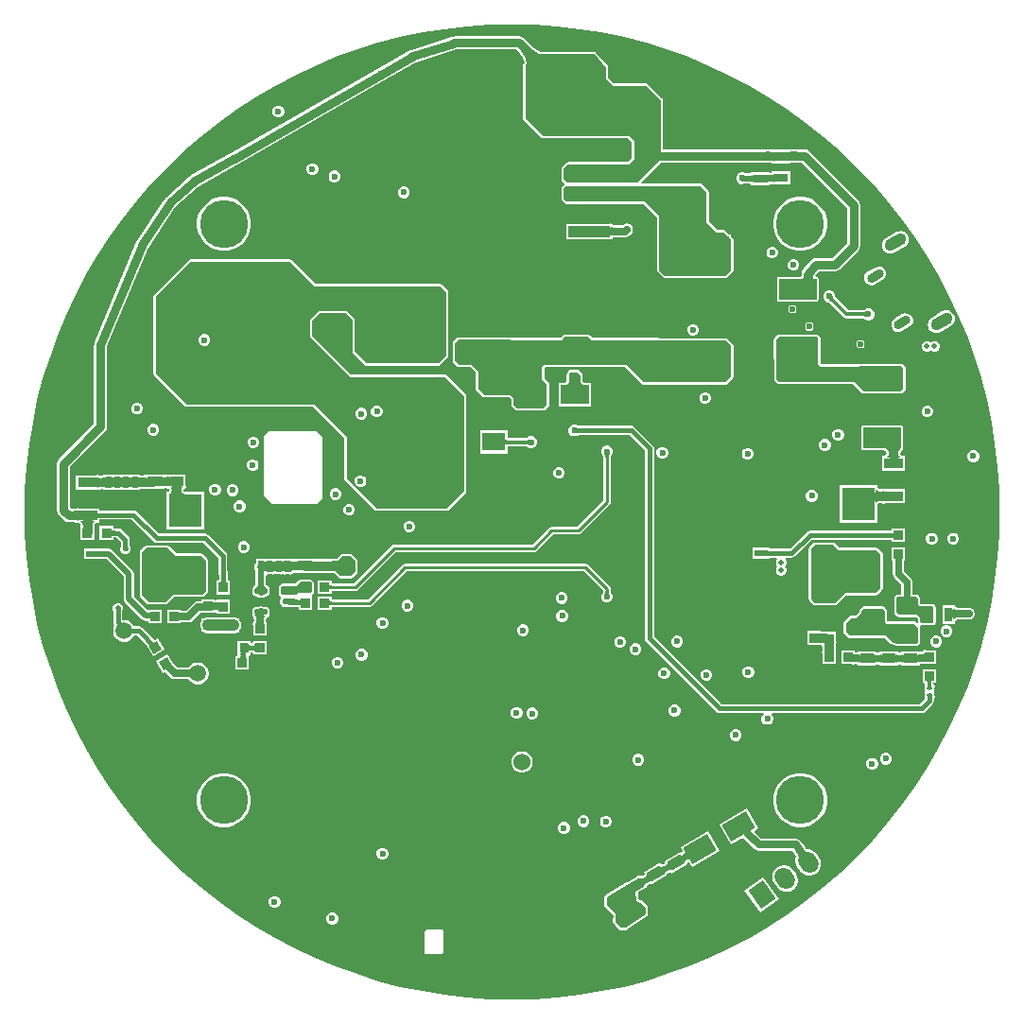
<source format=gbl>
G04*
G04 #@! TF.GenerationSoftware,Altium Limited,Altium Designer,21.9.1 (22)*
G04*
G04 Layer_Physical_Order=6*
G04 Layer_Color=16711680*
%FSLAX25Y25*%
%MOIN*%
G70*
G04*
G04 #@! TF.SameCoordinates,BA265606-766D-4053-9833-5615DE46E1CD*
G04*
G04*
G04 #@! TF.FilePolarity,Positive*
G04*
G01*
G75*
%ADD22C,0.01000*%
%ADD23R,0.03347X0.03347*%
%ADD46R,0.02047X0.03937*%
%ADD48R,0.05118X0.03543*%
%ADD59R,0.05118X0.03150*%
%ADD60R,0.03150X0.05118*%
%ADD62R,0.03347X0.03347*%
%ADD66R,0.03150X0.03543*%
%ADD114C,0.04331*%
%ADD116C,0.16929*%
%ADD126C,0.02362*%
%ADD127C,0.01300*%
%ADD128C,0.01200*%
%ADD129C,0.06000*%
%ADD130C,0.01500*%
%ADD131C,0.02500*%
%ADD134C,0.02000*%
%ADD135C,0.03000*%
%ADD137C,0.04000*%
%ADD140C,0.05937*%
%ADD141C,0.03937*%
%ADD142C,0.03000*%
G04:AMPARAMS|DCode=143|XSize=62.99mil|YSize=31.5mil|CornerRadius=0mil|HoleSize=0mil|Usage=FLASHONLY|Rotation=210.000|XOffset=0mil|YOffset=0mil|HoleType=Round|Shape=Round|*
%AMOVALD143*
21,1,0.03150,0.03150,0.00000,0.00000,210.0*
1,1,0.03150,0.01364,0.00787*
1,1,0.03150,-0.01364,-0.00787*
%
%ADD143OVALD143*%

G04:AMPARAMS|DCode=144|XSize=82.68mil|YSize=41.34mil|CornerRadius=0mil|HoleSize=0mil|Usage=FLASHONLY|Rotation=210.000|XOffset=0mil|YOffset=0mil|HoleType=Round|Shape=Round|*
%AMOVALD144*
21,1,0.04134,0.04134,0.00000,0.00000,210.0*
1,1,0.04134,0.01790,0.01034*
1,1,0.04134,-0.01790,-0.01034*
%
%ADD144OVALD144*%

G04:AMPARAMS|DCode=145|XSize=78.74mil|YSize=62.99mil|CornerRadius=0mil|HoleSize=0mil|Usage=FLASHONLY|Rotation=125.000|XOffset=0mil|YOffset=0mil|HoleType=Round|Shape=Round|*
%AMOVALD145*
21,1,0.01575,0.06299,0.00000,0.00000,125.0*
1,1,0.06299,0.00452,-0.00645*
1,1,0.06299,-0.00452,0.00645*
%
%ADD145OVALD145*%

G04:AMPARAMS|DCode=146|XSize=78.74mil|YSize=62.99mil|CornerRadius=0mil|HoleSize=0mil|Usage=FLASHONLY|Rotation=125.000|XOffset=0mil|YOffset=0mil|HoleType=Round|Shape=Rectangle|*
%AMROTATEDRECTD146*
4,1,4,0.04838,-0.01419,-0.00322,-0.05032,-0.04838,0.01419,0.00322,0.05032,0.04838,-0.01419,0.0*
%
%ADD146ROTATEDRECTD146*%

%ADD147R,0.07874X0.06299*%
%ADD148O,0.07874X0.06299*%
%ADD149C,0.23622*%
%ADD150R,0.23622X0.23622*%
%ADD151C,0.01968*%
%ADD162R,0.04724X0.02402*%
%ADD163P,0.04733X4X165.0*%
%ADD164R,0.14921X0.03898*%
%ADD165R,0.31024X0.42677*%
%ADD166R,0.02047X0.01102*%
%ADD167R,0.21300X0.11400*%
G04:AMPARAMS|DCode=168|XSize=35.43mil|YSize=51.18mil|CornerRadius=0mil|HoleSize=0mil|Usage=FLASHONLY|Rotation=120.000|XOffset=0mil|YOffset=0mil|HoleType=Round|Shape=Rectangle|*
%AMROTATEDRECTD168*
4,1,4,0.03102,-0.00255,-0.01330,-0.02814,-0.03102,0.00255,0.01330,0.02814,0.03102,-0.00255,0.0*
%
%ADD168ROTATEDRECTD168*%

G04:AMPARAMS|DCode=169|XSize=47.64mil|YSize=23.23mil|CornerRadius=5.81mil|HoleSize=0mil|Usage=FLASHONLY|Rotation=180.000|XOffset=0mil|YOffset=0mil|HoleType=Round|Shape=RoundedRectangle|*
%AMROUNDEDRECTD169*
21,1,0.04764,0.01161,0,0,180.0*
21,1,0.03602,0.02323,0,0,180.0*
1,1,0.01161,-0.01801,0.00581*
1,1,0.01161,0.01801,0.00581*
1,1,0.01161,0.01801,-0.00581*
1,1,0.01161,-0.01801,-0.00581*
%
%ADD169ROUNDEDRECTD169*%
G04:AMPARAMS|DCode=170|XSize=74.8mil|YSize=132.68mil|CornerRadius=2.62mil|HoleSize=0mil|Usage=FLASHONLY|Rotation=270.000|XOffset=0mil|YOffset=0mil|HoleType=Round|Shape=RoundedRectangle|*
%AMROUNDEDRECTD170*
21,1,0.07480,0.12744,0,0,270.0*
21,1,0.06957,0.13268,0,0,270.0*
1,1,0.00524,-0.06372,-0.03478*
1,1,0.00524,-0.06372,0.03478*
1,1,0.00524,0.06372,0.03478*
1,1,0.00524,0.06372,-0.03478*
%
%ADD170ROUNDEDRECTD170*%
%ADD171R,0.06811X0.03819*%
%ADD172R,0.09843X0.06693*%
G04:AMPARAMS|DCode=173|XSize=66.93mil|YSize=98.43mil|CornerRadius=0mil|HoleSize=0mil|Usage=FLASHONLY|Rotation=300.000|XOffset=0mil|YOffset=0mil|HoleType=Round|Shape=Rectangle|*
%AMROTATEDRECTD173*
4,1,4,-0.05935,0.00438,0.02589,0.05359,0.05935,-0.00438,-0.02589,-0.05359,-0.05935,0.00438,0.0*
%
%ADD173ROTATEDRECTD173*%

%ADD174R,0.03543X0.03150*%
%ADD175R,0.11024X0.05906*%
%ADD176R,0.24016X0.24803*%
%ADD177R,0.06299X0.07874*%
%ADD178R,0.06299X0.05118*%
%ADD179R,0.11811X0.11811*%
%ADD180C,0.02300*%
G36*
X7940Y171741D02*
X15863Y171191D01*
X23752Y170275D01*
X31591Y168997D01*
X39362Y167358D01*
X47049Y165361D01*
X54636Y163012D01*
X62106Y160315D01*
X69444Y157275D01*
X76633Y153900D01*
X83659Y150197D01*
X90506Y146173D01*
X97161Y141837D01*
X103607Y137198D01*
X109833Y132267D01*
X115825Y127053D01*
X121569Y121569D01*
X127053Y115825D01*
X132267Y109833D01*
X137198Y103607D01*
X141837Y97161D01*
X146173Y90506D01*
X150197Y83659D01*
X153900Y76633D01*
X157275Y69444D01*
X160315Y62106D01*
X163012Y54636D01*
X165361Y47049D01*
X167358Y39362D01*
X168997Y31591D01*
X170275Y23752D01*
X171191Y15863D01*
X171741Y7940D01*
X171922Y96D01*
X171903Y0D01*
X171922Y-96D01*
X171741Y-7940D01*
X171191Y-15863D01*
X170275Y-23752D01*
X168997Y-31591D01*
X167358Y-39362D01*
X165361Y-47049D01*
X163012Y-54636D01*
X160315Y-62106D01*
X157275Y-69444D01*
X153900Y-76633D01*
X150197Y-83659D01*
X146173Y-90506D01*
X141837Y-97161D01*
X137198Y-103607D01*
X132267Y-109833D01*
X127053Y-115825D01*
X121569Y-121569D01*
X115825Y-127053D01*
X109833Y-132267D01*
X103607Y-137198D01*
X97161Y-141837D01*
X90506Y-146173D01*
X83659Y-150197D01*
X76633Y-153900D01*
X69444Y-157275D01*
X62106Y-160315D01*
X54636Y-163012D01*
X47049Y-165361D01*
X39362Y-167358D01*
X31591Y-168997D01*
X23752Y-170275D01*
X15863Y-171191D01*
X7940Y-171741D01*
X96Y-171922D01*
X0Y-171903D01*
X-96Y-171922D01*
X-7940Y-171741D01*
X-15863Y-171191D01*
X-23752Y-170275D01*
X-31591Y-168997D01*
X-39362Y-167358D01*
X-47049Y-165361D01*
X-54636Y-163012D01*
X-62106Y-160315D01*
X-69444Y-157275D01*
X-76633Y-153900D01*
X-83659Y-150197D01*
X-90506Y-146173D01*
X-97161Y-141837D01*
X-103607Y-137198D01*
X-109833Y-132267D01*
X-115825Y-127053D01*
X-121569Y-121569D01*
X-127053Y-115825D01*
X-132267Y-109833D01*
X-137198Y-103607D01*
X-141837Y-97161D01*
X-146173Y-90506D01*
X-150197Y-83659D01*
X-153900Y-76633D01*
X-157275Y-69444D01*
X-160315Y-62106D01*
X-163012Y-54636D01*
X-165361Y-47049D01*
X-167358Y-39362D01*
X-168997Y-31591D01*
X-170275Y-23752D01*
X-171191Y-15863D01*
X-171741Y-7940D01*
X-171922Y-96D01*
X-171903Y0D01*
X-171922Y96D01*
X-171741Y7940D01*
X-171191Y15863D01*
X-170275Y23752D01*
X-168997Y31591D01*
X-167358Y39362D01*
X-165361Y47049D01*
X-163012Y54636D01*
X-160315Y62106D01*
X-157275Y69444D01*
X-153900Y76633D01*
X-150197Y83659D01*
X-146173Y90506D01*
X-141837Y97161D01*
X-137198Y103607D01*
X-132267Y109833D01*
X-127053Y115825D01*
X-121569Y121569D01*
X-115825Y127053D01*
X-109833Y132267D01*
X-103607Y137198D01*
X-97161Y141837D01*
X-90506Y146173D01*
X-83659Y150197D01*
X-76633Y153900D01*
X-69444Y157275D01*
X-62106Y160315D01*
X-54636Y163012D01*
X-47049Y165361D01*
X-39362Y167358D01*
X-31591Y168997D01*
X-23752Y170275D01*
X-15863Y171191D01*
X-7940Y171741D01*
X-96Y171922D01*
X0Y171903D01*
X96Y171922D01*
X7940Y171741D01*
D02*
G37*
%LPC*%
G36*
X-81968Y143223D02*
X-82796D01*
X-83561Y142906D01*
X-84146Y142321D01*
X-84463Y141556D01*
Y140728D01*
X-84146Y139963D01*
X-83561Y139377D01*
X-82796Y139061D01*
X-81968D01*
X-81203Y139377D01*
X-80618Y139963D01*
X-80301Y140728D01*
Y141556D01*
X-80618Y142321D01*
X-81203Y142906D01*
X-81968Y143223D01*
D02*
G37*
G36*
X92335Y120095D02*
X92241Y120076D01*
X92145Y120073D01*
X92086Y120046D01*
X92023Y120033D01*
X91961Y119991D01*
X91623D01*
Y119660D01*
X91617Y119645D01*
X91581Y119591D01*
X91116Y119495D01*
X90661Y119791D01*
Y119794D01*
X90326D01*
X90319Y119797D01*
X90261Y119836D01*
X90171Y119854D01*
X90086Y119886D01*
X90017Y119885D01*
X89949Y119898D01*
X89859Y119880D01*
X89768Y119878D01*
X89705Y119850D01*
X89636Y119836D01*
X89574Y119794D01*
X85229D01*
X85167Y119836D01*
X85083Y119853D01*
X85005Y119884D01*
X84929Y119883D01*
X84855Y119898D01*
X84771Y119882D01*
X84686Y119881D01*
X84617Y119851D01*
X84542Y119836D01*
X84480Y119794D01*
X84143D01*
Y119457D01*
X84137Y119448D01*
X84130Y119446D01*
X83982Y119412D01*
X83785Y119382D01*
X83404Y119355D01*
X82407D01*
X82281Y119481D01*
X81516Y119798D01*
X80688D01*
X79923Y119481D01*
X79338Y118895D01*
X79021Y118131D01*
Y117303D01*
X79338Y116538D01*
X79923Y115952D01*
X80688Y115635D01*
X81516D01*
X81635Y115684D01*
X83468D01*
X83524Y115683D01*
X83775Y115659D01*
X83982Y115628D01*
X84130Y115594D01*
X84137Y115591D01*
X84143Y115583D01*
Y115245D01*
X84480D01*
X84542Y115203D01*
X84617Y115189D01*
X84686Y115159D01*
X84771Y115158D01*
X84855Y115141D01*
X84929Y115156D01*
X85005Y115155D01*
X85083Y115187D01*
X85167Y115203D01*
X85229Y115245D01*
X89568D01*
X89583Y115239D01*
X89636Y115203D01*
X89731Y115185D01*
X89820Y115151D01*
X89885Y115154D01*
X89949Y115141D01*
X90043Y115160D01*
X90138Y115164D01*
X90197Y115191D01*
X90261Y115203D01*
X90323Y115245D01*
X90661D01*
Y115576D01*
X90666Y115591D01*
X90702Y115645D01*
X91167Y115741D01*
X91623Y115446D01*
Y115442D01*
X91957D01*
X91965Y115439D01*
X92023Y115400D01*
X92112Y115382D01*
X92197Y115350D01*
X92267Y115352D01*
X92335Y115338D01*
X92424Y115356D01*
X92515Y115358D01*
X92579Y115387D01*
X92647Y115400D01*
X92709Y115442D01*
X98141D01*
Y119991D01*
X92716D01*
X92701Y119997D01*
X92647Y120033D01*
X92553Y120052D01*
X92463Y120085D01*
X92398Y120082D01*
X92335Y120095D01*
D02*
G37*
G36*
X-69960Y122947D02*
X-70788D01*
X-71553Y122630D01*
X-72138Y122045D01*
X-72455Y121280D01*
Y120452D01*
X-72138Y119687D01*
X-71553Y119102D01*
X-70788Y118785D01*
X-69960D01*
X-69195Y119102D01*
X-68610Y119687D01*
X-68293Y120452D01*
Y121280D01*
X-68610Y122045D01*
X-69195Y122630D01*
X-69960Y122947D01*
D02*
G37*
G36*
X-62185Y120388D02*
X-63012D01*
X-63777Y120071D01*
X-64363Y119486D01*
X-64679Y118721D01*
Y117893D01*
X-64363Y117128D01*
X-63777Y116543D01*
X-63012Y116226D01*
X-62185D01*
X-61420Y116543D01*
X-60834Y117128D01*
X-60517Y117893D01*
Y118721D01*
X-60834Y119486D01*
X-61420Y120071D01*
X-62185Y120388D01*
D02*
G37*
G36*
X-37726Y114729D02*
X-38554D01*
X-39319Y114412D01*
X-39904Y113827D01*
X-40221Y113062D01*
Y112234D01*
X-39904Y111469D01*
X-39319Y110883D01*
X-38554Y110566D01*
X-37726D01*
X-36961Y110883D01*
X-36375Y111469D01*
X-36059Y112234D01*
Y113062D01*
X-36375Y113827D01*
X-36961Y114412D01*
X-37726Y114729D01*
D02*
G37*
G36*
X40551Y101697D02*
X40506Y101687D01*
X40137D01*
X39797Y101546D01*
X39751Y101537D01*
X39713Y101512D01*
X39372Y101371D01*
X39112Y101110D01*
X39073Y101084D01*
X39004Y101015D01*
X36422D01*
X36362Y101017D01*
X36034Y101047D01*
X35762Y101087D01*
X35557Y101134D01*
X35468Y101163D01*
X35466Y101174D01*
X35424Y101236D01*
Y101574D01*
X35087D01*
X35024Y101616D01*
X34949Y101631D01*
X34877Y101661D01*
X34794Y101662D01*
X34712Y101678D01*
X34636Y101663D01*
X34559Y101663D01*
X34482Y101632D01*
X34400Y101616D01*
X34338Y101574D01*
X19103D01*
Y96276D01*
X34338D01*
X34400Y96235D01*
X34482Y96219D01*
X34559Y96187D01*
X34636Y96188D01*
X34712Y96173D01*
X34794Y96189D01*
X34877Y96189D01*
X34949Y96220D01*
X35024Y96235D01*
X35087Y96276D01*
X35424D01*
Y96614D01*
X35466Y96676D01*
X35468Y96687D01*
X35557Y96717D01*
X35762Y96763D01*
X36025Y96802D01*
X36509Y96835D01*
X39870D01*
X39870Y96835D01*
X40670Y96994D01*
X41348Y97447D01*
X42029Y98128D01*
X42055Y98167D01*
X42315Y98427D01*
X42456Y98768D01*
X42482Y98806D01*
X42491Y98852D01*
X42632Y99192D01*
Y99561D01*
X42641Y99606D01*
X42632Y99652D01*
Y100020D01*
X42491Y100361D01*
X42482Y100406D01*
X42456Y100445D01*
X42315Y100785D01*
X42055Y101046D01*
X42029Y101084D01*
X41991Y101110D01*
X41730Y101371D01*
X41390Y101512D01*
X41351Y101537D01*
X41306Y101546D01*
X40965Y101687D01*
X40597D01*
X40551Y101697D01*
D02*
G37*
G36*
X-100680Y111076D02*
X-102544D01*
X-104373Y110713D01*
X-106095Y109999D01*
X-107645Y108963D01*
X-108963Y107645D01*
X-109999Y106095D01*
X-110713Y104373D01*
X-111076Y102544D01*
Y100680D01*
X-110713Y98851D01*
X-109999Y97129D01*
X-108963Y95578D01*
X-107645Y94260D01*
X-106095Y93224D01*
X-104373Y92511D01*
X-102544Y92147D01*
X-100680D01*
X-98851Y92511D01*
X-97129Y93224D01*
X-95578Y94260D01*
X-94260Y95578D01*
X-93224Y97129D01*
X-92511Y98851D01*
X-92147Y100680D01*
Y102544D01*
X-92511Y104373D01*
X-93224Y106095D01*
X-94260Y107645D01*
X-95578Y108963D01*
X-97129Y109999D01*
X-98851Y110713D01*
X-100680Y111076D01*
D02*
G37*
G36*
X102542Y111075D02*
X100678D01*
X98849Y110711D01*
X97127Y109998D01*
X95577Y108962D01*
X94259Y107643D01*
X93223Y106093D01*
X92509Y104371D01*
X92146Y102542D01*
Y100678D01*
X92509Y98849D01*
X93223Y97127D01*
X94259Y95577D01*
X95577Y94259D01*
X97127Y93223D01*
X98849Y92509D01*
X100678Y92146D01*
X102542D01*
X104371Y92509D01*
X106093Y93223D01*
X107643Y94259D01*
X108962Y95577D01*
X109998Y97127D01*
X110711Y98849D01*
X111075Y100678D01*
Y102542D01*
X110711Y104371D01*
X109998Y106093D01*
X108962Y107643D01*
X107643Y108962D01*
X106093Y109998D01*
X104371Y110711D01*
X102542Y111075D01*
D02*
G37*
G36*
X136986Y99058D02*
X136212Y98956D01*
X135490Y98657D01*
X131910Y96590D01*
X131290Y96115D01*
X130815Y95495D01*
X130516Y94773D01*
X130414Y93999D01*
X130516Y93224D01*
X130815Y92502D01*
X131290Y91883D01*
X131910Y91407D01*
X132632Y91108D01*
X133406Y91006D01*
X134181Y91108D01*
X134902Y91407D01*
X138482Y93474D01*
X139102Y93950D01*
X139578Y94569D01*
X139877Y95291D01*
X139979Y96066D01*
X139877Y96840D01*
X139578Y97562D01*
X139102Y98182D01*
X138482Y98657D01*
X137761Y98956D01*
X136986Y99058D01*
D02*
G37*
G36*
X92146Y93518D02*
X91318D01*
X90553Y93201D01*
X89968Y92616D01*
X89651Y91851D01*
Y91023D01*
X89968Y90258D01*
X90553Y89673D01*
X91318Y89356D01*
X92146D01*
X92911Y89673D01*
X93497Y90258D01*
X93813Y91023D01*
Y91851D01*
X93497Y92616D01*
X92911Y93201D01*
X92146Y93518D01*
D02*
G37*
G36*
X-78347Y89005D02*
X-78347Y89005D01*
X-113386D01*
X-113386Y89005D01*
X-113698Y88943D01*
X-113963Y88766D01*
X-126167Y76561D01*
X-126344Y76296D01*
X-126406Y75984D01*
X-126406Y75984D01*
Y48819D01*
X-126344Y48507D01*
X-126167Y48242D01*
X-126167Y48242D01*
X-115144Y37218D01*
X-114879Y37042D01*
X-114567Y36980D01*
X-114567Y36980D01*
X-70023D01*
X-59083Y26040D01*
Y11811D01*
X-59083Y11811D01*
X-59021Y11499D01*
X-58845Y11234D01*
X-58845Y11234D01*
X-48215Y604D01*
X-47950Y428D01*
X-47638Y365D01*
X-47638Y365D01*
X-31944D01*
X-31873Y380D01*
X-31119D01*
X-31048Y365D01*
X-23228D01*
X-22916Y428D01*
X-22652Y604D01*
X-22652Y604D01*
X-16352Y6904D01*
X-16176Y7168D01*
X-16114Y7480D01*
X-16114Y7480D01*
Y40945D01*
X-16176Y41257D01*
X-16352Y41522D01*
X-16352Y41522D01*
X-23045Y48215D01*
X-23310Y48391D01*
X-23622Y48454D01*
X-23622Y48454D01*
X-56749D01*
X-70444Y62149D01*
X-70444Y67379D01*
X-67772Y70051D01*
X-58606D01*
X-56327Y67772D01*
Y56693D01*
X-56327Y56693D01*
X-56265Y56381D01*
X-56089Y56116D01*
X-56089Y56116D01*
X-51758Y51785D01*
X-51493Y51609D01*
X-51181Y51547D01*
X-51181Y51547D01*
X-25984D01*
X-25984Y51547D01*
X-25672Y51609D01*
X-25407Y51785D01*
X-25407Y51785D01*
X-22652Y54541D01*
X-22475Y54806D01*
X-22413Y55118D01*
X-22413Y55118D01*
Y77559D01*
X-22413Y77559D01*
X-22475Y77871D01*
X-22652Y78136D01*
X-24620Y80104D01*
X-24885Y80281D01*
X-25197Y80343D01*
X-25197Y80343D01*
X-69347D01*
X-77770Y88766D01*
X-78034Y88943D01*
X-78347Y89005D01*
D02*
G37*
G36*
X99627Y89187D02*
X98799D01*
X98034Y88871D01*
X97448Y88285D01*
X97132Y87520D01*
Y86692D01*
X97448Y85927D01*
X98034Y85342D01*
X98799Y85025D01*
X99627D01*
X100391Y85342D01*
X100977Y85927D01*
X101294Y86692D01*
Y87520D01*
X100977Y88285D01*
X100391Y88871D01*
X99627Y89187D01*
D02*
G37*
G36*
X129026Y86547D02*
X128094Y86231D01*
X125366Y84656D01*
X124626Y84007D01*
X124191Y83124D01*
X124127Y82142D01*
X124443Y81209D01*
X125092Y80469D01*
X125975Y80034D01*
X126957Y79969D01*
X127890Y80286D01*
X130617Y81861D01*
X131358Y82510D01*
X131793Y83393D01*
X131858Y84375D01*
X131541Y85307D01*
X130892Y86048D01*
X130009Y86483D01*
X129026Y86547D01*
D02*
G37*
G36*
X-19693Y167699D02*
X-19693Y167699D01*
Y167699D01*
X-19748Y167689D01*
X-20946Y167531D01*
X-21058Y167484D01*
X-21154Y167474D01*
X-35487Y162948D01*
X-35702Y162830D01*
X-36377Y162550D01*
X-36443Y162528D01*
X-47385Y156236D01*
X-99186Y126451D01*
X-99188Y126454D01*
X-99190Y126453D01*
X-99191Y126448D01*
X-113072Y118709D01*
X-113323Y118569D01*
X-113528Y118395D01*
X-113759Y118256D01*
X-121987Y110776D01*
X-122021Y110730D01*
X-122068Y110699D01*
X-122285Y110482D01*
X-122414Y110288D01*
X-122578Y110124D01*
X-122715Y109918D01*
X-122716Y109918D01*
X-132631Y95044D01*
X-132720Y94831D01*
X-132848Y94638D01*
X-147246Y59759D01*
X-147335Y59311D01*
X-147424Y58865D01*
Y30991D01*
X-159827Y18587D01*
X-160336Y17827D01*
X-160514Y16929D01*
Y591D01*
X-160336Y-307D01*
X-159827Y-1068D01*
X-157938Y-2957D01*
X-157938Y-2957D01*
X-157177Y-3466D01*
X-156280Y-3644D01*
X-154872D01*
X-154142Y-3677D01*
X-153859Y-3707D01*
X-153712Y-3731D01*
Y-3909D01*
X-153376D01*
X-153323Y-3946D01*
X-153317Y-3947D01*
X-153312Y-3950D01*
X-153162Y-3980D01*
X-153012Y-4012D01*
X-153006Y-4011D01*
X-153000Y-4012D01*
X-152849Y-3982D01*
X-152808Y-3975D01*
X-152741Y-3996D01*
X-152552Y-4016D01*
X-152484Y-4040D01*
X-152424Y-4080D01*
X-152350Y-4160D01*
X-152261Y-4306D01*
X-152170Y-4530D01*
X-152166Y-4545D01*
X-152078Y-5009D01*
X-152078Y-5009D01*
Y-5334D01*
X-152087Y-5360D01*
X-152120Y-5409D01*
X-152139Y-5509D01*
X-152173Y-5605D01*
X-152170Y-5664D01*
X-152182Y-5721D01*
X-152162Y-5821D01*
X-152156Y-5923D01*
X-152131Y-5976D01*
X-152120Y-6033D01*
X-152078Y-6095D01*
Y-7246D01*
X-152119Y-7451D01*
X-152078Y-7655D01*
Y-9755D01*
X-149978D01*
X-149774Y-9796D01*
X-149569Y-9755D01*
X-147332D01*
Y-7439D01*
X-147310Y-7333D01*
Y-6064D01*
X-147290Y-6033D01*
X-147287Y-6018D01*
X-147279Y-6005D01*
X-147256Y-5862D01*
X-147228Y-5721D01*
X-147231Y-5706D01*
X-147228Y-5690D01*
X-147253Y-5020D01*
X-147222Y-4833D01*
X-147141Y-4530D01*
X-147050Y-4306D01*
X-146961Y-4160D01*
X-146887Y-4080D01*
X-146827Y-4040D01*
X-146759Y-4016D01*
X-146570Y-3996D01*
X-146458Y-3961D01*
X-146343Y-3938D01*
X-146307Y-3914D01*
X-146290Y-3909D01*
X-145501D01*
Y-2663D01*
X-134119D01*
X-126413Y-10369D01*
X-125900Y-10712D01*
X-125295Y-10832D01*
X-108824D01*
X-103549Y-16107D01*
Y-21387D01*
X-103429Y-21991D01*
X-103352Y-22106D01*
Y-23846D01*
X-103361Y-23954D01*
X-103387Y-24111D01*
X-103417Y-24220D01*
X-103422Y-24233D01*
X-103469Y-24248D01*
X-103584Y-24270D01*
X-103620Y-24295D01*
X-103637Y-24300D01*
X-104145D01*
Y-29046D01*
X-99398D01*
Y-24300D01*
X-99906D01*
X-99923Y-24295D01*
X-99959Y-24270D01*
X-100074Y-24248D01*
X-100122Y-24233D01*
X-100127Y-24220D01*
X-100156Y-24111D01*
X-100182Y-23954D01*
X-100191Y-23846D01*
Y-21584D01*
X-100312Y-20979D01*
X-100388Y-20864D01*
Y-15453D01*
X-100508Y-14848D01*
X-100851Y-14335D01*
X-107052Y-8134D01*
X-107564Y-7792D01*
X-108169Y-7672D01*
X-124641D01*
X-132347Y35D01*
X-132860Y377D01*
X-133465Y498D01*
X-145501D01*
Y1310D01*
X-152625D01*
X-152688Y1352D01*
X-152694Y1353D01*
X-152699Y1356D01*
X-152849Y1384D01*
X-153000Y1414D01*
X-153006Y1413D01*
X-153012Y1414D01*
X-153162Y1382D01*
X-153312Y1352D01*
X-153317Y1348D01*
X-153323Y1347D01*
X-153376Y1310D01*
X-153712D01*
Y1145D01*
X-155103Y1046D01*
X-155308D01*
X-155824Y1562D01*
Y15958D01*
X-143421Y28361D01*
X-142912Y29122D01*
X-142734Y30020D01*
Y58400D01*
X-128601Y92635D01*
X-118805Y107329D01*
X-118791Y107343D01*
X-110804Y114604D01*
X-110788Y114613D01*
X-110788Y114613D01*
X-96908Y122351D01*
X-96881Y122374D01*
X-96848Y122385D01*
X-45047Y152170D01*
X-34539Y158213D01*
X-34104Y158459D01*
X-34073Y158471D01*
X-33598Y158626D01*
X-19742Y163002D01*
X-19740Y163001D01*
X-19739Y162998D01*
X-19705Y163012D01*
X-19693Y163009D01*
X1391D01*
X2858Y161542D01*
X3217Y161113D01*
X3702Y160297D01*
X4120Y159311D01*
X4397Y158377D01*
X4087Y157990D01*
X4035Y157888D01*
X3971Y157792D01*
X3962Y157748D01*
X3941Y157707D01*
X3931Y157593D01*
X3909Y157480D01*
Y138681D01*
X3909Y138681D01*
X3971Y138369D01*
X4148Y138104D01*
X10250Y132002D01*
X10515Y131825D01*
X10827Y131763D01*
X10827Y131763D01*
X40902D01*
X42295Y130371D01*
Y124494D01*
X40942Y123355D01*
X19783D01*
X19471Y123293D01*
X19207Y123116D01*
X19207Y123116D01*
X17730Y121640D01*
X17553Y121375D01*
X17491Y121063D01*
X17491Y121063D01*
Y117126D01*
X17491Y117126D01*
X17553Y116814D01*
X17730Y116549D01*
X17730Y116549D01*
X18352Y115928D01*
X18326Y115247D01*
X17730Y114652D01*
X17553Y114387D01*
X17491Y114075D01*
X17491Y114075D01*
Y110335D01*
X17553Y110022D01*
X17730Y109758D01*
X17730Y109758D01*
X18715Y108774D01*
X18979Y108597D01*
X19291Y108535D01*
X19291Y108535D01*
X46414D01*
X51153Y103796D01*
Y85236D01*
X51153Y85236D01*
X51215Y84924D01*
X51392Y84659D01*
X53360Y82691D01*
X53625Y82514D01*
X53937Y82452D01*
X53937Y82452D01*
X75394D01*
X75706Y82514D01*
X75971Y82691D01*
X75971Y82691D01*
X77742Y84463D01*
X77919Y84727D01*
X77981Y85039D01*
X77981Y85039D01*
Y96063D01*
X77919Y96375D01*
X77742Y96640D01*
X77742Y96640D01*
X77098Y97284D01*
Y97941D01*
X76441D01*
X75183Y99199D01*
X74918Y99376D01*
X74606Y99438D01*
X74606Y99438D01*
X72287D01*
X69320Y102405D01*
Y112894D01*
X69320Y112894D01*
X69257Y113206D01*
X69081Y113470D01*
X67014Y115537D01*
X66749Y115714D01*
X66437Y115776D01*
X66437Y115776D01*
X45831D01*
X45640Y116238D01*
X52647Y123246D01*
X90559D01*
X91178Y123205D01*
X91460Y123170D01*
X91623Y123140D01*
Y122922D01*
X91950D01*
X91978Y122900D01*
X92002Y122894D01*
X92023Y122880D01*
X92155Y122854D01*
X92286Y122820D01*
X92311Y122823D01*
X92335Y122818D01*
X92467Y122845D01*
X92602Y122863D01*
X92623Y122876D01*
X92647Y122880D01*
X92709Y122922D01*
X97055D01*
X97117Y122880D01*
X97141Y122876D01*
X97162Y122863D01*
X97296Y122845D01*
X97429Y122818D01*
X97453Y122823D01*
X97478Y122820D01*
X97608Y122854D01*
X97741Y122880D01*
X97762Y122894D01*
X97786Y122900D01*
X97814Y122922D01*
X98141D01*
Y123140D01*
X98280Y123166D01*
X99505Y123246D01*
X102178D01*
X118127Y107296D01*
Y94672D01*
X117239Y93784D01*
X113005Y89550D01*
X107283D01*
X106386Y89371D01*
X105625Y88863D01*
X102673Y85910D01*
X102164Y85149D01*
X101986Y84252D01*
Y83459D01*
X101972Y83300D01*
X101941Y83084D01*
X101911Y82943D01*
X94317D01*
X93942Y82869D01*
X93624Y82656D01*
X93411Y82338D01*
X93336Y81963D01*
Y75006D01*
X93411Y74631D01*
X93624Y74313D01*
X93942Y74100D01*
X94317Y74025D01*
X107061D01*
X107436Y74100D01*
X107754Y74313D01*
X107967Y74631D01*
X108042Y75006D01*
Y81963D01*
X107967Y82338D01*
X107754Y82656D01*
X107436Y82869D01*
X107061Y82943D01*
X107030D01*
X106838Y83443D01*
X108255Y84860D01*
X113976D01*
X114874Y85038D01*
X115635Y85546D01*
X120556Y90468D01*
X122131Y92043D01*
X122639Y92803D01*
X122818Y93701D01*
Y108268D01*
X122818Y108268D01*
X122639Y109165D01*
X122131Y109926D01*
X104808Y127249D01*
X104047Y127757D01*
X103150Y127936D01*
X53178D01*
X53178Y145276D01*
X53176Y145284D01*
X53178Y145292D01*
X53145Y145440D01*
X53116Y145588D01*
X53111Y145595D01*
X53109Y145603D01*
X53023Y145727D01*
X52939Y145852D01*
X52932Y145857D01*
X52927Y145864D01*
X47711Y150873D01*
X47583Y150954D01*
X47458Y151038D01*
X47449Y151040D01*
X47442Y151044D01*
X47294Y151071D01*
X47146Y151100D01*
X35880D01*
X33887Y153094D01*
Y156540D01*
X33862Y156661D01*
X33849Y156784D01*
X33832Y156816D01*
X33825Y156852D01*
X33756Y156955D01*
X33697Y157063D01*
X29617Y161941D01*
X29589Y161964D01*
X29568Y161994D01*
X29466Y162063D01*
X29369Y162140D01*
X29334Y162151D01*
X29304Y162171D01*
X29183Y162195D01*
X29064Y162230D01*
X29028Y162226D01*
X28992Y162233D01*
X10217D01*
X9923Y162356D01*
X8778Y162930D01*
X7815Y163490D01*
X7045Y164025D01*
X6765Y164268D01*
X4020Y167013D01*
X3260Y167521D01*
X2362Y167699D01*
X-19195D01*
X-19693Y167699D01*
X-19693Y167699D01*
D02*
G37*
G36*
X99902Y72835D02*
X97933D01*
X97441Y72342D01*
Y70669D01*
X98032Y70079D01*
X99902D01*
X100295Y70473D01*
Y72441D01*
X99902Y72835D01*
D02*
G37*
G36*
X112225Y78065D02*
X111397D01*
X110632Y77749D01*
X110047Y77163D01*
X109730Y76398D01*
Y75570D01*
X110047Y74805D01*
X110632Y74220D01*
X111397Y73903D01*
X111561D01*
X111709Y73773D01*
X116842Y68640D01*
X117322Y68319D01*
X117887Y68207D01*
X123913D01*
X124025Y68198D01*
X124109Y68185D01*
X124158Y68175D01*
X124412Y67921D01*
X125177Y67604D01*
X126005D01*
X126769Y67921D01*
X127355Y68506D01*
X127672Y69271D01*
Y70099D01*
X127355Y70864D01*
X126769Y71449D01*
X126005Y71766D01*
X125177D01*
X124412Y71449D01*
X124158Y71195D01*
X124109Y71185D01*
X124025Y71172D01*
X123913Y71163D01*
X118500D01*
X113992Y75671D01*
X113943Y75735D01*
X113895Y75804D01*
X113892Y75808D01*
Y76398D01*
X113575Y77163D01*
X112990Y77749D01*
X112225Y78065D01*
D02*
G37*
G36*
X105905Y66732D02*
X103937D01*
X103445Y66240D01*
Y64567D01*
X104035Y63976D01*
X105905D01*
X106299Y64370D01*
Y66339D01*
X105905Y66732D01*
D02*
G37*
G36*
X138574Y70011D02*
X137641Y69695D01*
X134914Y68120D01*
X134174Y67471D01*
X133738Y66588D01*
X133674Y65605D01*
X133990Y64673D01*
X134639Y63933D01*
X135522Y63497D01*
X136505Y63433D01*
X137437Y63749D01*
X140165Y65324D01*
X140905Y65973D01*
X141340Y66856D01*
X141405Y67839D01*
X141088Y68771D01*
X140439Y69511D01*
X139556Y69947D01*
X138574Y70011D01*
D02*
G37*
G36*
X153128Y71100D02*
X152353Y70998D01*
X151632Y70699D01*
X148052Y68632D01*
X147432Y68157D01*
X146956Y67537D01*
X146657Y66815D01*
X146555Y66040D01*
X146657Y65266D01*
X146956Y64544D01*
X147432Y63924D01*
X148052Y63449D01*
X148773Y63150D01*
X149548Y63048D01*
X150322Y63150D01*
X151044Y63449D01*
X154624Y65516D01*
X155244Y65991D01*
X155719Y66611D01*
X156018Y67333D01*
X156120Y68107D01*
X156018Y68882D01*
X155719Y69604D01*
X155244Y70223D01*
X154624Y70699D01*
X153902Y70998D01*
X153128Y71100D01*
D02*
G37*
G36*
X107382Y62627D02*
X107382Y62627D01*
X93996D01*
X93996Y62627D01*
X93684Y62565D01*
X93419Y62388D01*
X93419Y62388D01*
X92533Y61502D01*
X92532Y61500D01*
X92529Y61498D01*
X92444Y61368D01*
X92357Y61237D01*
X92356Y61234D01*
X92355Y61232D01*
X92325Y61080D01*
X92295Y60925D01*
X92295Y60922D01*
X92295Y60920D01*
X92393Y46648D01*
X92424Y46496D01*
X92455Y46341D01*
X92457Y46339D01*
X92457Y46336D01*
X92545Y46207D01*
X92632Y46077D01*
X93321Y45388D01*
X93585Y45211D01*
X93898Y45149D01*
X93898Y45149D01*
X120233D01*
X123439Y41943D01*
X123704Y41766D01*
X124016Y41704D01*
X124016Y41704D01*
X137008D01*
X137320Y41766D01*
X137585Y41943D01*
X137585Y41943D01*
X138470Y42829D01*
X138647Y43093D01*
X138709Y43406D01*
X138709Y43406D01*
Y50886D01*
X138647Y51198D01*
X138470Y51463D01*
X138470Y51463D01*
X137880Y52053D01*
X137615Y52230D01*
X137303Y52292D01*
X136991Y52230D01*
X136937Y52194D01*
X122343D01*
X122343Y52194D01*
X122030Y52131D01*
X121976Y52095D01*
X109098D01*
X108788Y52405D01*
Y61221D01*
X108726Y61533D01*
X108549Y61797D01*
X108549Y61797D01*
X107959Y62388D01*
X107694Y62565D01*
X107382Y62627D01*
D02*
G37*
G36*
X64193Y66254D02*
X63366D01*
X62601Y65938D01*
X62015Y65352D01*
X61698Y64587D01*
Y63759D01*
X62015Y62994D01*
X62601Y62409D01*
X63366Y62092D01*
X64193D01*
X64958Y62409D01*
X65544Y62994D01*
X65861Y63759D01*
Y64587D01*
X65544Y65352D01*
X64958Y65938D01*
X64193Y66254D01*
D02*
G37*
G36*
X26969Y62528D02*
X26969Y62528D01*
X18602D01*
X18290Y62466D01*
X18026Y62289D01*
X18026Y62289D01*
X17190Y61454D01*
X-18992Y61642D01*
X-18994Y61642D01*
X-18996Y61642D01*
X-19151Y61612D01*
X-19304Y61582D01*
X-19306Y61581D01*
X-19308Y61580D01*
X-19438Y61494D01*
X-19570Y61406D01*
X-19571Y61405D01*
X-19573Y61404D01*
X-20754Y60223D01*
X-20754Y60222D01*
X-20931Y59958D01*
X-20993Y59646D01*
X-20993Y59646D01*
Y53543D01*
X-20993Y53543D01*
X-20931Y53231D01*
X-20754Y52966D01*
X-20754Y52966D01*
X-19081Y51293D01*
X-19081Y51293D01*
X-18816Y51117D01*
X-18504Y51054D01*
X-18504Y51054D01*
X-14609D01*
X-12823Y49268D01*
Y43406D01*
X-12824Y43406D01*
X-12762Y43093D01*
X-12585Y42829D01*
X-12585Y42829D01*
X-10419Y40663D01*
X-10155Y40487D01*
X-9843Y40424D01*
X-9843Y40424D01*
X-1027D01*
X-323Y39721D01*
Y37697D01*
X-324Y37697D01*
X-261Y37385D01*
X-85Y37120D01*
X998Y36037D01*
X1263Y35861D01*
X1575Y35798D01*
X1575Y35798D01*
X11220D01*
X11220Y35798D01*
X11533Y35861D01*
X11797Y36037D01*
X12880Y37120D01*
X13057Y37385D01*
X13119Y37697D01*
X13119Y37697D01*
Y45079D01*
X13057Y45391D01*
X12880Y45656D01*
X12880Y45656D01*
X11347Y47188D01*
Y50646D01*
X11755Y51054D01*
X39918D01*
X45880Y45092D01*
X46145Y44916D01*
X46457Y44854D01*
X46457Y44854D01*
X75197D01*
X75197Y44854D01*
X75509Y44916D01*
X75774Y45092D01*
X77742Y47061D01*
X77919Y47326D01*
X77981Y47638D01*
X77981Y47638D01*
Y58661D01*
X77981Y58661D01*
X77919Y58974D01*
X77742Y59238D01*
X77742Y59238D01*
X76069Y60911D01*
X75937Y60999D01*
X75808Y61087D01*
X75806Y61087D01*
X75804Y61088D01*
X75649Y61119D01*
X75496Y61150D01*
X28439Y61395D01*
X27545Y62289D01*
X27281Y62466D01*
X26969Y62528D01*
D02*
G37*
G36*
X149347Y60250D02*
X148597D01*
X147905Y59964D01*
X147638Y59697D01*
X147371Y59964D01*
X146678Y60250D01*
X145929D01*
X145236Y59964D01*
X144706Y59434D01*
X144419Y58741D01*
Y57991D01*
X144706Y57299D01*
X145236Y56769D01*
X145929Y56482D01*
X146678D01*
X147371Y56769D01*
X147638Y57036D01*
X147905Y56769D01*
X148597Y56482D01*
X149347D01*
X150039Y56769D01*
X150569Y57299D01*
X150856Y57991D01*
Y58741D01*
X150569Y59434D01*
X150039Y59964D01*
X149347Y60250D01*
D02*
G37*
G36*
X123917Y60532D02*
X121949D01*
X121457Y60039D01*
Y58366D01*
X122047Y57776D01*
X123917D01*
X124311Y58169D01*
Y60138D01*
X123917Y60532D01*
D02*
G37*
G36*
X68524Y42239D02*
X67696D01*
X66931Y41922D01*
X66346Y41336D01*
X66029Y40571D01*
Y39744D01*
X66346Y38979D01*
X66931Y38393D01*
X67696Y38076D01*
X68524D01*
X69289Y38393D01*
X69875Y38979D01*
X70191Y39744D01*
Y40571D01*
X69875Y41336D01*
X69289Y41922D01*
X68524Y42239D01*
D02*
G37*
G36*
X23228Y50028D02*
X20472D01*
X20344Y50003D01*
X20214Y49986D01*
X20189Y49972D01*
X20160Y49966D01*
X20052Y49894D01*
X19938Y49829D01*
X19920Y49806D01*
X19896Y49789D01*
X19823Y49681D01*
X19743Y49577D01*
X19349Y48790D01*
X19341Y48762D01*
X19325Y48737D01*
X19300Y48609D01*
X19265Y48483D01*
X19269Y48454D01*
X19263Y48425D01*
Y46007D01*
X18641Y45385D01*
X16426D01*
Y37292D01*
X27668D01*
Y45385D01*
X25454D01*
X24831Y46007D01*
Y48031D01*
X24816Y48110D01*
X24816Y48190D01*
X24785Y48264D01*
X24769Y48344D01*
X24725Y48410D01*
X24694Y48484D01*
X23907Y49665D01*
X23850Y49722D01*
X23805Y49789D01*
X23739Y49834D01*
X23682Y49890D01*
X23608Y49921D01*
X23540Y49966D01*
X23462Y49982D01*
X23388Y50012D01*
X23307Y50012D01*
X23228Y50028D01*
D02*
G37*
G36*
X-131771Y38498D02*
X-132599D01*
X-133364Y38182D01*
X-133949Y37596D01*
X-134266Y36831D01*
Y36003D01*
X-133949Y35239D01*
X-133364Y34653D01*
X-132599Y34336D01*
X-131771D01*
X-131006Y34653D01*
X-130421Y35239D01*
X-130104Y36003D01*
Y36831D01*
X-130421Y37596D01*
X-131006Y38182D01*
X-131771Y38498D01*
D02*
G37*
G36*
X146871Y37514D02*
X146043D01*
X145278Y37197D01*
X144692Y36612D01*
X144376Y35847D01*
Y35019D01*
X144692Y34254D01*
X145278Y33669D01*
X146043Y33352D01*
X146871D01*
X147635Y33669D01*
X148221Y34254D01*
X148538Y35019D01*
Y35847D01*
X148221Y36612D01*
X147635Y37197D01*
X146871Y37514D01*
D02*
G37*
G36*
X-126062Y31018D02*
X-126890D01*
X-127655Y30701D01*
X-128241Y30116D01*
X-128558Y29351D01*
Y28523D01*
X-128241Y27758D01*
X-127655Y27173D01*
X-126890Y26856D01*
X-126062D01*
X-125297Y27173D01*
X-124712Y27758D01*
X-124395Y28523D01*
Y29351D01*
X-124712Y30116D01*
X-125297Y30701D01*
X-126062Y31018D01*
D02*
G37*
G36*
X115375Y29246D02*
X114547D01*
X113782Y28930D01*
X113196Y28344D01*
X112880Y27579D01*
Y26751D01*
X113196Y25986D01*
X113782Y25401D01*
X114547Y25084D01*
X115375D01*
X116139Y25401D01*
X116725Y25986D01*
X117042Y26751D01*
Y27579D01*
X116725Y28344D01*
X116139Y28930D01*
X115375Y29246D01*
D02*
G37*
G36*
X-1561Y28735D02*
X-11235D01*
Y20635D01*
X-1561D01*
Y23128D01*
X-1560Y23128D01*
X5016D01*
X5127Y23119D01*
X5211Y23106D01*
X5260Y23096D01*
X5514Y22842D01*
X6279Y22525D01*
X7107D01*
X7872Y22842D01*
X8457Y23427D01*
X8774Y24192D01*
Y25020D01*
X8457Y25785D01*
X7872Y26371D01*
X7107Y26687D01*
X6279D01*
X5514Y26371D01*
X5260Y26116D01*
X5211Y26106D01*
X5127Y26094D01*
X5016Y26085D01*
X-1557D01*
X-1561Y26085D01*
Y28735D01*
D02*
G37*
G36*
X-90826Y26589D02*
X-91654D01*
X-92419Y26272D01*
X-93004Y25687D01*
X-93321Y24922D01*
Y24094D01*
X-93004Y23329D01*
X-92419Y22744D01*
X-91654Y22427D01*
X-90826D01*
X-90061Y22744D01*
X-89476Y23329D01*
X-89159Y24094D01*
Y24922D01*
X-89476Y25687D01*
X-90061Y26272D01*
X-90826Y26589D01*
D02*
G37*
G36*
X110650Y25703D02*
X109822D01*
X109057Y25386D01*
X108472Y24801D01*
X108155Y24036D01*
Y23208D01*
X108472Y22443D01*
X109057Y21858D01*
X109822Y21541D01*
X110650D01*
X111415Y21858D01*
X112001Y22443D01*
X112317Y23208D01*
Y24036D01*
X112001Y24801D01*
X111415Y25386D01*
X110650Y25703D01*
D02*
G37*
G36*
X53465Y22947D02*
X52637D01*
X51872Y22630D01*
X51287Y22045D01*
X50970Y21280D01*
Y20452D01*
X51287Y19687D01*
X51872Y19102D01*
X52637Y18785D01*
X53465D01*
X54230Y19102D01*
X54815Y19687D01*
X55132Y20452D01*
Y21280D01*
X54815Y22045D01*
X54230Y22630D01*
X53465Y22947D01*
D02*
G37*
G36*
X83485Y22554D02*
X82657D01*
X81892Y22237D01*
X81307Y21651D01*
X80990Y20886D01*
Y20058D01*
X81307Y19294D01*
X81892Y18708D01*
X82657Y18391D01*
X83485D01*
X84250Y18708D01*
X84835Y19294D01*
X85152Y20058D01*
Y20886D01*
X84835Y21651D01*
X84250Y22237D01*
X83485Y22554D01*
D02*
G37*
G36*
X163012Y21766D02*
X162185D01*
X161420Y21449D01*
X160834Y20864D01*
X160517Y20099D01*
Y19271D01*
X160834Y18506D01*
X161420Y17921D01*
X162185Y17604D01*
X163012D01*
X163777Y17921D01*
X164363Y18506D01*
X164680Y19271D01*
Y20099D01*
X164363Y20864D01*
X163777Y21449D01*
X163012Y21766D01*
D02*
G37*
G36*
X136884Y30601D02*
X124140D01*
X123765Y30526D01*
X123446Y30314D01*
X123234Y29995D01*
X123159Y29620D01*
Y22663D01*
X123234Y22288D01*
X123446Y21970D01*
X123765Y21757D01*
X124140Y21683D01*
X131116D01*
X131145Y21664D01*
X131260Y21642D01*
X131372Y21609D01*
X131560Y21591D01*
X131625Y21568D01*
X131683Y21530D01*
X131755Y21452D01*
X131843Y21308D01*
X131934Y21084D01*
X132016Y20779D01*
X132016Y20779D01*
X132016Y20778D01*
X131934Y20474D01*
X131843Y20251D01*
X131755Y20105D01*
X131680Y20025D01*
X131620Y19985D01*
X131552Y19961D01*
X131363Y19941D01*
X131251Y19906D01*
X131137Y19883D01*
X131101Y19859D01*
X131083Y19853D01*
X130343D01*
Y14635D01*
X138554D01*
Y19853D01*
X137815D01*
X137797Y19859D01*
X137761Y19883D01*
X137646Y19906D01*
X137534Y19941D01*
X137345Y19961D01*
X137278Y19985D01*
X137217Y20025D01*
X137143Y20105D01*
X137055Y20251D01*
X136963Y20474D01*
X136897Y20722D01*
X136916Y20810D01*
X136995Y21062D01*
X137085Y21276D01*
X137183Y21452D01*
X137288Y21595D01*
X137399Y21710D01*
X137565Y21839D01*
X137601Y21882D01*
X137647Y21913D01*
X137704Y22001D01*
X137773Y22080D01*
X137791Y22133D01*
X137821Y22180D01*
X137840Y22283D01*
X137873Y22382D01*
X137869Y22438D01*
X137880Y22492D01*
X137858Y22595D01*
X137856Y22621D01*
X137864Y22663D01*
Y29620D01*
X137790Y29995D01*
X137577Y30314D01*
X137259Y30526D01*
X136884Y30601D01*
D02*
G37*
G36*
X-91023Y18617D02*
X-91851D01*
X-92616Y18300D01*
X-93201Y17714D01*
X-93518Y16949D01*
Y16122D01*
X-93201Y15357D01*
X-92616Y14771D01*
X-91851Y14454D01*
X-91023D01*
X-90258Y14771D01*
X-89673Y15357D01*
X-89356Y16122D01*
Y16949D01*
X-89673Y17714D01*
X-90258Y18300D01*
X-91023Y18617D01*
D02*
G37*
G36*
X-120854Y13304D02*
X-120950Y13285D01*
X-121047Y13281D01*
X-121104Y13254D01*
X-121166Y13242D01*
X-121229Y13200D01*
X-121566D01*
Y13147D01*
X-122531Y13091D01*
X-123021Y13162D01*
Y13200D01*
X-123358D01*
X-123420Y13242D01*
X-123482Y13254D01*
X-123539Y13281D01*
X-123637Y13285D01*
X-123732Y13304D01*
X-123794Y13291D01*
X-123857Y13294D01*
X-123949Y13261D01*
X-124045Y13242D01*
X-124097Y13206D01*
X-124115Y13200D01*
X-128452D01*
X-128514Y13242D01*
X-128524Y13243D01*
X-128532Y13249D01*
X-128680Y13274D01*
X-128827Y13304D01*
X-128836Y13302D01*
X-128845Y13303D01*
X-128991Y13271D01*
X-129139Y13242D01*
X-129147Y13236D01*
X-129156Y13234D01*
X-129205Y13200D01*
X-129539D01*
Y13028D01*
X-130673Y12945D01*
X-131034Y12970D01*
X-131150Y12985D01*
Y13102D01*
X-131488D01*
X-131550Y13143D01*
X-131583Y13150D01*
X-131611Y13166D01*
X-131738Y13180D01*
X-131862Y13205D01*
X-131895Y13199D01*
X-131927Y13203D01*
X-132050Y13168D01*
X-132175Y13143D01*
X-132202Y13125D01*
X-132234Y13116D01*
X-132252Y13102D01*
X-133496D01*
X-133514Y13116D01*
X-133546Y13125D01*
X-133573Y13143D01*
X-133698Y13168D01*
X-133821Y13203D01*
X-133853Y13199D01*
X-133886Y13205D01*
X-134010Y13180D01*
X-134137Y13166D01*
X-134166Y13150D01*
X-134198Y13143D01*
X-134260Y13102D01*
X-134638D01*
X-134700Y13143D01*
X-134732Y13150D01*
X-134761Y13166D01*
X-134887Y13180D01*
X-135012Y13205D01*
X-135044Y13199D01*
X-135077Y13203D01*
X-135199Y13168D01*
X-135324Y13143D01*
X-135352Y13125D01*
X-135383Y13116D01*
X-135401Y13102D01*
X-136646D01*
X-136664Y13116D01*
X-136696Y13125D01*
X-136723Y13143D01*
X-136848Y13168D01*
X-136970Y13203D01*
X-137003Y13199D01*
X-137035Y13205D01*
X-137160Y13180D01*
X-137286Y13166D01*
X-137315Y13150D01*
X-137347Y13143D01*
X-137410Y13102D01*
X-137787D01*
X-137849Y13143D01*
X-137882Y13150D01*
X-137911Y13166D01*
X-138037Y13180D01*
X-138162Y13205D01*
X-138194Y13199D01*
X-138227Y13203D01*
X-138349Y13168D01*
X-138474Y13143D01*
X-138501Y13125D01*
X-138533Y13116D01*
X-138551Y13102D01*
X-139811D01*
X-139875Y13144D01*
X-139901Y13149D01*
X-139923Y13162D01*
X-140056Y13180D01*
X-140187Y13205D01*
X-140213Y13200D01*
X-140238Y13204D01*
X-140368Y13169D01*
X-140499Y13142D01*
X-140521Y13128D01*
X-140546Y13121D01*
X-140571Y13102D01*
X-140937D01*
X-140999Y13143D01*
X-141031Y13150D01*
X-141060Y13166D01*
X-141186Y13180D01*
X-141311Y13205D01*
X-141343Y13199D01*
X-141376Y13203D01*
X-141499Y13168D01*
X-141623Y13143D01*
X-141651Y13125D01*
X-141683Y13116D01*
X-141700Y13102D01*
X-142960D01*
X-143022Y13143D01*
X-143056Y13150D01*
X-143087Y13167D01*
X-143211Y13181D01*
X-143334Y13205D01*
X-143369Y13198D01*
X-143403Y13202D01*
X-143524Y13168D01*
X-143647Y13143D01*
X-143676Y13124D01*
X-143709Y13114D01*
X-143725Y13102D01*
X-144046D01*
Y12857D01*
X-144194Y12828D01*
X-145019Y12769D01*
X-145501Y12844D01*
Y12964D01*
X-145838D01*
X-145901Y13005D01*
X-145910Y13007D01*
X-145918Y13012D01*
X-146066Y13038D01*
X-146213Y13067D01*
X-146222Y13066D01*
X-146231Y13067D01*
X-146378Y13035D01*
X-146525Y13005D01*
X-146533Y13000D01*
X-146542Y12998D01*
X-146591Y12964D01*
X-153712D01*
Y7745D01*
X-146587D01*
X-146525Y7703D01*
X-146506Y7700D01*
X-146490Y7690D01*
X-146351Y7669D01*
X-146213Y7641D01*
X-146194Y7645D01*
X-146175Y7642D01*
X-146039Y7676D01*
X-145901Y7703D01*
X-145885Y7714D01*
X-145866Y7718D01*
X-145831Y7745D01*
X-145501D01*
Y7949D01*
X-145366Y7973D01*
X-144602Y8021D01*
X-144485Y8014D01*
X-144199Y7982D01*
X-144046Y7956D01*
Y7765D01*
X-143714D01*
X-143670Y7733D01*
X-143657Y7730D01*
X-143647Y7723D01*
X-143503Y7694D01*
X-143360Y7661D01*
X-143347Y7663D01*
X-143334Y7661D01*
X-143190Y7689D01*
X-143046Y7714D01*
X-143035Y7721D01*
X-143022Y7723D01*
X-142960Y7765D01*
X-141686D01*
X-141623Y7723D01*
X-141568Y7712D01*
X-141517Y7687D01*
X-141413Y7681D01*
X-141311Y7661D01*
X-141256Y7672D01*
X-141200Y7669D01*
X-141101Y7703D01*
X-140999Y7723D01*
X-140952Y7754D01*
X-140922Y7765D01*
X-138536D01*
X-138474Y7723D01*
X-138418Y7712D01*
X-138368Y7687D01*
X-138264Y7681D01*
X-138162Y7661D01*
X-138106Y7672D01*
X-138050Y7669D01*
X-137952Y7703D01*
X-137849Y7723D01*
X-137803Y7754D01*
X-137773Y7765D01*
X-137424D01*
X-137394Y7754D01*
X-137347Y7723D01*
X-137245Y7703D01*
X-137147Y7669D01*
X-137091Y7672D01*
X-137035Y7661D01*
X-136933Y7681D01*
X-136829Y7687D01*
X-136778Y7712D01*
X-136723Y7723D01*
X-136661Y7765D01*
X-135386D01*
X-135324Y7723D01*
X-135269Y7712D01*
X-135218Y7687D01*
X-135114Y7681D01*
X-135012Y7661D01*
X-134957Y7672D01*
X-134901Y7669D01*
X-134802Y7703D01*
X-134700Y7723D01*
X-134653Y7754D01*
X-134623Y7765D01*
X-134274D01*
X-134245Y7754D01*
X-134198Y7723D01*
X-134096Y7703D01*
X-133997Y7669D01*
X-133941Y7672D01*
X-133886Y7661D01*
X-133783Y7681D01*
X-133679Y7687D01*
X-133629Y7712D01*
X-133573Y7723D01*
X-133511Y7765D01*
X-132237D01*
X-132175Y7723D01*
X-132119Y7712D01*
X-132069Y7687D01*
X-131965Y7681D01*
X-131862Y7661D01*
X-131807Y7672D01*
X-131751Y7669D01*
X-131652Y7703D01*
X-131550Y7723D01*
X-131503Y7754D01*
X-131474Y7765D01*
X-131150D01*
Y8079D01*
X-131141Y8083D01*
X-130948Y8130D01*
X-130689Y8173D01*
X-129753Y8236D01*
X-129575D01*
X-129165Y8213D01*
X-129077Y8203D01*
X-129074Y8202D01*
X-129071Y8202D01*
X-129008Y8173D01*
X-128916Y8171D01*
X-128827Y8153D01*
X-128759Y8167D01*
X-128690Y8165D01*
X-128604Y8197D01*
X-128514Y8215D01*
X-128484Y8236D01*
X-126427D01*
X-126321Y8257D01*
X-124115D01*
X-124097Y8250D01*
X-124045Y8215D01*
X-123949Y8196D01*
X-123857Y8163D01*
X-123794Y8165D01*
X-123732Y8153D01*
X-123637Y8172D01*
X-123539Y8176D01*
X-123482Y8203D01*
X-123420Y8215D01*
X-123358Y8257D01*
X-123021D01*
Y8310D01*
X-122055Y8365D01*
X-121566Y8295D01*
Y8257D01*
X-121238D01*
X-121217Y8249D01*
X-121166Y8215D01*
X-121104Y8203D01*
X-121047Y8176D01*
X-121010Y8175D01*
X-120976Y8162D01*
X-120963Y8160D01*
X-120775Y7722D01*
X-120804Y7604D01*
X-120888Y7375D01*
X-120968Y7228D01*
X-121030Y7153D01*
X-121066Y7126D01*
X-121095Y7115D01*
X-121245Y7097D01*
X-121351Y7063D01*
X-121462Y7041D01*
X-121502Y7014D01*
X-121547Y6999D01*
X-121861D01*
Y6662D01*
X-121903Y6599D01*
X-121912Y6552D01*
X-121934Y6509D01*
X-121943Y6397D01*
X-121965Y6287D01*
X-121956Y6240D01*
X-121959Y6192D01*
X-121925Y6085D01*
X-121903Y5975D01*
X-121876Y5935D01*
X-121861Y5889D01*
Y-6212D01*
X-108650D01*
Y6999D01*
X-114912D01*
X-114918Y7004D01*
X-114959Y7017D01*
X-114995Y7041D01*
X-115110Y7064D01*
X-115222Y7098D01*
X-115411Y7118D01*
X-115480Y7142D01*
X-115540Y7183D01*
X-115614Y7262D01*
X-115702Y7407D01*
X-115793Y7629D01*
X-115816Y7717D01*
X-115638Y8162D01*
X-115545Y8196D01*
X-115448Y8215D01*
X-115397Y8249D01*
X-115376Y8257D01*
X-115048D01*
Y8594D01*
X-115006Y8657D01*
X-114995Y8717D01*
X-114968Y8772D01*
X-114964Y8871D01*
X-114944Y8969D01*
X-114956Y9029D01*
X-114953Y9090D01*
X-114987Y9184D01*
X-115006Y9281D01*
X-115041Y9332D01*
X-115048Y9353D01*
Y13200D01*
X-120472D01*
X-120490Y13206D01*
X-120542Y13242D01*
X-120638Y13261D01*
X-120729Y13294D01*
X-120792Y13291D01*
X-120854Y13304D01*
D02*
G37*
G36*
X16949Y15861D02*
X16122D01*
X15357Y15544D01*
X14771Y14958D01*
X14454Y14194D01*
Y13366D01*
X14771Y12601D01*
X15357Y12015D01*
X16122Y11698D01*
X16949D01*
X17714Y12015D01*
X18300Y12601D01*
X18617Y13366D01*
Y14194D01*
X18300Y14958D01*
X17714Y15544D01*
X16949Y15861D01*
D02*
G37*
G36*
X128126Y9406D02*
X128083Y9398D01*
X128040Y9402D01*
X127928Y9367D01*
X127900Y9361D01*
X115639D01*
Y-3850D01*
X128850D01*
Y2225D01*
X128855Y2242D01*
X128879Y2278D01*
X128902Y2393D01*
X128937Y2505D01*
X128957Y2694D01*
X128981Y2762D01*
X129021Y2822D01*
X129101Y2896D01*
X129247Y2985D01*
X129471Y3076D01*
X129774Y3157D01*
X129848Y3170D01*
X130343Y2981D01*
Y2981D01*
X130820Y2924D01*
X130893Y2910D01*
X131043Y2877D01*
X131049Y2879D01*
X131055Y2877D01*
X131206Y2907D01*
X131356Y2935D01*
X131361Y2938D01*
X131368Y2939D01*
X131430Y2981D01*
X138554D01*
Y8200D01*
X131430D01*
X131368Y8242D01*
X131361Y8243D01*
X131356Y8246D01*
X131206Y8274D01*
X131055Y8304D01*
X131049Y8303D01*
X131043Y8304D01*
X130893Y8271D01*
X130743Y8242D01*
X130738Y8238D01*
X130732Y8237D01*
X130679Y8200D01*
X130343D01*
Y8130D01*
X129853Y8011D01*
X129774Y8024D01*
X129470Y8105D01*
X129247Y8196D01*
X129101Y8285D01*
X129021Y8359D01*
X128981Y8419D01*
X128957Y8487D01*
X128937Y8676D01*
X128902Y8788D01*
X128879Y8903D01*
X128855Y8939D01*
X128850Y8956D01*
Y9361D01*
X128378D01*
X128357Y9373D01*
X128240Y9383D01*
X128126Y9406D01*
D02*
G37*
G36*
X-104310Y9955D02*
X-105138D01*
X-105903Y9638D01*
X-106489Y9053D01*
X-106806Y8288D01*
Y7460D01*
X-106489Y6695D01*
X-105903Y6110D01*
X-105138Y5793D01*
X-104310D01*
X-103546Y6110D01*
X-102960Y6695D01*
X-102643Y7460D01*
Y8288D01*
X-102960Y9053D01*
X-103546Y9638D01*
X-104310Y9955D01*
D02*
G37*
G36*
X-98110Y9758D02*
X-98938D01*
X-99703Y9441D01*
X-100288Y8856D01*
X-100605Y8091D01*
Y7263D01*
X-100288Y6498D01*
X-99703Y5913D01*
X-98938Y5596D01*
X-98110D01*
X-97345Y5913D01*
X-96759Y6498D01*
X-96443Y7263D01*
Y8091D01*
X-96759Y8856D01*
X-97345Y9441D01*
X-98110Y9758D01*
D02*
G37*
G36*
X-61791Y8380D02*
X-62619D01*
X-63384Y8063D01*
X-63969Y7478D01*
X-64286Y6713D01*
Y5885D01*
X-63969Y5120D01*
X-63384Y4535D01*
X-62619Y4218D01*
X-61791D01*
X-61026Y4535D01*
X-60440Y5120D01*
X-60124Y5885D01*
Y6713D01*
X-60440Y7478D01*
X-61026Y8063D01*
X-61791Y8380D01*
D02*
G37*
G36*
X106123Y7790D02*
X105295D01*
X104530Y7473D01*
X103944Y6887D01*
X103628Y6123D01*
Y5295D01*
X103944Y4530D01*
X104530Y3944D01*
X105295Y3628D01*
X106123D01*
X106887Y3944D01*
X107473Y4530D01*
X107790Y5295D01*
Y6123D01*
X107473Y6887D01*
X106887Y7473D01*
X106123Y7790D01*
D02*
G37*
G36*
X-68898Y28346D02*
X-85827D01*
X-87402Y26772D01*
Y5512D01*
X-84646Y2756D01*
X-68898D01*
X-66929Y4724D01*
Y26378D01*
X-68898Y28346D01*
D02*
G37*
G36*
X-95649Y4050D02*
X-96477D01*
X-97242Y3733D01*
X-97827Y3147D01*
X-98144Y2382D01*
Y1555D01*
X-97827Y790D01*
X-97242Y204D01*
X-96477Y-113D01*
X-95649D01*
X-94884Y204D01*
X-94299Y790D01*
X-93982Y1555D01*
Y2382D01*
X-94299Y3147D01*
X-94884Y3733D01*
X-95649Y4050D01*
D02*
G37*
G36*
X-57066Y2868D02*
X-57894D01*
X-58659Y2552D01*
X-59245Y1966D01*
X-59561Y1201D01*
Y373D01*
X-59245Y-391D01*
X-58659Y-977D01*
X-57894Y-1294D01*
X-57066D01*
X-56301Y-977D01*
X-55716Y-391D01*
X-55399Y373D01*
Y1201D01*
X-55716Y1966D01*
X-56301Y2552D01*
X-57066Y2868D01*
D02*
G37*
G36*
X-35807Y-3037D02*
X-36634D01*
X-37399Y-3354D01*
X-37985Y-3939D01*
X-38302Y-4704D01*
Y-5532D01*
X-37985Y-6297D01*
X-37399Y-6882D01*
X-36634Y-7199D01*
X-35807D01*
X-35042Y-6882D01*
X-34456Y-6297D01*
X-34139Y-5532D01*
Y-4704D01*
X-34456Y-3939D01*
X-35042Y-3354D01*
X-35807Y-3037D01*
D02*
G37*
G36*
X138594Y-5796D02*
X133847D01*
Y-6589D01*
X105020D01*
X104415Y-6709D01*
X103902Y-7052D01*
X97987Y-12967D01*
X90857D01*
Y-12646D01*
X84733D01*
Y-16448D01*
X90857D01*
Y-16128D01*
X93208D01*
X93415Y-16628D01*
X93284Y-16759D01*
X92998Y-17451D01*
Y-18201D01*
X93284Y-18893D01*
X93551Y-19160D01*
X93284Y-19427D01*
X92998Y-20120D01*
Y-20869D01*
X93284Y-21562D01*
X93815Y-22092D01*
X94507Y-22379D01*
X95257D01*
X95949Y-22092D01*
X96479Y-21562D01*
X96766Y-20869D01*
Y-20120D01*
X96479Y-19427D01*
X96212Y-19160D01*
X96479Y-18893D01*
X96766Y-18201D01*
Y-17451D01*
X96479Y-16759D01*
X96348Y-16628D01*
X96555Y-16128D01*
X98642D01*
X99247Y-16007D01*
X99759Y-15665D01*
X105674Y-9750D01*
X133847D01*
Y-10543D01*
X138594D01*
Y-5796D01*
D02*
G37*
G36*
X155926Y-7368D02*
X155098D01*
X154333Y-7685D01*
X153747Y-8270D01*
X153431Y-9035D01*
Y-9863D01*
X153747Y-10628D01*
X154333Y-11213D01*
X155098Y-11530D01*
X155926D01*
X156691Y-11213D01*
X157276Y-10628D01*
X157593Y-9863D01*
Y-9035D01*
X157276Y-8270D01*
X156691Y-7685D01*
X155926Y-7368D01*
D02*
G37*
G36*
X148445D02*
X147617D01*
X146853Y-7685D01*
X146267Y-8270D01*
X145950Y-9035D01*
Y-9863D01*
X146267Y-10628D01*
X146853Y-11213D01*
X147617Y-11530D01*
X148445D01*
X149210Y-11213D01*
X149796Y-10628D01*
X150113Y-9863D01*
Y-9035D01*
X149796Y-8270D01*
X149210Y-7685D01*
X148445Y-7368D01*
D02*
G37*
G36*
X-94173Y-10321D02*
X-95001D01*
X-95766Y-10637D01*
X-96351Y-11223D01*
X-96668Y-11988D01*
Y-12815D01*
X-96351Y-13580D01*
X-95766Y-14166D01*
X-95001Y-14483D01*
X-94173D01*
X-93408Y-14166D01*
X-92822Y-13580D01*
X-92506Y-12815D01*
Y-11988D01*
X-92822Y-11223D01*
X-93408Y-10637D01*
X-94173Y-10321D01*
D02*
G37*
G36*
X-56988Y-14834D02*
X-56988Y-14834D01*
X-59941D01*
X-59941Y-14834D01*
X-60253Y-14896D01*
X-60518Y-15073D01*
X-61952Y-16507D01*
X-63386D01*
X-63453Y-16521D01*
X-63522Y-16519D01*
X-63608Y-16551D01*
X-63698Y-16569D01*
X-63755Y-16608D01*
X-63795Y-16623D01*
X-67724D01*
X-67786Y-16581D01*
X-67843Y-16570D01*
X-67896Y-16545D01*
X-67998Y-16539D01*
X-68098Y-16519D01*
X-68155Y-16531D01*
X-68213Y-16527D01*
X-68310Y-16561D01*
X-68410Y-16581D01*
X-68449Y-16607D01*
X-68728Y-16623D01*
X-68810D01*
Y-16628D01*
X-69580Y-16672D01*
X-70068Y-16524D01*
X-70529Y-16460D01*
X-70541Y-16459D01*
X-70655Y-16445D01*
X-70780Y-16421D01*
X-70812Y-16427D01*
X-70845Y-16423D01*
X-70967Y-16458D01*
X-71092Y-16483D01*
X-71119Y-16501D01*
X-71151Y-16510D01*
X-71169Y-16524D01*
X-75491D01*
X-75509Y-16518D01*
X-75562Y-16483D01*
X-75657Y-16464D01*
X-75749Y-16430D01*
X-75812Y-16433D01*
X-75874Y-16421D01*
X-75969Y-16440D01*
X-76067Y-16444D01*
X-76124Y-16470D01*
X-76186Y-16483D01*
X-76248Y-16524D01*
X-76586D01*
Y-16577D01*
X-77408Y-16625D01*
X-77410Y-16623D01*
Y-16623D01*
X-77887Y-16566D01*
X-77962Y-16551D01*
X-78114Y-16519D01*
X-78118Y-16520D01*
X-78122Y-16519D01*
X-78274Y-16549D01*
X-78426Y-16578D01*
X-78430Y-16580D01*
X-78434Y-16581D01*
X-78497Y-16623D01*
X-79771D01*
X-79833Y-16581D01*
X-79855Y-16577D01*
X-79874Y-16566D01*
X-80010Y-16546D01*
X-80146Y-16519D01*
X-80167Y-16523D01*
X-80189Y-16520D01*
X-81037Y-16566D01*
X-81112Y-16551D01*
X-81263Y-16519D01*
X-81268Y-16520D01*
X-81272Y-16519D01*
X-81424Y-16549D01*
X-81576Y-16578D01*
X-81580Y-16580D01*
X-81584Y-16581D01*
X-81607Y-16597D01*
X-82096Y-16623D01*
X-82921D01*
X-82985Y-16580D01*
X-83055Y-16567D01*
X-83120Y-16538D01*
X-83210Y-16536D01*
X-83298Y-16519D01*
X-83367Y-16533D01*
X-83438Y-16532D01*
X-83522Y-16564D01*
X-83610Y-16582D01*
X-83622Y-16590D01*
X-83991Y-16613D01*
X-84046Y-16608D01*
X-84074Y-16603D01*
X-84101Y-16585D01*
X-84106Y-16584D01*
X-84109Y-16581D01*
X-84261Y-16551D01*
X-84413Y-16519D01*
X-84417Y-16520D01*
X-84421Y-16519D01*
X-84573Y-16549D01*
X-84726Y-16578D01*
X-84729Y-16580D01*
X-84734Y-16581D01*
X-84796Y-16623D01*
X-86070D01*
X-86133Y-16581D01*
X-86193Y-16569D01*
X-86250Y-16543D01*
X-86348Y-16538D01*
X-86445Y-16519D01*
X-86506Y-16531D01*
X-86567Y-16529D01*
X-86660Y-16562D01*
X-86757Y-16581D01*
X-86808Y-16616D01*
X-86828Y-16623D01*
X-90306D01*
Y-17731D01*
X-90749Y-18394D01*
X-90928Y-19291D01*
X-90749Y-20189D01*
X-90454Y-20630D01*
X-90418Y-22441D01*
Y-25169D01*
X-90433Y-25344D01*
X-90472Y-25589D01*
X-90519Y-25776D01*
X-90568Y-25901D01*
X-90606Y-25966D01*
X-90607Y-25967D01*
X-90676Y-25976D01*
X-90786Y-26012D01*
X-90899Y-26036D01*
X-90936Y-26061D01*
X-90978Y-26076D01*
X-91066Y-26151D01*
X-91161Y-26216D01*
X-91185Y-26254D01*
X-91219Y-26284D01*
X-91271Y-26387D01*
X-91334Y-26484D01*
X-91340Y-26517D01*
X-91511Y-26774D01*
X-91611Y-27274D01*
Y-28435D01*
X-91511Y-28935D01*
X-91228Y-29358D01*
X-90805Y-29641D01*
X-90305Y-29741D01*
X-89820D01*
X-89401Y-30021D01*
X-88504Y-30199D01*
X-87607Y-30021D01*
X-87187Y-29741D01*
X-86703D01*
X-86203Y-29641D01*
X-85779Y-29358D01*
X-85496Y-28935D01*
X-85397Y-28435D01*
Y-27274D01*
X-85496Y-26774D01*
X-85779Y-26350D01*
X-85938Y-26245D01*
X-85957Y-26209D01*
X-85991Y-26181D01*
X-86016Y-26145D01*
X-86114Y-26082D01*
X-86204Y-26008D01*
X-86246Y-25996D01*
X-86283Y-25972D01*
X-86397Y-25951D01*
X-86509Y-25917D01*
X-86572Y-25911D01*
X-86600Y-25864D01*
X-86647Y-25747D01*
X-86694Y-25568D01*
X-86733Y-25331D01*
X-86747Y-25160D01*
Y-22521D01*
X-86691Y-22374D01*
X-86445Y-22063D01*
X-86348Y-22044D01*
X-86250Y-22040D01*
X-86193Y-22014D01*
X-86133Y-22001D01*
X-86070Y-21960D01*
X-84796D01*
X-84734Y-22001D01*
X-84659Y-22016D01*
X-84589Y-22046D01*
X-84504Y-22047D01*
X-84421Y-22063D01*
X-84347Y-22049D01*
X-84271Y-22050D01*
X-84192Y-22018D01*
X-84109Y-22001D01*
X-84047Y-21960D01*
X-81646D01*
X-81584Y-22001D01*
X-81510Y-22016D01*
X-81440Y-22046D01*
X-81355Y-22047D01*
X-81272Y-22063D01*
X-81197Y-22049D01*
X-81121Y-22050D01*
X-81043Y-22018D01*
X-80960Y-22001D01*
X-80897Y-21960D01*
X-80520D01*
X-80458Y-22001D01*
X-80375Y-22018D01*
X-80296Y-22050D01*
X-80220Y-22049D01*
X-80146Y-22063D01*
X-80063Y-22047D01*
X-79978Y-22046D01*
X-79908Y-22016D01*
X-79833Y-22001D01*
X-79771Y-21960D01*
X-78497D01*
X-78434Y-22001D01*
X-78360Y-22016D01*
X-78290Y-22046D01*
X-78205Y-22047D01*
X-78122Y-22063D01*
X-78048Y-22049D01*
X-77972Y-22050D01*
X-77893Y-22018D01*
X-77810Y-22001D01*
X-77748Y-21960D01*
X-77410D01*
Y-21820D01*
X-76977Y-21460D01*
X-76586Y-21468D01*
X-76586Y-21468D01*
X-76248D01*
X-76186Y-21509D01*
X-76124Y-21522D01*
X-76067Y-21548D01*
X-75969Y-21552D01*
X-75874Y-21571D01*
X-75812Y-21559D01*
X-75749Y-21562D01*
X-75657Y-21528D01*
X-75562Y-21509D01*
X-75509Y-21474D01*
X-75491Y-21468D01*
X-71154D01*
X-71092Y-21509D01*
X-71035Y-21521D01*
X-70982Y-21546D01*
X-70880Y-21551D01*
X-70780Y-21571D01*
X-70723Y-21560D01*
X-70665Y-21563D01*
X-70568Y-21529D01*
X-70468Y-21509D01*
X-70429Y-21484D01*
X-70150Y-21468D01*
X-70068D01*
Y-21463D01*
X-69298Y-21419D01*
X-68810Y-21566D01*
X-68349Y-21630D01*
X-68337Y-21632D01*
X-68223Y-21645D01*
X-68098Y-21670D01*
X-68066Y-21663D01*
X-68033Y-21667D01*
X-67911Y-21632D01*
X-67786Y-21608D01*
X-67759Y-21589D01*
X-67727Y-21580D01*
X-67709Y-21566D01*
X-64260D01*
X-64173Y-21583D01*
X-62543D01*
X-61010Y-23116D01*
X-60745Y-23293D01*
X-60433Y-23355D01*
X-60433Y-23355D01*
X-56693D01*
X-56381Y-23293D01*
X-56116Y-23116D01*
X-56116Y-23116D01*
X-54640Y-21640D01*
X-54463Y-21375D01*
X-54401Y-21063D01*
X-54401Y-21063D01*
Y-17421D01*
X-54463Y-17109D01*
X-54640Y-16845D01*
X-54640Y-16845D01*
X-56411Y-15073D01*
X-56676Y-14896D01*
X-56988Y-14834D01*
D02*
G37*
G36*
X-140639Y-5009D02*
X-145385D01*
Y-9755D01*
X-140639D01*
Y-9247D01*
X-140633Y-9230D01*
X-140609Y-9194D01*
X-140586Y-9080D01*
X-140571Y-9032D01*
X-140559Y-9027D01*
X-140450Y-8998D01*
X-140293Y-8972D01*
X-140184Y-8962D01*
X-139434D01*
X-137984Y-10413D01*
Y-12088D01*
X-138203Y-12617D01*
Y-13367D01*
X-137916Y-14060D01*
X-137386Y-14590D01*
X-136694Y-14876D01*
X-135944D01*
X-135252Y-14590D01*
X-134722Y-14060D01*
X-134435Y-13367D01*
Y-12617D01*
X-134722Y-11925D01*
X-134823Y-11823D01*
Y-9758D01*
X-134943Y-9153D01*
X-135286Y-8640D01*
X-137662Y-6264D01*
X-138175Y-5922D01*
X-138779Y-5802D01*
X-140184D01*
X-140293Y-5792D01*
X-140450Y-5766D01*
X-140559Y-5737D01*
X-140571Y-5732D01*
X-140586Y-5684D01*
X-140609Y-5570D01*
X-140633Y-5534D01*
X-140639Y-5516D01*
Y-5009D01*
D02*
G37*
G36*
X-71063Y-23791D02*
X-71063Y-23791D01*
X-74606D01*
X-74606Y-23791D01*
X-74918Y-23853D01*
X-75183Y-24029D01*
X-75183Y-24030D01*
X-76421Y-25267D01*
X-80905D01*
X-80905Y-25267D01*
X-81218Y-25329D01*
X-81482Y-25506D01*
X-82073Y-26096D01*
X-82250Y-26361D01*
X-82312Y-26673D01*
X-82312Y-26673D01*
Y-28740D01*
X-82250Y-29052D01*
X-82073Y-29317D01*
X-82073Y-29317D01*
X-81661Y-29729D01*
X-81580Y-29822D01*
X-81559Y-30408D01*
X-81630Y-30514D01*
X-81729Y-31014D01*
Y-32175D01*
X-81630Y-32675D01*
X-81347Y-33099D01*
X-80923Y-33382D01*
X-80423Y-33481D01*
X-76853D01*
X-76774Y-33493D01*
X-76671Y-33523D01*
X-76618Y-33518D01*
X-76565Y-33526D01*
X-76461Y-33501D01*
X-76355Y-33489D01*
X-76331Y-33476D01*
X-75501Y-33426D01*
X-75457Y-33430D01*
X-75300Y-33456D01*
X-75191Y-33485D01*
X-75177Y-33491D01*
X-75161Y-33541D01*
X-75138Y-33656D01*
X-75113Y-33692D01*
X-75109Y-33705D01*
Y-34460D01*
X-70363D01*
Y-29713D01*
X-70477D01*
X-70626Y-29213D01*
X-70486Y-29120D01*
X-70486Y-29120D01*
X-70092Y-28726D01*
X-69916Y-28462D01*
X-69854Y-28150D01*
X-69854Y-28150D01*
Y-25000D01*
X-69854Y-25000D01*
X-69916Y-24688D01*
X-70092Y-24423D01*
X-70093Y-24423D01*
X-70363Y-24153D01*
Y-24103D01*
X-70413D01*
X-70486Y-24029D01*
X-70751Y-23853D01*
X-71063Y-23791D01*
D02*
G37*
G36*
X33878Y23341D02*
X33051D01*
X32286Y23024D01*
X31700Y22439D01*
X31383Y21674D01*
Y20846D01*
X31700Y20081D01*
X32060Y19721D01*
X32081Y19666D01*
X32105Y19587D01*
X32124Y19506D01*
X32137Y19422D01*
X32139Y19404D01*
Y4092D01*
X22778Y-5269D01*
X13976D01*
X13469Y-5370D01*
X13039Y-5657D01*
X7177Y-11519D01*
X-41585D01*
X-42092Y-11620D01*
X-42522Y-11907D01*
X-55766Y-25151D01*
X-63594D01*
X-63645Y-25146D01*
X-63653Y-25145D01*
X-63665Y-25128D01*
X-63670Y-25111D01*
Y-24103D01*
X-68417D01*
Y-28850D01*
X-63670D01*
Y-27842D01*
X-63665Y-27825D01*
X-63653Y-27808D01*
X-63645Y-27806D01*
X-63594Y-27802D01*
X-55216D01*
X-54709Y-27701D01*
X-54279Y-27414D01*
X-41036Y-14170D01*
X7726D01*
X8234Y-14069D01*
X8664Y-13782D01*
X14525Y-7920D01*
X23327D01*
X23834Y-7819D01*
X24264Y-7532D01*
X34402Y2606D01*
X34689Y3036D01*
X34790Y3543D01*
Y19404D01*
X34792Y19422D01*
X34805Y19506D01*
X34824Y19587D01*
X34848Y19666D01*
X34869Y19721D01*
X35229Y20081D01*
X35546Y20846D01*
Y21674D01*
X35229Y22439D01*
X34643Y23024D01*
X33878Y23341D01*
D02*
G37*
G36*
X138594Y-12489D02*
X133847D01*
Y-17235D01*
X134232D01*
Y-21752D01*
X134384Y-22513D01*
X134815Y-23158D01*
X137087Y-25430D01*
Y-29106D01*
X135925D01*
X135925Y-29106D01*
X135613Y-29168D01*
X135348Y-29344D01*
X135348Y-29344D01*
X134955Y-29738D01*
X134778Y-30003D01*
X134716Y-30315D01*
X134716Y-30315D01*
Y-35433D01*
X134716Y-35433D01*
X134778Y-35745D01*
X134955Y-36010D01*
X134955Y-36010D01*
X135742Y-36797D01*
X136007Y-36974D01*
X136319Y-37036D01*
X136319Y-37036D01*
X142477D01*
X142983Y-37543D01*
Y-38484D01*
X143046Y-38796D01*
X143099Y-38876D01*
X142710Y-39195D01*
X142309Y-38793D01*
X142044Y-38616D01*
X141732Y-38554D01*
X141732Y-38554D01*
X132326D01*
X132213Y-38442D01*
Y-34744D01*
X132151Y-34432D01*
X131974Y-34167D01*
X131974Y-34167D01*
X131606Y-33798D01*
Y-33552D01*
X131347D01*
X131119Y-33400D01*
X130807Y-33338D01*
X130807Y-33338D01*
X123917D01*
X123605Y-33400D01*
X123341Y-33577D01*
X123340Y-33577D01*
X122553Y-34364D01*
X122376Y-34629D01*
X122314Y-34941D01*
X122314Y-34941D01*
Y-35292D01*
X121020Y-36586D01*
X119488D01*
X119488Y-36586D01*
X119176Y-36648D01*
X118911Y-36825D01*
X118911Y-36825D01*
X117263Y-38473D01*
X117263D01*
Y-38474D01*
X117140Y-38596D01*
X116963Y-38861D01*
X116901Y-39173D01*
X116901Y-39173D01*
Y-42323D01*
X116963Y-42635D01*
X117140Y-42900D01*
X117140Y-42900D01*
X117263Y-43022D01*
Y-43023D01*
X117263D01*
X118419Y-44179D01*
X118684Y-44356D01*
X118996Y-44418D01*
X118996Y-44418D01*
X131355D01*
X133282Y-46345D01*
X133321Y-46371D01*
X133351Y-46406D01*
X133452Y-46458D01*
X133546Y-46521D01*
X133592Y-46531D01*
X133634Y-46552D01*
X135701Y-47143D01*
X135814Y-47152D01*
X135925Y-47174D01*
X142520D01*
X142832Y-47112D01*
X143096Y-46935D01*
X143096Y-46935D01*
X143687Y-46345D01*
X143864Y-46080D01*
X143926Y-45768D01*
X143926Y-45768D01*
Y-40748D01*
X143926Y-40748D01*
X143864Y-40436D01*
X143687Y-40171D01*
X144051Y-39843D01*
X144176Y-39927D01*
X144488Y-39989D01*
X144488Y-39989D01*
X148327D01*
X148327Y-39989D01*
X148639Y-39927D01*
X148904Y-39750D01*
X148904Y-39750D01*
X149100Y-39553D01*
X149277Y-39288D01*
X149339Y-38976D01*
X149339Y-38976D01*
Y-33563D01*
X149339Y-33563D01*
X149277Y-33251D01*
X149100Y-32986D01*
X149100Y-32986D01*
X148756Y-32642D01*
X148756Y-32642D01*
X148491Y-32465D01*
X148179Y-32403D01*
X148179Y-32403D01*
X143983D01*
X143827Y-32281D01*
Y-30413D01*
X143827Y-30413D01*
X143765Y-30101D01*
X143589Y-29837D01*
X143589Y-29837D01*
X143096Y-29344D01*
X142832Y-29168D01*
X142520Y-29106D01*
X142520Y-29106D01*
X141063D01*
Y-24606D01*
X140912Y-23845D01*
X140481Y-23200D01*
X138209Y-20928D01*
Y-17235D01*
X138594D01*
Y-12489D01*
D02*
G37*
G36*
X113109Y-10700D02*
X106872D01*
X106793Y-10716D01*
X106712Y-10716D01*
X106638Y-10730D01*
X106564Y-10761D01*
X106560Y-10762D01*
X106556Y-10765D01*
X106427Y-10818D01*
X106422Y-10819D01*
X106419Y-10822D01*
X106344Y-10852D01*
X106281Y-10894D01*
X106225Y-10951D01*
X106158Y-10996D01*
X104893Y-12260D01*
X104849Y-12327D01*
X104792Y-12384D01*
X104750Y-12447D01*
X104719Y-12521D01*
X104717Y-12525D01*
X104716Y-12529D01*
X104662Y-12658D01*
X104660Y-12662D01*
X104659Y-12666D01*
X104628Y-12741D01*
X104613Y-12815D01*
X104613Y-12895D01*
X104598Y-12974D01*
Y-30530D01*
X104604Y-30564D01*
Y-30608D01*
X104613Y-30653D01*
Y-30689D01*
X104620Y-30723D01*
X104629Y-30744D01*
X104637Y-30835D01*
X104658Y-30875D01*
X104666Y-30920D01*
X104717Y-30996D01*
X104724Y-31018D01*
X104739Y-31048D01*
X104762Y-31077D01*
X104783Y-31117D01*
X104811Y-31152D01*
X104827Y-31183D01*
X105925Y-32556D01*
X105957Y-32582D01*
X105961Y-32590D01*
X105972Y-32599D01*
X105990Y-32626D01*
X106021Y-32657D01*
X106084Y-32699D01*
X106109Y-32725D01*
X106114Y-32727D01*
X106134Y-32736D01*
X106204Y-32795D01*
X106247Y-32808D01*
X106285Y-32834D01*
X106375Y-32852D01*
X106395Y-32863D01*
X106400Y-32864D01*
X106436Y-32868D01*
X106508Y-32891D01*
X106551Y-32896D01*
X106583Y-32893D01*
X106598Y-32896D01*
X106606Y-32894D01*
X106646Y-32902D01*
X113798D01*
X113876Y-32887D01*
X113957D01*
X114031Y-32872D01*
X114105Y-32841D01*
X114110Y-32840D01*
X114114Y-32838D01*
X114242Y-32784D01*
X114247Y-32783D01*
X114251Y-32781D01*
X114325Y-32750D01*
X114388Y-32708D01*
X114445Y-32651D01*
X114512Y-32607D01*
X117759Y-29359D01*
X127793D01*
X127817Y-29375D01*
X127896Y-29391D01*
X127970Y-29422D01*
X127987Y-29425D01*
X127987D01*
X127987Y-29425D01*
X128068D01*
X128130Y-29438D01*
X128192Y-29425D01*
X128305Y-29425D01*
X128305Y-29425D01*
X128305D01*
X128410Y-29382D01*
X128442Y-29375D01*
X128469Y-29358D01*
X128511Y-29340D01*
X128519Y-29338D01*
X128525Y-29334D01*
X128599Y-29303D01*
X128599Y-29303D01*
X128599Y-29303D01*
X128660Y-29263D01*
X128716Y-29206D01*
X128783Y-29162D01*
X130220Y-27725D01*
X130220Y-27725D01*
X130258Y-27687D01*
X130272Y-27678D01*
X130346Y-27647D01*
X130360Y-27637D01*
X130360Y-27637D01*
X130417Y-27580D01*
X130470Y-27545D01*
X130505Y-27493D01*
X130585Y-27412D01*
X130585Y-27412D01*
X130585Y-27412D01*
X130629Y-27307D01*
X130647Y-27281D01*
X130653Y-27249D01*
X130670Y-27207D01*
X130675Y-27200D01*
X130676Y-27193D01*
X130707Y-27118D01*
Y-27118D01*
X130707Y-27118D01*
X130721Y-27047D01*
Y-26967D01*
X130737Y-26888D01*
Y-14942D01*
X130721Y-14864D01*
Y-14783D01*
X130707Y-14709D01*
X130676Y-14635D01*
X130675Y-14630D01*
X130672Y-14626D01*
X130619Y-14498D01*
X130618Y-14493D01*
X130615Y-14489D01*
X130585Y-14415D01*
X130543Y-14352D01*
X130486Y-14295D01*
X130441Y-14229D01*
X129177Y-12964D01*
X129110Y-12920D01*
X129053Y-12863D01*
X128990Y-12821D01*
X128916Y-12790D01*
X128912Y-12788D01*
X128908Y-12787D01*
X128779Y-12733D01*
X128775Y-12731D01*
X128770Y-12730D01*
X128696Y-12699D01*
X128622Y-12684D01*
X128542Y-12684D01*
X128463Y-12669D01*
X115495D01*
X115495Y-12669D01*
X113822Y-10996D01*
X113756Y-10951D01*
X113699Y-10894D01*
X113636Y-10852D01*
X113562Y-10822D01*
X113558Y-10819D01*
X113553Y-10818D01*
X113425Y-10765D01*
X113421Y-10762D01*
X113416Y-10761D01*
X113342Y-10730D01*
X113268Y-10716D01*
X113188Y-10716D01*
X113109Y-10700D01*
D02*
G37*
G36*
X-121457Y-11783D02*
X-121457Y-11783D01*
X-128937D01*
X-129249Y-11845D01*
X-129514Y-12022D01*
X-129514Y-12022D01*
X-131089Y-13597D01*
X-131265Y-13861D01*
X-131327Y-14173D01*
X-131327Y-14173D01*
Y-29331D01*
X-131327Y-29331D01*
X-131265Y-29643D01*
X-131089Y-29908D01*
X-131089Y-29908D01*
X-128726Y-32270D01*
X-128462Y-32447D01*
X-128150Y-32509D01*
X-128150Y-32509D01*
X-122047D01*
X-121735Y-32447D01*
X-121470Y-32270D01*
X-121470Y-32270D01*
X-119150Y-29950D01*
X-109102D01*
X-109055Y-29950D01*
X-109055Y-29950D01*
X-109055Y-29950D01*
X-108743Y-29887D01*
X-108672Y-29840D01*
X-108650Y-29834D01*
Y-29826D01*
X-108478Y-29711D01*
X-107396Y-28628D01*
X-107219Y-28363D01*
X-107157Y-28051D01*
X-107157Y-28051D01*
Y-17028D01*
X-107219Y-16715D01*
X-107396Y-16451D01*
X-107396Y-16451D01*
X-108970Y-14876D01*
X-109235Y-14699D01*
X-109547Y-14637D01*
X-109547Y-14637D01*
X-118264D01*
X-120880Y-12022D01*
X-121144Y-11845D01*
X-121457Y-11783D01*
D02*
G37*
G36*
X-104812Y-30796D02*
X-109558D01*
Y-31502D01*
X-110856D01*
X-110856Y-31502D01*
X-111656Y-31661D01*
X-112334Y-32115D01*
X-112334Y-32115D01*
X-114941Y-34721D01*
X-116721D01*
Y-34438D01*
X-121468D01*
Y-39184D01*
X-116721D01*
Y-38901D01*
X-114075D01*
X-114075Y-38901D01*
X-113275Y-38742D01*
X-112597Y-38289D01*
X-109991Y-35683D01*
X-107608D01*
X-107608Y-35683D01*
X-106904Y-35543D01*
X-104812D01*
Y-35358D01*
X-104145D01*
Y-35739D01*
X-99398D01*
Y-30993D01*
X-104145D01*
Y-31178D01*
X-104812D01*
Y-30796D01*
D02*
G37*
G36*
X25886Y-18261D02*
X-37697D01*
X-38204Y-18362D01*
X-38634Y-18649D01*
X-50746Y-30761D01*
X-63594D01*
X-63645Y-30757D01*
X-63653Y-30755D01*
X-63665Y-30738D01*
X-63670Y-30721D01*
Y-29713D01*
X-68417D01*
Y-34460D01*
X-63670D01*
Y-33452D01*
X-63665Y-33435D01*
X-63653Y-33418D01*
X-63645Y-33417D01*
X-63594Y-33412D01*
X-50197D01*
X-49690Y-33311D01*
X-49260Y-33024D01*
X-37148Y-20912D01*
X25337D01*
X32139Y-27714D01*
Y-28066D01*
X32137Y-28084D01*
X32124Y-28167D01*
X32105Y-28248D01*
X32081Y-28328D01*
X32060Y-28382D01*
X31700Y-28742D01*
X31383Y-29507D01*
Y-30335D01*
X31700Y-31100D01*
X32286Y-31686D01*
X33051Y-32002D01*
X33878D01*
X34643Y-31686D01*
X35229Y-31100D01*
X35546Y-30335D01*
Y-29507D01*
X35229Y-28742D01*
X34869Y-28382D01*
X34848Y-28328D01*
X34824Y-28248D01*
X34805Y-28167D01*
X34792Y-28084D01*
X34790Y-28066D01*
Y-27165D01*
X34689Y-26658D01*
X34402Y-26228D01*
X26823Y-18649D01*
X26393Y-18362D01*
X25886Y-18261D01*
D02*
G37*
G36*
X17934Y-28234D02*
X17106D01*
X16341Y-28551D01*
X15755Y-29136D01*
X15439Y-29901D01*
Y-30729D01*
X15755Y-31494D01*
X16341Y-32079D01*
X17106Y-32396D01*
X17934D01*
X18699Y-32079D01*
X19284Y-31494D01*
X19601Y-30729D01*
Y-29901D01*
X19284Y-29136D01*
X18699Y-28551D01*
X17934Y-28234D01*
D02*
G37*
G36*
X155502Y-32759D02*
X155448Y-32770D01*
X155394Y-32766D01*
X155294Y-32800D01*
X155190Y-32821D01*
X155144Y-32851D01*
X155108Y-32863D01*
X151662D01*
Y-39381D01*
X156212D01*
Y-38691D01*
X156216Y-38677D01*
X156241Y-38641D01*
X156264Y-38526D01*
X156299Y-38414D01*
X156314Y-38273D01*
X156323Y-38247D01*
X156339Y-38224D01*
X156385Y-38181D01*
X156485Y-38120D01*
X156654Y-38051D01*
X156893Y-37987D01*
X157199Y-37937D01*
X157422Y-37917D01*
X161024D01*
X161069Y-37908D01*
X161438D01*
X161778Y-37767D01*
X161823Y-37758D01*
X161862Y-37732D01*
X162203Y-37591D01*
X162463Y-37330D01*
X162502Y-37305D01*
X162527Y-37266D01*
X162788Y-37006D01*
X162929Y-36665D01*
X162955Y-36627D01*
X162964Y-36581D01*
X163105Y-36241D01*
Y-35872D01*
X163114Y-35827D01*
X163105Y-35781D01*
Y-35413D01*
X162964Y-35072D01*
X162955Y-35027D01*
X162929Y-34988D01*
X162788Y-34648D01*
X162527Y-34387D01*
X162502Y-34349D01*
X162463Y-34323D01*
X162203Y-34062D01*
X161862Y-33922D01*
X161823Y-33896D01*
X161778Y-33887D01*
X161438Y-33746D01*
X161069D01*
X161024Y-33737D01*
X157349D01*
X157183Y-33725D01*
X156865Y-33682D01*
X156614Y-33628D01*
X156433Y-33569D01*
X156326Y-33517D01*
X156314Y-33507D01*
X156308Y-33469D01*
X156275Y-33369D01*
X156254Y-33265D01*
X156224Y-33219D01*
X156212Y-33184D01*
Y-32863D01*
X155875D01*
X155814Y-32822D01*
X155760Y-32811D01*
X155711Y-32787D01*
X155606Y-32780D01*
X155502Y-32759D01*
D02*
G37*
G36*
X-36496Y-30990D02*
X-37323D01*
X-38088Y-31307D01*
X-38674Y-31892D01*
X-38991Y-32657D01*
Y-33485D01*
X-38674Y-34250D01*
X-38088Y-34835D01*
X-37323Y-35152D01*
X-36496D01*
X-35731Y-34835D01*
X-35145Y-34250D01*
X-34828Y-33485D01*
Y-32657D01*
X-35145Y-31892D01*
X-35731Y-31307D01*
X-36496Y-30990D01*
D02*
G37*
G36*
X18131Y-34533D02*
X17303D01*
X16538Y-34850D01*
X15952Y-35435D01*
X15635Y-36200D01*
Y-37028D01*
X15952Y-37793D01*
X16538Y-38378D01*
X17303Y-38695D01*
X18131D01*
X18895Y-38378D01*
X19481Y-37793D01*
X19798Y-37028D01*
Y-36200D01*
X19481Y-35435D01*
X18895Y-34850D01*
X18131Y-34533D01*
D02*
G37*
G36*
X-144772Y-12843D02*
X-150897D01*
Y-16645D01*
X-144772D01*
Y-16579D01*
X-143004D01*
X-136973Y-22611D01*
Y-30512D01*
X-136833Y-31214D01*
X-136435Y-31809D01*
X-130405Y-37840D01*
X-129810Y-38238D01*
X-129107Y-38377D01*
X-128161D01*
Y-39184D01*
X-123414D01*
Y-34438D01*
X-128161D01*
Y-34438D01*
X-128648Y-34407D01*
X-133302Y-29752D01*
Y-21850D01*
X-133442Y-21148D01*
X-133840Y-20553D01*
X-140946Y-13446D01*
X-141542Y-13048D01*
X-142244Y-12909D01*
X-144772D01*
Y-12843D01*
D02*
G37*
G36*
X-45255Y-37092D02*
X-46083D01*
X-46848Y-37409D01*
X-47434Y-37994D01*
X-47750Y-38759D01*
Y-39587D01*
X-47434Y-40352D01*
X-46848Y-40938D01*
X-46083Y-41254D01*
X-45255D01*
X-44490Y-40938D01*
X-43905Y-40352D01*
X-43588Y-39587D01*
Y-38759D01*
X-43905Y-37994D01*
X-44490Y-37409D01*
X-45255Y-37092D01*
D02*
G37*
G36*
X-107185Y-37038D02*
X-107916Y-37134D01*
X-108597Y-37416D01*
X-108692Y-37489D01*
X-109558D01*
Y-38355D01*
X-109631Y-38450D01*
X-109913Y-39131D01*
X-110009Y-39862D01*
X-109913Y-40593D01*
X-109631Y-41274D01*
X-109558Y-41369D01*
Y-42235D01*
X-108736D01*
X-108449Y-42456D01*
X-107768Y-42738D01*
X-107037Y-42834D01*
X-98327D01*
X-97596Y-42738D01*
X-96977Y-42481D01*
X-96052D01*
Y-41645D01*
X-95881Y-41422D01*
X-95599Y-40741D01*
X-95503Y-40010D01*
X-95599Y-39279D01*
X-95881Y-38598D01*
X-96052Y-38375D01*
Y-37538D01*
X-96977D01*
X-97596Y-37282D01*
X-98327Y-37186D01*
X-106330D01*
X-106454Y-37134D01*
X-107185Y-37038D01*
D02*
G37*
G36*
X-88504Y-33244D02*
X-89304Y-33404D01*
X-89371Y-33448D01*
X-90305D01*
X-90805Y-33548D01*
X-91228Y-33831D01*
X-91511Y-34254D01*
X-91611Y-34754D01*
Y-35915D01*
X-91525Y-36348D01*
X-91529Y-36379D01*
X-91496Y-36503D01*
X-91472Y-36628D01*
X-91455Y-36656D01*
X-91446Y-36687D01*
X-91369Y-36788D01*
X-91299Y-36895D01*
X-91272Y-36913D01*
X-91252Y-36939D01*
X-91210Y-36976D01*
X-91204Y-36984D01*
X-91171Y-37051D01*
X-91125Y-37178D01*
X-91078Y-37361D01*
X-91038Y-37578D01*
X-90992Y-38151D01*
X-90995Y-38191D01*
X-91025Y-38471D01*
X-91061Y-38692D01*
X-91080Y-38769D01*
X-91350D01*
Y-39092D01*
X-91360Y-39122D01*
X-91391Y-39168D01*
X-91412Y-39271D01*
X-91446Y-39370D01*
X-91442Y-39426D01*
X-91453Y-39481D01*
X-91433Y-39583D01*
X-91427Y-39687D01*
X-91402Y-39738D01*
X-91391Y-39793D01*
X-91350Y-39855D01*
Y-43515D01*
X-86603D01*
Y-39855D01*
X-86562Y-39793D01*
X-86561Y-39791D01*
X-86560Y-39790D01*
X-86530Y-39635D01*
X-86500Y-39481D01*
X-86500Y-39479D01*
X-86500Y-39478D01*
X-86531Y-39323D01*
X-86562Y-39168D01*
X-86562Y-39167D01*
X-86563Y-39166D01*
X-86603Y-39106D01*
Y-38769D01*
X-86724D01*
X-86770Y-38109D01*
X-86724Y-37819D01*
X-86659Y-37562D01*
X-86588Y-37379D01*
X-86524Y-37269D01*
X-86481Y-37221D01*
X-86463Y-37208D01*
X-86447Y-37203D01*
X-86312Y-37189D01*
X-86202Y-37156D01*
X-86089Y-37135D01*
X-86051Y-37110D01*
X-86007Y-37097D01*
X-85919Y-37024D01*
X-85823Y-36961D01*
X-85797Y-36924D01*
X-85761Y-36895D01*
X-85708Y-36793D01*
X-85643Y-36699D01*
X-85633Y-36654D01*
X-85612Y-36614D01*
X-85609Y-36583D01*
X-85496Y-36415D01*
X-85397Y-35915D01*
Y-34754D01*
X-85496Y-34254D01*
X-85779Y-33831D01*
X-86203Y-33548D01*
X-86703Y-33448D01*
X-87637D01*
X-87704Y-33404D01*
X-88504Y-33244D01*
D02*
G37*
G36*
X4253Y-39651D02*
X3425D01*
X2660Y-39968D01*
X2074Y-40553D01*
X1757Y-41318D01*
Y-42146D01*
X2074Y-42911D01*
X2660Y-43497D01*
X3425Y-43813D01*
X4253D01*
X5017Y-43497D01*
X5603Y-42911D01*
X5920Y-42146D01*
Y-41318D01*
X5603Y-40553D01*
X5017Y-39968D01*
X4253Y-39651D01*
D02*
G37*
G36*
X153564Y-39946D02*
X152736D01*
X151971Y-40263D01*
X151385Y-40849D01*
X151068Y-41614D01*
Y-42441D01*
X151385Y-43206D01*
X151971Y-43792D01*
X152736Y-44109D01*
X153564D01*
X154329Y-43792D01*
X154914Y-43206D01*
X155231Y-42441D01*
Y-41614D01*
X154914Y-40849D01*
X154329Y-40263D01*
X153564Y-39946D01*
D02*
G37*
G36*
X-86603Y-45461D02*
X-91350D01*
Y-46013D01*
X-91354Y-46019D01*
X-91367Y-46060D01*
X-91391Y-46096D01*
X-91414Y-46211D01*
X-91429Y-46260D01*
X-91439Y-46264D01*
X-91546Y-46293D01*
X-91701Y-46319D01*
X-91807Y-46328D01*
X-91855D01*
X-91961Y-46319D01*
X-92115Y-46293D01*
X-92222Y-46264D01*
X-92232Y-46260D01*
X-92247Y-46211D01*
X-92270Y-46096D01*
X-92294Y-46060D01*
X-92307Y-46019D01*
X-92312Y-46013D01*
Y-45511D01*
X-96861D01*
Y-49359D01*
X-96869Y-49380D01*
X-96904Y-49433D01*
X-96923Y-49528D01*
X-96956Y-49619D01*
X-96953Y-49683D01*
X-96965Y-49746D01*
X-96946Y-49840D01*
X-96941Y-49937D01*
X-96914Y-49995D01*
X-96902Y-50057D01*
X-96861Y-50117D01*
Y-50454D01*
X-97228Y-50776D01*
X-97550D01*
Y-55523D01*
X-92804D01*
Y-51881D01*
X-92791Y-51842D01*
X-92761Y-51797D01*
X-92741Y-51693D01*
X-92707Y-51592D01*
X-92711Y-51538D01*
X-92700Y-51485D01*
X-92721Y-51381D01*
X-92729Y-51275D01*
X-92753Y-51226D01*
X-92764Y-51173D01*
X-92804Y-51113D01*
Y-50776D01*
X-92437Y-50454D01*
X-92312D01*
Y-49804D01*
X-92307Y-49798D01*
X-92294Y-49757D01*
X-92270Y-49721D01*
X-92247Y-49606D01*
X-92232Y-49557D01*
X-92222Y-49553D01*
X-92115Y-49524D01*
X-91961Y-49498D01*
X-91855Y-49489D01*
X-91807D01*
X-91701Y-49498D01*
X-91546Y-49524D01*
X-91439Y-49553D01*
X-91429Y-49557D01*
X-91414Y-49606D01*
X-91391Y-49721D01*
X-91367Y-49757D01*
X-91354Y-49798D01*
X-91350Y-49804D01*
Y-50208D01*
X-90719D01*
X-90638Y-50224D01*
X-90595Y-50216D01*
X-90552Y-50220D01*
X-90514Y-50208D01*
X-86603D01*
Y-45461D01*
D02*
G37*
G36*
X149922Y-43588D02*
X149094D01*
X148329Y-43905D01*
X147744Y-44490D01*
X147427Y-45255D01*
Y-46083D01*
X147744Y-46848D01*
X148329Y-47434D01*
X149094Y-47750D01*
X149922D01*
X150687Y-47434D01*
X151272Y-46848D01*
X151589Y-46083D01*
Y-45255D01*
X151272Y-44490D01*
X150687Y-43905D01*
X149922Y-43588D01*
D02*
G37*
G36*
X58583D02*
X57755D01*
X56990Y-43905D01*
X56405Y-44490D01*
X56088Y-45255D01*
Y-46083D01*
X56405Y-46848D01*
X56990Y-47434D01*
X57755Y-47750D01*
X58583D01*
X59348Y-47434D01*
X59934Y-46848D01*
X60250Y-46083D01*
Y-45255D01*
X59934Y-44490D01*
X59348Y-43905D01*
X58583Y-43588D01*
D02*
G37*
G36*
X38504Y-43785D02*
X37677D01*
X36912Y-44102D01*
X36326Y-44687D01*
X36009Y-45452D01*
Y-46280D01*
X36326Y-47045D01*
X36912Y-47630D01*
X37677Y-47947D01*
X38504D01*
X39269Y-47630D01*
X39855Y-47045D01*
X40172Y-46280D01*
Y-45452D01*
X39855Y-44687D01*
X39269Y-44102D01*
X38504Y-43785D01*
D02*
G37*
G36*
X145386Y-48606D02*
X145289Y-48625D01*
X145189Y-48630D01*
X145134Y-48656D01*
X145074Y-48668D01*
X145012Y-48709D01*
X144674D01*
Y-49037D01*
X144666Y-49058D01*
X144632Y-49109D01*
X144165Y-49322D01*
X143712Y-49202D01*
X143235Y-49145D01*
X143166Y-49131D01*
X143020Y-49098D01*
X143010Y-49100D01*
X143000Y-49098D01*
X142854Y-49127D01*
X142707Y-49152D01*
X142698Y-49158D01*
X142688Y-49160D01*
X142625Y-49202D01*
X138280D01*
X138218Y-49160D01*
X138139Y-49144D01*
X138065Y-49114D01*
X137984Y-49114D01*
X137906Y-49098D01*
X137827Y-49114D01*
X137746Y-49114D01*
X137672Y-49144D01*
X137594Y-49160D01*
X137531Y-49202D01*
X137194D01*
Y-49539D01*
X137178Y-49563D01*
X137118Y-49582D01*
X136955Y-49618D01*
X136527Y-49656D01*
X136295Y-49622D01*
X136110Y-49582D01*
X136050Y-49563D01*
X136035Y-49539D01*
Y-49202D01*
X135697D01*
X135635Y-49160D01*
X135556Y-49144D01*
X135482Y-49114D01*
X135402Y-49114D01*
X135323Y-49098D01*
X135244Y-49114D01*
X135164Y-49114D01*
X135089Y-49144D01*
X135011Y-49160D01*
X134948Y-49202D01*
X130603D01*
X130541Y-49160D01*
X130462Y-49144D01*
X130387Y-49114D01*
X130307Y-49114D01*
X130228Y-49098D01*
X130150Y-49114D01*
X130069Y-49114D01*
X129995Y-49144D01*
X129916Y-49160D01*
X129854Y-49202D01*
X129516D01*
Y-49539D01*
X129501Y-49563D01*
X129441Y-49582D01*
X129278Y-49618D01*
X128796Y-49660D01*
X128768Y-49658D01*
X128519Y-49622D01*
X128335Y-49582D01*
X128275Y-49563D01*
X128259Y-49539D01*
Y-49202D01*
X127921D01*
X127859Y-49160D01*
X127780Y-49144D01*
X127706Y-49114D01*
X127626Y-49114D01*
X127547Y-49098D01*
X127468Y-49114D01*
X127388Y-49114D01*
X127314Y-49144D01*
X127235Y-49160D01*
X127173Y-49202D01*
X122827D01*
X122765Y-49160D01*
X122722Y-49151D01*
X122682Y-49131D01*
X122567Y-49121D01*
X122453Y-49098D01*
X122409Y-49106D01*
X122365Y-49103D01*
X122255Y-49137D01*
X122141Y-49160D01*
X122104Y-49185D01*
X122062Y-49198D01*
X122057Y-49202D01*
X121741D01*
Y-49377D01*
X121253Y-49446D01*
X121061Y-49414D01*
X120886Y-49370D01*
X120829Y-49348D01*
X120820Y-49306D01*
X120782Y-49248D01*
X120779Y-49241D01*
Y-48906D01*
X120441D01*
X120379Y-48865D01*
X120311Y-48851D01*
X120247Y-48823D01*
X120156Y-48820D01*
X120067Y-48803D01*
X119999Y-48816D01*
X119929Y-48814D01*
X119844Y-48847D01*
X119755Y-48865D01*
X119697Y-48903D01*
X119689Y-48906D01*
X116032D01*
Y-53653D01*
X119692D01*
X119755Y-53694D01*
X119765Y-53696D01*
X119774Y-53702D01*
X119921Y-53727D01*
X120067Y-53756D01*
X120077Y-53754D01*
X120087Y-53756D01*
X120233Y-53723D01*
X120318Y-53706D01*
X120779Y-53653D01*
Y-53653D01*
X121237Y-53532D01*
X121699Y-53745D01*
X121733Y-53796D01*
X121741Y-53817D01*
Y-54145D01*
X122079D01*
X122141Y-54186D01*
X122201Y-54198D01*
X122256Y-54224D01*
X122355Y-54229D01*
X122453Y-54249D01*
X122513Y-54237D01*
X122574Y-54239D01*
X122668Y-54206D01*
X122765Y-54186D01*
X122816Y-54153D01*
X122837Y-54145D01*
X127173D01*
X127235Y-54186D01*
X127314Y-54202D01*
X127388Y-54233D01*
X127468Y-54233D01*
X127547Y-54249D01*
X127626Y-54233D01*
X127706Y-54233D01*
X127780Y-54202D01*
X127859Y-54186D01*
X127921Y-54145D01*
X128259D01*
Y-53807D01*
X128275Y-53784D01*
X128335Y-53764D01*
X128498Y-53729D01*
X128980Y-53686D01*
X129008Y-53689D01*
X129256Y-53724D01*
X129441Y-53764D01*
X129501Y-53784D01*
X129516Y-53807D01*
Y-54145D01*
X129854D01*
X129916Y-54186D01*
X129995Y-54202D01*
X130069Y-54233D01*
X130150Y-54233D01*
X130228Y-54249D01*
X130307Y-54233D01*
X130387Y-54233D01*
X130462Y-54202D01*
X130541Y-54186D01*
X130603Y-54145D01*
X134948D01*
X135011Y-54186D01*
X135089Y-54202D01*
X135164Y-54233D01*
X135244Y-54233D01*
X135323Y-54249D01*
X135402Y-54233D01*
X135482Y-54233D01*
X135556Y-54202D01*
X135635Y-54186D01*
X135697Y-54145D01*
X136035D01*
Y-53807D01*
X136050Y-53784D01*
X136110Y-53764D01*
X136273Y-53729D01*
X136701Y-53691D01*
X136933Y-53724D01*
X137118Y-53764D01*
X137178Y-53784D01*
X137194Y-53807D01*
Y-54145D01*
X137531D01*
X137594Y-54186D01*
X137672Y-54202D01*
X137746Y-54233D01*
X137827Y-54233D01*
X137906Y-54249D01*
X137984Y-54233D01*
X138065Y-54233D01*
X138139Y-54202D01*
X138218Y-54186D01*
X138280Y-54145D01*
X142609D01*
X142642Y-54156D01*
X142688Y-54186D01*
X142791Y-54207D01*
X142892Y-54241D01*
X142946Y-54238D01*
X143000Y-54249D01*
X143104Y-54228D01*
X143209Y-54221D01*
X143258Y-54197D01*
X143312Y-54186D01*
X143374Y-54145D01*
X143712D01*
Y-53823D01*
X143723Y-53790D01*
X143753Y-53745D01*
X143774Y-53641D01*
X143806Y-53548D01*
X143878Y-53513D01*
X144038Y-53462D01*
X144174Y-53433D01*
X144674Y-53456D01*
D01*
X145147Y-53520D01*
X145165Y-53529D01*
X145276Y-53538D01*
X145386Y-53560D01*
X145434Y-53550D01*
X145482Y-53554D01*
X145589Y-53519D01*
X145698Y-53497D01*
X145739Y-53470D01*
X145783Y-53456D01*
X149420D01*
Y-48709D01*
X145770D01*
X145749Y-48702D01*
X145698Y-48668D01*
X145601Y-48649D01*
X145507Y-48615D01*
X145446Y-48618D01*
X145386Y-48606D01*
D02*
G37*
G36*
X43918Y-46344D02*
X43090D01*
X42325Y-46661D01*
X41740Y-47246D01*
X41423Y-48011D01*
Y-48839D01*
X41740Y-49604D01*
X42325Y-50190D01*
X43090Y-50506D01*
X43918D01*
X44683Y-50190D01*
X45268Y-49604D01*
X45585Y-48839D01*
Y-48011D01*
X45268Y-47246D01*
X44683Y-46661D01*
X43918Y-46344D01*
D02*
G37*
G36*
X-138602Y-32072D02*
X-139351D01*
X-140044Y-32359D01*
X-140574Y-32889D01*
X-140861Y-33582D01*
Y-34332D01*
X-140574Y-35024D01*
X-140557Y-35041D01*
Y-38976D01*
X-140436Y-39581D01*
X-140166Y-39986D01*
X-140414Y-40416D01*
X-140678Y-41400D01*
Y-42419D01*
X-140414Y-43403D01*
X-139905Y-44285D01*
X-139185Y-45005D01*
X-138303Y-45514D01*
X-137319Y-45778D01*
X-136300D01*
X-135316Y-45514D01*
X-134434Y-45005D01*
X-133714Y-44285D01*
X-133255Y-43490D01*
X-132127D01*
X-128915Y-46702D01*
X-128931Y-46824D01*
X-128931Y-46824D01*
X-126558Y-50934D01*
X-122447Y-48561D01*
X-124820Y-44451D01*
X-126009Y-45137D01*
X-130354Y-40792D01*
X-130867Y-40449D01*
X-131472Y-40329D01*
X-133255D01*
X-133714Y-39534D01*
X-134434Y-38814D01*
X-135316Y-38305D01*
X-136300Y-38041D01*
X-137319D01*
X-137396Y-37982D01*
Y-35041D01*
X-137379Y-35024D01*
X-137092Y-34332D01*
Y-33582D01*
X-137379Y-32889D01*
X-137909Y-32359D01*
X-138602Y-32072D01*
D02*
G37*
G36*
X-52637Y-48214D02*
X-53465D01*
X-54230Y-48531D01*
X-54815Y-49116D01*
X-55132Y-49881D01*
Y-50709D01*
X-54815Y-51474D01*
X-54230Y-52060D01*
X-53465Y-52376D01*
X-52637D01*
X-51872Y-52060D01*
X-51287Y-51474D01*
X-50970Y-50709D01*
Y-49881D01*
X-51287Y-49116D01*
X-51872Y-48531D01*
X-52637Y-48214D01*
D02*
G37*
G36*
X108157Y-41913D02*
X108057Y-41933D01*
X107955Y-41938D01*
X107902Y-41964D01*
X107845Y-41975D01*
X107783Y-42017D01*
X104123D01*
Y-46763D01*
X106439D01*
X106545Y-46784D01*
X107814D01*
X107845Y-46805D01*
X107860Y-46808D01*
X107873Y-46816D01*
X108016Y-46839D01*
X108157Y-46867D01*
X108173Y-46864D01*
X108188Y-46866D01*
X109311Y-46824D01*
X109392Y-48085D01*
Y-48508D01*
X109367Y-48906D01*
X109339D01*
Y-49224D01*
X109339Y-49227D01*
X109338Y-49230D01*
X109326Y-49246D01*
X109316Y-49278D01*
X109298Y-49306D01*
X109273Y-49430D01*
X109238Y-49552D01*
X109242Y-49586D01*
X109236Y-49618D01*
X109260Y-49743D01*
X109275Y-49868D01*
X109291Y-49898D01*
X109298Y-49930D01*
X109339Y-49993D01*
Y-53653D01*
X114086D01*
Y-49993D01*
X114127Y-49930D01*
X114131Y-49912D01*
X114141Y-49896D01*
X114162Y-49757D01*
X114190Y-49618D01*
X114186Y-49600D01*
X114189Y-49581D01*
X114092Y-47453D01*
X114121Y-46869D01*
X114134Y-46763D01*
X114234D01*
Y-46425D01*
X114275Y-46363D01*
X114284Y-46317D01*
X114306Y-46275D01*
X114315Y-46162D01*
X114337Y-46051D01*
X114328Y-46005D01*
X114332Y-45958D01*
X114297Y-45850D01*
X114275Y-45739D01*
X114249Y-45700D01*
X114234Y-45655D01*
X114234Y-45654D01*
Y-42213D01*
X112313D01*
X111713Y-42094D01*
X109488D01*
X109273Y-42090D01*
X108869Y-42062D01*
Y-42017D01*
X108544D01*
X108518Y-42007D01*
X108469Y-41975D01*
X108369Y-41955D01*
X108273Y-41921D01*
X108214Y-41924D01*
X108157Y-41913D01*
D02*
G37*
G36*
X-61102Y-51069D02*
X-61930D01*
X-62695Y-51385D01*
X-63280Y-51971D01*
X-63597Y-52736D01*
Y-53564D01*
X-63280Y-54329D01*
X-62695Y-54914D01*
X-61930Y-55231D01*
X-61102D01*
X-60337Y-54914D01*
X-59751Y-54329D01*
X-59435Y-53564D01*
Y-52736D01*
X-59751Y-51971D01*
X-60337Y-51385D01*
X-61102Y-51069D01*
D02*
G37*
G36*
X83682Y-54415D02*
X82854D01*
X82089Y-54732D01*
X81503Y-55317D01*
X81187Y-56082D01*
Y-56910D01*
X81503Y-57675D01*
X82089Y-58260D01*
X82854Y-58577D01*
X83682D01*
X84447Y-58260D01*
X85032Y-57675D01*
X85349Y-56910D01*
Y-56082D01*
X85032Y-55317D01*
X84447Y-54732D01*
X83682Y-54415D01*
D02*
G37*
G36*
X54056Y-54809D02*
X53228D01*
X52463Y-55125D01*
X51877Y-55711D01*
X51561Y-56476D01*
Y-57304D01*
X51877Y-58069D01*
X52463Y-58654D01*
X53228Y-58971D01*
X54056D01*
X54821Y-58654D01*
X55406Y-58069D01*
X55723Y-57304D01*
Y-56476D01*
X55406Y-55711D01*
X54821Y-55125D01*
X54056Y-54809D01*
D02*
G37*
G36*
X68918Y-55399D02*
X68090D01*
X67325Y-55716D01*
X66740Y-56301D01*
X66423Y-57066D01*
Y-57894D01*
X66740Y-58659D01*
X67325Y-59245D01*
X68090Y-59561D01*
X68918D01*
X69683Y-59245D01*
X70268Y-58659D01*
X70585Y-57894D01*
Y-57066D01*
X70268Y-56301D01*
X69683Y-55716D01*
X68918Y-55399D01*
D02*
G37*
G36*
X-121474Y-50247D02*
X-125584Y-52620D01*
X-123211Y-56731D01*
X-122479Y-56308D01*
X-120400Y-58387D01*
X-120400Y-58387D01*
X-119722Y-58841D01*
X-118922Y-59000D01*
X-118922Y-59000D01*
X-114089D01*
X-113924Y-59285D01*
X-113204Y-60005D01*
X-112322Y-60514D01*
X-111338Y-60778D01*
X-110319D01*
X-109335Y-60514D01*
X-108453Y-60005D01*
X-107733Y-59285D01*
X-107224Y-58403D01*
X-106960Y-57419D01*
Y-56400D01*
X-107224Y-55416D01*
X-107733Y-54534D01*
X-108453Y-53814D01*
X-109335Y-53305D01*
X-110319Y-53041D01*
X-111338D01*
X-112322Y-53305D01*
X-113204Y-53814D01*
X-113924Y-54534D01*
X-114089Y-54819D01*
X-118056D01*
X-119897Y-52979D01*
X-121474Y-50247D01*
D02*
G37*
G36*
X57697Y-67899D02*
X56870D01*
X56105Y-68216D01*
X55519Y-68801D01*
X55202Y-69566D01*
Y-70394D01*
X55519Y-71159D01*
X56105Y-71745D01*
X56870Y-72061D01*
X57697D01*
X58462Y-71745D01*
X59048Y-71159D01*
X59365Y-70394D01*
Y-69566D01*
X59048Y-68801D01*
X58462Y-68216D01*
X57697Y-67899D01*
D02*
G37*
G36*
X1989Y-68785D02*
X1161D01*
X396Y-69102D01*
X-189Y-69687D01*
X-506Y-70452D01*
Y-71280D01*
X-189Y-72045D01*
X396Y-72630D01*
X1161Y-72947D01*
X1989D01*
X2754Y-72630D01*
X3339Y-72045D01*
X3656Y-71280D01*
Y-70452D01*
X3339Y-69687D01*
X2754Y-69102D01*
X1989Y-68785D01*
D02*
G37*
G36*
X7501Y-68982D02*
X6673D01*
X5908Y-69299D01*
X5322Y-69884D01*
X5006Y-70649D01*
Y-71477D01*
X5322Y-72242D01*
X5908Y-72827D01*
X6673Y-73144D01*
X7501D01*
X8265Y-72827D01*
X8851Y-72242D01*
X9168Y-71477D01*
Y-70649D01*
X8851Y-69884D01*
X8265Y-69299D01*
X7501Y-68982D01*
D02*
G37*
G36*
X22461Y30821D02*
X21633D01*
X20868Y30504D01*
X20283Y29919D01*
X19966Y29154D01*
Y28326D01*
X20283Y27561D01*
X20868Y26976D01*
X21633Y26659D01*
X22461D01*
X23226Y26976D01*
X23399Y27149D01*
X23566Y27160D01*
X41471D01*
X46845Y21786D01*
Y-44488D01*
X46965Y-45093D01*
X47308Y-45606D01*
X72111Y-70409D01*
X72624Y-70751D01*
X73228Y-70872D01*
X88470D01*
X88677Y-71372D01*
X88295Y-71754D01*
X87978Y-72519D01*
Y-73347D01*
X88295Y-74112D01*
X88880Y-74697D01*
X89645Y-75014D01*
X90473D01*
X91238Y-74697D01*
X91823Y-74112D01*
X92140Y-73347D01*
Y-72519D01*
X91823Y-71754D01*
X91441Y-71372D01*
X91648Y-70872D01*
X144488D01*
X145093Y-70751D01*
X145606Y-70409D01*
X148278Y-67737D01*
X148620Y-67224D01*
X148740Y-66619D01*
Y-66191D01*
X148754Y-65976D01*
X148761Y-65917D01*
X148968D01*
Y-65579D01*
X148968Y-65578D01*
X149009Y-65517D01*
X149026Y-65432D01*
X149058Y-65351D01*
X149057Y-65277D01*
X149071Y-65205D01*
X149054Y-65119D01*
X149053Y-65033D01*
X149024Y-64965D01*
X149009Y-64892D01*
X148968Y-64830D01*
Y-63858D01*
X148968Y-63414D01*
X148968D01*
Y-63358D01*
X148968D01*
Y-61945D01*
X148977Y-61915D01*
X149001Y-61879D01*
X149024Y-61764D01*
X149058Y-61652D01*
X149055Y-61610D01*
X149063Y-61567D01*
X149040Y-61452D01*
X149029Y-61336D01*
X149009Y-61297D01*
X149001Y-61255D01*
X148968Y-61205D01*
Y-60855D01*
X148642D01*
X148636Y-60850D01*
X148595Y-60838D01*
X148559Y-60813D01*
X148498Y-60801D01*
X148481Y-60696D01*
X148475Y-60624D01*
Y-60376D01*
X148481Y-60303D01*
X148500Y-60190D01*
X148500Y-60190D01*
X148559Y-60178D01*
X148596Y-60154D01*
X148613Y-60149D01*
X149420D01*
Y-55402D01*
X144674D01*
Y-60149D01*
X145205D01*
X145427Y-60394D01*
X145520Y-60855D01*
X145520D01*
Y-61172D01*
X145516Y-61177D01*
X145503Y-61219D01*
X145479Y-61255D01*
X145456Y-61369D01*
X145421Y-61480D01*
X145425Y-61524D01*
X145417Y-61567D01*
X145440Y-61681D01*
X145450Y-61797D01*
X145470Y-61836D01*
X145479Y-61879D01*
X145520Y-61941D01*
Y-63357D01*
X145520Y-63358D01*
Y-63414D01*
X145520D01*
X145520Y-63858D01*
Y-64829D01*
X145480Y-64889D01*
X145480Y-64891D01*
X145479Y-64892D01*
X145448Y-65046D01*
X145417Y-65201D01*
X145417Y-65203D01*
X145417Y-65205D01*
X145447Y-65359D01*
X145478Y-65513D01*
X145478Y-65515D01*
X145479Y-65517D01*
X145520Y-65579D01*
Y-65917D01*
X145243Y-66302D01*
X143834Y-67711D01*
X73883D01*
X50006Y-43834D01*
Y22441D01*
X49885Y23046D01*
X49543Y23558D01*
X43244Y29858D01*
X42731Y30200D01*
X42126Y30321D01*
X23499D01*
X23398Y30333D01*
X23226Y30504D01*
X22461Y30821D01*
D02*
G37*
G36*
X79252Y-76561D02*
X78425D01*
X77660Y-76877D01*
X77074Y-77463D01*
X76758Y-78228D01*
Y-79056D01*
X77074Y-79821D01*
X77660Y-80406D01*
X78425Y-80723D01*
X79252D01*
X80017Y-80406D01*
X80603Y-79821D01*
X80920Y-79056D01*
Y-78228D01*
X80603Y-77463D01*
X80017Y-76877D01*
X79252Y-76561D01*
D02*
G37*
G36*
X132205Y-84927D02*
X131377D01*
X130613Y-85244D01*
X130027Y-85829D01*
X129710Y-86594D01*
Y-87422D01*
X130027Y-88187D01*
X130613Y-88772D01*
X131377Y-89089D01*
X132205D01*
X132970Y-88772D01*
X133556Y-88187D01*
X133872Y-87422D01*
Y-86594D01*
X133556Y-85829D01*
X132970Y-85244D01*
X132205Y-84927D01*
D02*
G37*
G36*
X44902Y-85321D02*
X44074D01*
X43309Y-85637D01*
X42724Y-86223D01*
X42407Y-86988D01*
Y-87815D01*
X42724Y-88580D01*
X43309Y-89166D01*
X44074Y-89483D01*
X44902D01*
X45667Y-89166D01*
X46253Y-88580D01*
X46569Y-87815D01*
Y-86988D01*
X46253Y-86223D01*
X45667Y-85637D01*
X44902Y-85321D01*
D02*
G37*
G36*
X127383Y-86698D02*
X126555D01*
X125790Y-87015D01*
X125204Y-87601D01*
X124887Y-88366D01*
Y-89193D01*
X125204Y-89958D01*
X125790Y-90544D01*
X126555Y-90861D01*
X127383D01*
X128147Y-90544D01*
X128733Y-89958D01*
X129050Y-89193D01*
Y-88366D01*
X128733Y-87601D01*
X128147Y-87015D01*
X127383Y-86698D01*
D02*
G37*
G36*
X4030Y-84390D02*
X3056D01*
X2115Y-84643D01*
X1271Y-85130D01*
X583Y-85819D01*
X95Y-86662D01*
X-157Y-87603D01*
Y-88578D01*
X95Y-89519D01*
X583Y-90362D01*
X1271Y-91051D01*
X2115Y-91538D01*
X3056Y-91790D01*
X4030D01*
X4972Y-91538D01*
X5815Y-91051D01*
X6504Y-90362D01*
X6991Y-89519D01*
X7243Y-88578D01*
Y-87603D01*
X6991Y-86662D01*
X6504Y-85819D01*
X5815Y-85130D01*
X4972Y-84643D01*
X4030Y-84390D01*
D02*
G37*
G36*
X25611Y-106876D02*
X24783D01*
X24018Y-107192D01*
X23433Y-107778D01*
X23116Y-108543D01*
Y-109371D01*
X23433Y-110135D01*
X24018Y-110721D01*
X24783Y-111038D01*
X25611D01*
X26376Y-110721D01*
X26961Y-110135D01*
X27278Y-109371D01*
Y-108543D01*
X26961Y-107778D01*
X26376Y-107192D01*
X25611Y-106876D01*
D02*
G37*
G36*
X102544Y-92147D02*
X100680D01*
X98851Y-92511D01*
X97129Y-93224D01*
X95578Y-94260D01*
X94260Y-95578D01*
X93224Y-97129D01*
X92511Y-98851D01*
X92147Y-100680D01*
Y-102544D01*
X92511Y-104373D01*
X93224Y-106095D01*
X94260Y-107645D01*
X95578Y-108963D01*
X97129Y-109999D01*
X98851Y-110713D01*
X100680Y-111076D01*
X102544D01*
X104373Y-110713D01*
X106095Y-109999D01*
X107645Y-108963D01*
X108963Y-107645D01*
X109999Y-106095D01*
X110713Y-104373D01*
X111076Y-102544D01*
Y-100680D01*
X110713Y-98851D01*
X109999Y-97129D01*
X108963Y-95578D01*
X107645Y-94260D01*
X106095Y-93224D01*
X104373Y-92511D01*
X102544Y-92147D01*
D02*
G37*
G36*
X-100680D02*
X-102544D01*
X-104373Y-92511D01*
X-106095Y-93224D01*
X-107645Y-94260D01*
X-108963Y-95578D01*
X-109999Y-97129D01*
X-110713Y-98851D01*
X-111076Y-100680D01*
Y-102544D01*
X-110713Y-104373D01*
X-109999Y-106095D01*
X-108963Y-107645D01*
X-107645Y-108963D01*
X-106095Y-109999D01*
X-104373Y-110713D01*
X-102544Y-111076D01*
X-100680D01*
X-98851Y-110713D01*
X-97129Y-109999D01*
X-95578Y-108963D01*
X-94260Y-107645D01*
X-93224Y-106095D01*
X-92511Y-104373D01*
X-92147Y-102544D01*
Y-100680D01*
X-92511Y-98851D01*
X-93224Y-97129D01*
X-94260Y-95578D01*
X-95578Y-94260D01*
X-97129Y-93224D01*
X-98851Y-92511D01*
X-100680Y-92147D01*
D02*
G37*
G36*
X33485Y-107072D02*
X32657D01*
X31892Y-107389D01*
X31307Y-107975D01*
X30990Y-108740D01*
Y-109567D01*
X31307Y-110332D01*
X31892Y-110918D01*
X32657Y-111235D01*
X33485D01*
X34250Y-110918D01*
X34835Y-110332D01*
X35152Y-109567D01*
Y-108740D01*
X34835Y-107975D01*
X34250Y-107389D01*
X33485Y-107072D01*
D02*
G37*
G36*
X18721Y-109336D02*
X17893D01*
X17128Y-109653D01*
X16543Y-110239D01*
X16226Y-111003D01*
Y-111831D01*
X16543Y-112596D01*
X17128Y-113182D01*
X17893Y-113498D01*
X18721D01*
X19486Y-113182D01*
X20071Y-112596D01*
X20388Y-111831D01*
Y-111003D01*
X20071Y-110239D01*
X19486Y-109653D01*
X18721Y-109336D01*
D02*
G37*
G36*
X69156Y-112484D02*
X59419Y-118105D01*
X60215Y-119483D01*
X60219Y-119501D01*
X60216Y-119545D01*
X60254Y-119655D01*
X60269Y-119725D01*
X60011Y-120026D01*
X59502Y-119975D01*
X59461Y-119903D01*
X59168Y-120072D01*
X59093Y-120067D01*
X59033Y-120087D01*
X58969Y-120093D01*
X58884Y-120138D01*
X58792Y-120169D01*
X58744Y-120211D01*
X58687Y-120241D01*
X58625Y-120315D01*
X58553Y-120379D01*
X58525Y-120437D01*
X58513Y-120450D01*
X54763Y-122615D01*
X54746Y-122618D01*
X54682Y-122614D01*
X54590Y-122645D01*
X54496Y-122661D01*
X54441Y-122696D01*
X54381Y-122716D01*
X54308Y-122780D01*
X54226Y-122831D01*
X54189Y-122884D01*
X54141Y-122926D01*
X54108Y-122993D01*
X53816Y-123162D01*
X53981Y-123448D01*
X53984Y-123465D01*
X53980Y-123529D01*
X53992Y-123566D01*
X53992Y-123567D01*
X53891Y-123669D01*
X53746Y-123791D01*
X53406Y-124027D01*
X53328Y-124072D01*
X53181Y-124141D01*
X52962Y-124223D01*
X52789Y-124270D01*
X52669Y-124287D01*
X52614Y-124286D01*
X52576Y-124233D01*
X52490Y-124154D01*
X52413Y-124067D01*
X52374Y-124048D01*
X52342Y-124018D01*
X52335Y-124016D01*
X52177Y-123741D01*
X51885Y-123910D01*
X51810Y-123905D01*
X51769Y-123919D01*
X51725Y-123921D01*
X51619Y-123970D01*
X51509Y-124008D01*
X51476Y-124037D01*
X51436Y-124055D01*
X51357Y-124141D01*
X51269Y-124217D01*
X51250Y-124257D01*
X51220Y-124289D01*
X51218Y-124295D01*
X47491Y-126447D01*
X47485Y-126446D01*
X47442Y-126455D01*
X47398Y-126452D01*
X47288Y-126490D01*
X47174Y-126515D01*
X47139Y-126541D01*
X47097Y-126555D01*
X47010Y-126631D01*
X46914Y-126699D01*
X46891Y-126736D01*
X46858Y-126765D01*
X46825Y-126832D01*
X46532Y-127000D01*
X46691Y-127275D01*
X46690Y-127281D01*
X46699Y-127324D01*
X46696Y-127368D01*
X46734Y-127478D01*
X46759Y-127592D01*
X46786Y-127651D01*
X46759Y-127699D01*
X46684Y-127795D01*
X46557Y-127921D01*
X46376Y-128069D01*
X46243Y-128163D01*
X46181Y-128198D01*
X46048Y-128262D01*
X45826Y-128349D01*
X45649Y-128401D01*
X45525Y-128422D01*
X45492Y-128422D01*
X45484Y-128412D01*
X45401Y-128336D01*
X45327Y-128252D01*
X45284Y-128231D01*
X45248Y-128199D01*
X45248Y-128198D01*
X45090Y-127926D01*
X44798Y-128095D01*
X44723Y-128090D01*
X44678Y-128105D01*
X44631Y-128108D01*
X44529Y-128156D01*
X44422Y-128192D01*
X44386Y-128224D01*
X44343Y-128244D01*
X44267Y-128328D01*
X44183Y-128402D01*
X44162Y-128445D01*
X44130Y-128480D01*
X44129Y-128481D01*
X40671Y-130478D01*
X40550Y-130508D01*
X40446Y-130557D01*
X40337Y-130595D01*
X40200Y-130674D01*
X40095Y-130697D01*
X40056Y-130724D01*
X40010Y-130739D01*
X39926Y-130814D01*
X39833Y-130878D01*
X39821Y-130895D01*
X33250Y-134729D01*
X33172Y-134798D01*
X33085Y-134856D01*
X32789Y-135152D01*
X32747Y-135214D01*
X32654Y-135268D01*
X32681Y-135314D01*
X32613Y-135416D01*
X32550Y-135728D01*
X32550Y-135728D01*
Y-138583D01*
X32550Y-138583D01*
X32613Y-138895D01*
X32789Y-139159D01*
X32789Y-139160D01*
X35682Y-142051D01*
X35554Y-144395D01*
X35574Y-144535D01*
X35588Y-144676D01*
X35596Y-144692D01*
X35599Y-144710D01*
X35671Y-144832D01*
X35738Y-144957D01*
X37559Y-147172D01*
X37590Y-147197D01*
X37612Y-147230D01*
X37712Y-147297D01*
X37805Y-147373D01*
X37843Y-147385D01*
X37877Y-147407D01*
X37995Y-147431D01*
X38110Y-147465D01*
X38150Y-147461D01*
X38189Y-147469D01*
X40157D01*
X40247Y-147451D01*
X40339Y-147449D01*
X40402Y-147421D01*
X40470Y-147407D01*
X40546Y-147356D01*
X40629Y-147319D01*
X47617Y-142367D01*
X47665Y-142317D01*
X47722Y-142279D01*
X47773Y-142202D01*
X47836Y-142136D01*
X47861Y-142071D01*
X47899Y-142014D01*
X47917Y-141924D01*
X47950Y-141839D01*
X47948Y-141770D01*
X47961Y-141702D01*
X47961Y-139370D01*
X47899Y-139058D01*
X47722Y-138793D01*
X47722Y-138793D01*
X46443Y-137514D01*
X46322Y-137433D01*
X46204Y-137348D01*
X44502Y-136574D01*
X44429Y-134016D01*
X46619Y-132752D01*
X46627Y-132751D01*
X46696Y-132755D01*
X46782Y-132726D01*
X46872Y-132712D01*
X46932Y-132675D01*
X46997Y-132653D01*
X47066Y-132593D01*
X47144Y-132545D01*
X47184Y-132489D01*
X47237Y-132443D01*
X47270Y-132376D01*
X47562Y-132207D01*
X47395Y-131918D01*
X47394Y-131909D01*
X47398Y-131846D01*
X47498Y-131748D01*
X47649Y-131625D01*
X47978Y-131399D01*
X48244Y-131246D01*
X48265Y-131234D01*
X48496Y-131127D01*
X48692Y-131049D01*
X48840Y-131001D01*
X48842Y-131001D01*
X49004Y-131281D01*
X49296Y-131113D01*
X49371Y-131118D01*
X49446Y-131092D01*
X49525Y-131082D01*
X49596Y-131041D01*
X49672Y-131015D01*
X49732Y-130963D01*
X49801Y-130923D01*
X49851Y-130859D01*
X49912Y-130806D01*
X49945Y-130738D01*
X53708Y-128566D01*
X53783Y-128571D01*
X53859Y-128544D01*
X53940Y-128534D01*
X54009Y-128494D01*
X54084Y-128468D01*
X54145Y-128415D01*
X54215Y-128374D01*
X54263Y-128311D01*
X54323Y-128258D01*
X54356Y-128191D01*
X54649Y-128023D01*
X54487Y-127742D01*
X54488Y-127740D01*
X54603Y-127636D01*
X54762Y-127511D01*
X55068Y-127306D01*
X55238Y-127208D01*
X55360Y-127149D01*
X55584Y-127059D01*
X55764Y-127004D01*
X55890Y-126979D01*
X55916Y-126978D01*
X55979Y-127035D01*
X56051Y-127118D01*
X56097Y-127140D01*
X56129Y-127168D01*
X56287Y-127443D01*
X56580Y-127274D01*
X56655Y-127279D01*
X56702Y-127263D01*
X56753Y-127260D01*
X56852Y-127212D01*
X56956Y-127177D01*
X56994Y-127143D01*
X57039Y-127121D01*
X57112Y-127039D01*
X57195Y-126967D01*
X57218Y-126921D01*
X57246Y-126890D01*
X60974Y-124737D01*
X61016Y-124729D01*
X61066Y-124732D01*
X61170Y-124697D01*
X61278Y-124674D01*
X61320Y-124646D01*
X61367Y-124630D01*
X61450Y-124557D01*
X61541Y-124495D01*
X61569Y-124453D01*
X61607Y-124420D01*
X61640Y-124353D01*
X61932Y-124184D01*
X61823Y-123995D01*
X61978Y-123656D01*
X62088Y-123521D01*
X62372Y-123474D01*
X62461Y-123473D01*
X62528Y-123549D01*
X62567Y-123568D01*
X62581Y-123581D01*
X63466Y-125114D01*
X73202Y-119493D01*
X69156Y-112484D01*
D02*
G37*
G36*
X-45255Y-118391D02*
X-46083D01*
X-46848Y-118708D01*
X-47434Y-119294D01*
X-47750Y-120059D01*
Y-120886D01*
X-47434Y-121651D01*
X-46848Y-122237D01*
X-46083Y-122554D01*
X-45255D01*
X-44490Y-122237D01*
X-43905Y-121651D01*
X-43588Y-120886D01*
Y-120059D01*
X-43905Y-119294D01*
X-44490Y-118708D01*
X-45255Y-118391D01*
D02*
G37*
G36*
X82794Y-104610D02*
X78243Y-107238D01*
X78205Y-107251D01*
X78176Y-107276D01*
X73058Y-110231D01*
X77104Y-117240D01*
X81489Y-114708D01*
X81593Y-114864D01*
X85530Y-118801D01*
X86208Y-119254D01*
X87008Y-119413D01*
X87008Y-119413D01*
X98926D01*
X99626Y-120391D01*
X99814Y-120691D01*
X100043Y-121108D01*
X100190Y-121425D01*
X99955Y-122169D01*
X99909Y-123235D01*
X100139Y-124276D01*
X100632Y-125221D01*
X101535Y-126511D01*
X102255Y-127298D01*
X103155Y-127871D01*
X104172Y-128191D01*
X105237Y-128238D01*
X106278Y-128007D01*
X107224Y-127515D01*
X108010Y-126794D01*
X108583Y-125895D01*
X108903Y-124878D01*
X108950Y-123813D01*
X108719Y-122772D01*
X108227Y-121826D01*
X107323Y-120536D01*
X106603Y-119750D01*
X105704Y-119177D01*
X104687Y-118856D01*
X103816Y-118818D01*
X103577Y-118591D01*
X102983Y-117900D01*
X101699Y-116106D01*
X101574Y-115988D01*
X101478Y-115845D01*
X101279Y-115712D01*
X101104Y-115548D01*
X100943Y-115488D01*
X100800Y-115392D01*
X100565Y-115345D01*
X100341Y-115261D01*
X100169Y-115266D01*
X100000Y-115233D01*
X87874D01*
X85495Y-112854D01*
X85560Y-112358D01*
X86840Y-111619D01*
X82794Y-104610D01*
D02*
G37*
G36*
X95430Y-124545D02*
X94389Y-124776D01*
X93443Y-125268D01*
X92657Y-125989D01*
X92084Y-126888D01*
X91764Y-127905D01*
X91717Y-128970D01*
X91948Y-130011D01*
X92440Y-130957D01*
X93343Y-132247D01*
X94064Y-133033D01*
X94963Y-133606D01*
X95980Y-133927D01*
X97045Y-133973D01*
X98086Y-133743D01*
X99032Y-133250D01*
X99818Y-132530D01*
X100391Y-131631D01*
X100712Y-130614D01*
X100758Y-129548D01*
X100528Y-128507D01*
X100035Y-127562D01*
X99132Y-126272D01*
X98412Y-125485D01*
X97512Y-124913D01*
X96495Y-124592D01*
X95430Y-124545D01*
D02*
G37*
G36*
X-83346Y-135419D02*
X-84174D01*
X-84939Y-135736D01*
X-85524Y-136321D01*
X-85841Y-137086D01*
Y-137914D01*
X-85524Y-138679D01*
X-84939Y-139264D01*
X-84174Y-139581D01*
X-83346D01*
X-82581Y-139264D01*
X-81996Y-138679D01*
X-81679Y-137914D01*
Y-137086D01*
X-81996Y-136321D01*
X-82581Y-135736D01*
X-83346Y-135419D01*
D02*
G37*
G36*
X88589Y-128710D02*
X81954Y-133356D01*
X87503Y-141280D01*
X94138Y-136635D01*
X88589Y-128710D01*
D02*
G37*
G36*
X-62972Y-141226D02*
X-63800D01*
X-64565Y-141543D01*
X-65150Y-142128D01*
X-65467Y-142893D01*
Y-143721D01*
X-65150Y-144486D01*
X-64565Y-145071D01*
X-63800Y-145388D01*
X-62972D01*
X-62207Y-145071D01*
X-61622Y-144486D01*
X-61305Y-143721D01*
Y-142893D01*
X-61622Y-142128D01*
X-62207Y-141543D01*
X-62972Y-141226D01*
D02*
G37*
G36*
X-24606Y-147047D02*
X-30118D01*
X-30906Y-147835D01*
Y-155413D01*
X-30512Y-155807D01*
X-24606D01*
X-24114Y-155315D01*
Y-154527D01*
X-24213Y-147441D01*
X-24606Y-147047D01*
D02*
G37*
%LPD*%
G36*
X92335Y116154D02*
X92315Y116242D01*
X92255Y116321D01*
X92155Y116391D01*
X92015Y116451D01*
X91835Y116502D01*
X91615Y116544D01*
X91355Y116576D01*
X91230Y116584D01*
X90929Y116559D01*
X90669Y116512D01*
X90449Y116453D01*
X90269Y116380D01*
X90129Y116294D01*
X90029Y116195D01*
X89969Y116083D01*
X89949Y115957D01*
Y119082D01*
X89969Y118994D01*
X90029Y118915D01*
X90129Y118846D01*
X90269Y118785D01*
X90449Y118734D01*
X90669Y118692D01*
X90929Y118660D01*
X91053Y118653D01*
X91355Y118678D01*
X91615Y118724D01*
X91835Y118783D01*
X92015Y118856D01*
X92155Y118942D01*
X92255Y119041D01*
X92315Y119154D01*
X92335Y119279D01*
Y116154D01*
D02*
G37*
G36*
X84855Y115957D02*
X84834Y116064D01*
X84775Y116159D01*
X84675Y116244D01*
X84535Y116317D01*
X84355Y116379D01*
X84135Y116430D01*
X83874Y116469D01*
X83574Y116497D01*
X82854Y116520D01*
Y118520D01*
X83235Y118525D01*
X83874Y118570D01*
X84135Y118610D01*
X84355Y118660D01*
X84535Y118722D01*
X84675Y118796D01*
X84775Y118880D01*
X84834Y118976D01*
X84855Y119082D01*
Y115957D01*
D02*
G37*
G36*
X34737Y100732D02*
X34812Y100615D01*
X34937Y100512D01*
X35112Y100423D01*
X35337Y100347D01*
X35612Y100285D01*
X35937Y100237D01*
X36312Y100203D01*
X37212Y100175D01*
Y97675D01*
X36737Y97668D01*
X35937Y97613D01*
X35612Y97565D01*
X35337Y97504D01*
X35112Y97428D01*
X34937Y97339D01*
X34812Y97236D01*
X34737Y97119D01*
X34712Y96988D01*
Y100862D01*
X34737Y100732D01*
D02*
G37*
G36*
X-69685Y79528D02*
X-25197D01*
X-23228Y77559D01*
Y55118D01*
X-25984Y52362D01*
X-51181D01*
X-55512Y56693D01*
Y68110D01*
X-58268Y70866D01*
X-68110D01*
X-71260Y67716D01*
X-71260Y61811D01*
X-57087Y47638D01*
X-23622D01*
X-16929Y40945D01*
Y7480D01*
X-23228Y1181D01*
X-31048D01*
X-31082Y1195D01*
X-31910D01*
X-31944Y1181D01*
X-47638D01*
X-58268Y11811D01*
Y26378D01*
X-69685Y37795D01*
X-114567D01*
X-125591Y48819D01*
Y75984D01*
X-113386Y88189D01*
X-78347D01*
X-69685Y79528D01*
D02*
G37*
%LPC*%
G36*
X-108051Y62711D02*
X-108879D01*
X-109643Y62394D01*
X-110229Y61809D01*
X-110546Y61044D01*
Y60216D01*
X-110229Y59451D01*
X-109643Y58866D01*
X-108879Y58549D01*
X-108051D01*
X-107286Y58866D01*
X-106700Y59451D01*
X-106384Y60216D01*
Y61044D01*
X-106700Y61809D01*
X-107286Y62394D01*
X-108051Y62711D01*
D02*
G37*
G36*
X-47224Y37514D02*
X-48052D01*
X-48817Y37197D01*
X-49402Y36612D01*
X-49719Y35847D01*
Y35019D01*
X-49402Y34254D01*
X-48817Y33669D01*
X-48052Y33352D01*
X-47224D01*
X-46459Y33669D01*
X-45873Y34254D01*
X-45557Y35019D01*
Y35847D01*
X-45873Y36612D01*
X-46459Y37197D01*
X-47224Y37514D01*
D02*
G37*
G36*
X-52736Y36727D02*
X-53564D01*
X-54329Y36410D01*
X-54914Y35824D01*
X-55231Y35060D01*
Y34232D01*
X-54914Y33467D01*
X-54329Y32881D01*
X-53564Y32565D01*
X-52736D01*
X-51971Y32881D01*
X-51385Y33467D01*
X-51069Y34232D01*
Y35060D01*
X-51385Y35824D01*
X-51971Y36410D01*
X-52736Y36727D01*
D02*
G37*
G36*
X-53031Y12908D02*
X-53859D01*
X-54624Y12591D01*
X-55209Y12006D01*
X-55526Y11241D01*
Y10413D01*
X-55209Y9648D01*
X-54624Y9063D01*
X-53859Y8746D01*
X-53031D01*
X-52266Y9063D01*
X-51681Y9648D01*
X-51364Y10413D01*
Y11241D01*
X-51681Y12006D01*
X-52266Y12591D01*
X-53031Y12908D01*
D02*
G37*
%LPD*%
G36*
X100429Y124091D02*
X99859Y124086D01*
X98179Y123976D01*
X97909Y123926D01*
X97699Y123867D01*
X97549Y123798D01*
X97459Y123721D01*
X97429Y123634D01*
Y126760D01*
X97459Y126822D01*
X97549Y126879D01*
X97699Y126928D01*
X97909Y126971D01*
X98179Y127008D01*
X98899Y127061D01*
X100429Y127091D01*
Y124091D01*
D02*
G37*
G36*
X92335Y126760D02*
Y123634D01*
X92305Y123721D01*
X92215Y123798D01*
X92065Y123867D01*
X91855Y123926D01*
X91585Y123976D01*
X91255Y124018D01*
X90415Y124072D01*
X89335Y124091D01*
Y127091D01*
X92335Y126760D01*
D02*
G37*
G36*
X6543Y163380D02*
X7377Y162801D01*
X8390Y162212D01*
X9582Y161615D01*
X10053Y161417D01*
X28992D01*
X33071Y156540D01*
Y152756D01*
X35542Y150285D01*
X47146D01*
X52362Y145276D01*
X52362Y124114D01*
X44291Y116043D01*
X19390D01*
X18307Y117126D01*
Y121063D01*
X19783Y122539D01*
X41240D01*
X43110Y124114D01*
Y130709D01*
X41240Y132579D01*
X10827D01*
X4724Y138681D01*
Y157480D01*
X5288Y158185D01*
X5256Y158349D01*
X4889Y159587D01*
X4432Y160666D01*
X3885Y161586D01*
X3247Y162348D01*
X5888Y163950D01*
X6543Y163380D01*
D02*
G37*
G36*
X68504Y112894D02*
Y102067D01*
X71949Y98622D01*
X74606D01*
X77165Y96063D01*
Y85039D01*
X75394Y83268D01*
X53937D01*
X51968Y85236D01*
Y104134D01*
X46752Y109350D01*
X19291D01*
X18307Y110335D01*
Y114075D01*
X19193Y114961D01*
X66437D01*
X68504Y112894D01*
D02*
G37*
G36*
X105836Y83863D02*
X105916Y82942D01*
X105964Y82717D01*
X106023Y82533D01*
X106093Y82389D01*
X106173Y82287D01*
X106264Y82226D01*
X106365Y82205D01*
X102296D01*
X102398Y82226D01*
X102489Y82287D01*
X102569Y82389D01*
X102638Y82533D01*
X102697Y82717D01*
X102745Y82942D01*
X102783Y83208D01*
X102809Y83515D01*
X102831Y84252D01*
X105831D01*
X105836Y83863D01*
D02*
G37*
G36*
X-153000Y-3197D02*
X-153030Y-3121D01*
X-153120Y-3054D01*
X-153270Y-2994D01*
X-153480Y-2942D01*
X-153750Y-2899D01*
X-154080Y-2863D01*
X-155430Y-2803D01*
X-156000Y-2799D01*
Y201D01*
X-155430Y205D01*
X-153480Y344D01*
X-153270Y396D01*
X-153120Y455D01*
X-153030Y523D01*
X-153000Y598D01*
Y-3197D01*
D02*
G37*
G36*
X-148138Y-3185D02*
X-146655D01*
X-146941Y-3215D01*
X-147195Y-3305D01*
X-147421Y-3456D01*
X-147616Y-3667D01*
X-147781Y-3938D01*
X-147915Y-4269D01*
X-148021Y-4660D01*
X-148072Y-4968D01*
X-148044Y-5721D01*
X-148143D01*
X-148155Y-6197D01*
X-151155D01*
X-151168Y-5721D01*
X-151366D01*
X-151326Y-5691D01*
X-151290Y-5601D01*
X-151259Y-5451D01*
X-151231Y-5241D01*
X-151220Y-5084D01*
X-151291Y-4660D01*
X-151395Y-4269D01*
X-151531Y-3938D01*
X-151696Y-3667D01*
X-151891Y-3456D01*
X-152115Y-3305D01*
X-152371Y-3215D01*
X-152655Y-3185D01*
X-151164D01*
X-151155Y-2721D01*
X-148155D01*
X-148138Y-3185D01*
D02*
G37*
G36*
X-101014Y-23799D02*
X-100992Y-24056D01*
X-100954Y-24283D01*
X-100902Y-24480D01*
X-100834Y-24646D01*
X-100752Y-24782D01*
X-100654Y-24888D01*
X-100542Y-24963D01*
X-100414Y-25009D01*
X-100272Y-25024D01*
X-103272D01*
X-103129Y-25009D01*
X-103002Y-24963D01*
X-102889Y-24888D01*
X-102792Y-24782D01*
X-102709Y-24646D01*
X-102642Y-24480D01*
X-102589Y-24283D01*
X-102552Y-24056D01*
X-102529Y-23799D01*
X-102522Y-23512D01*
X-101022D01*
X-101014Y-23799D01*
D02*
G37*
G36*
X112999Y75893D02*
X113017Y75791D01*
X113047Y75687D01*
X113089Y75581D01*
X113143Y75473D01*
X113208Y75363D01*
X113285Y75251D01*
X113374Y75138D01*
X113474Y75023D01*
X113586Y74905D01*
X112518Y74136D01*
X112396Y74254D01*
X112066Y74545D01*
X111968Y74620D01*
X111787Y74737D01*
X111706Y74779D01*
X111630Y74810D01*
X111560Y74830D01*
X112992Y75994D01*
X112999Y75893D01*
D02*
G37*
G36*
X124880Y68742D02*
X124797Y68797D01*
X124706Y68847D01*
X124607Y68891D01*
X124498Y68929D01*
X124380Y68962D01*
X124254Y68988D01*
X124118Y69009D01*
X123821Y69032D01*
X123660Y69035D01*
Y70335D01*
X123821Y70338D01*
X124118Y70361D01*
X124254Y70382D01*
X124380Y70408D01*
X124498Y70441D01*
X124607Y70479D01*
X124706Y70523D01*
X124797Y70573D01*
X124880Y70628D01*
Y68742D01*
D02*
G37*
G36*
X107972Y61221D02*
Y52067D01*
X108760Y51279D01*
X122244D01*
X122343Y51378D01*
X137205D01*
X137303Y51476D01*
X137894Y50886D01*
Y43406D01*
X137008Y42520D01*
X124016D01*
X120571Y45965D01*
X93898D01*
X93209Y46654D01*
X93110Y60925D01*
X93996Y61811D01*
X107382D01*
X107972Y61221D01*
D02*
G37*
G36*
X28100Y60581D02*
X75492Y60335D01*
X77165Y58661D01*
Y47638D01*
X75197Y45669D01*
X46457D01*
X40256Y51870D01*
X11417D01*
X10531Y50984D01*
Y46850D01*
X12303Y45079D01*
Y37697D01*
X11220Y36614D01*
X1575D01*
X492Y37697D01*
Y40059D01*
X-689Y41240D01*
X-9843D01*
X-12008Y43406D01*
Y49606D01*
X-14272Y51870D01*
X-18504D01*
X-20177Y53543D01*
Y59646D01*
X-18996Y60827D01*
X17723Y60636D01*
X17717Y60827D01*
X18602Y61713D01*
X26969D01*
X28100Y60581D01*
D02*
G37*
G36*
X24016Y48031D02*
Y45669D01*
X25984Y43701D01*
X18898D01*
X18504Y44094D01*
X20079Y45669D01*
Y48425D01*
X20472Y49213D01*
X23228D01*
X24016Y48031D01*
D02*
G37*
G36*
X5982Y23663D02*
X5900Y23719D01*
X5809Y23769D01*
X5709Y23813D01*
X5600Y23851D01*
X5483Y23883D01*
X5356Y23909D01*
X5221Y23930D01*
X4924Y23953D01*
X4762Y23956D01*
Y25256D01*
X4924Y25259D01*
X5221Y25283D01*
X5356Y25303D01*
X5483Y25330D01*
X5600Y25362D01*
X5709Y25400D01*
X5809Y25444D01*
X5900Y25494D01*
X5982Y25550D01*
Y23663D01*
D02*
G37*
G36*
X-2705Y25778D02*
X-2662Y25669D01*
X-2589Y25572D01*
X-2486Y25488D01*
X-2351Y25417D01*
X-2185Y25359D01*
X-1989Y25314D01*
X-1761Y25282D01*
X-1503Y25263D01*
X-1214Y25256D01*
X-1252Y23956D01*
X-1543Y23950D01*
X-2033Y23898D01*
X-2233Y23853D01*
X-2403Y23795D01*
X-2542Y23724D01*
X-2652Y23641D01*
X-2732Y23544D01*
X-2781Y23434D01*
X-2800Y23312D01*
X-2716Y25901D01*
X-2705Y25778D01*
D02*
G37*
G36*
X136852Y22318D02*
X136662Y22122D01*
X136495Y21894D01*
X136350Y21634D01*
X136228Y21342D01*
X136127Y21019D01*
X136063Y20729D01*
X136084Y20605D01*
X136189Y20214D01*
X136324Y19883D01*
X136489Y19612D01*
X136684Y19401D01*
X136909Y19250D01*
X137164Y19160D01*
X137449Y19129D01*
X131449D01*
X131734Y19160D01*
X131989Y19250D01*
X132214Y19401D01*
X132409Y19612D01*
X132574Y19883D01*
X132709Y20214D01*
X132814Y20605D01*
X132843Y20778D01*
X132814Y20952D01*
X132709Y21344D01*
X132574Y21676D01*
X132409Y21947D01*
X132214Y22157D01*
X131989Y22306D01*
X131734Y22394D01*
X131449Y22421D01*
X137064Y22483D01*
X136852Y22318D01*
D02*
G37*
G36*
X-120854Y12229D02*
X-120732Y12228D01*
Y9228D01*
X-120854Y9228D01*
Y8969D01*
X-119815D01*
X-119807Y9287D01*
X-116807D01*
X-116799Y8969D01*
X-115760D01*
X-115959Y8939D01*
X-116137Y8849D01*
X-116294Y8699D01*
X-116430Y8489D01*
X-116545Y8219D01*
X-116640Y7889D01*
X-116667Y7740D01*
X-116567Y7367D01*
X-116432Y7037D01*
X-116267Y6767D01*
X-116072Y6557D01*
X-115847Y6407D01*
X-115592Y6317D01*
X-115307Y6287D01*
X-116801D01*
X-116807Y5969D01*
X-119807D01*
X-119813Y6287D01*
X-121149D01*
X-120894Y6317D01*
X-120666Y6407D01*
X-120465Y6557D01*
X-120290Y6767D01*
X-120143Y7037D01*
X-120022Y7367D01*
X-119940Y7706D01*
X-119975Y7889D01*
X-120069Y8219D01*
X-120184Y8489D01*
X-120320Y8699D01*
X-120477Y8849D01*
X-120655Y8939D01*
X-120854Y8969D01*
X-120884Y9018D01*
X-120974Y9062D01*
X-121124Y9101D01*
X-121334Y9135D01*
X-121604Y9163D01*
X-122035Y9183D01*
X-123462Y9101D01*
X-123612Y9062D01*
X-123703Y9018D01*
X-123732Y8969D01*
Y9227D01*
X-123854Y9228D01*
Y12228D01*
X-123732Y12229D01*
Y12488D01*
X-123703Y12439D01*
X-123612Y12394D01*
X-123462Y12356D01*
X-123252Y12322D01*
X-122983Y12293D01*
X-122552Y12273D01*
X-121124Y12356D01*
X-120974Y12394D01*
X-120884Y12439D01*
X-120854Y12488D01*
Y12229D01*
D02*
G37*
G36*
X-133886Y12132D02*
X-133542Y12109D01*
X-132012Y12081D01*
Y9081D01*
X-132582Y9075D01*
X-133886Y8987D01*
Y8477D01*
X-133916Y8591D01*
X-134006Y8694D01*
X-134156Y8785D01*
X-134366Y8863D01*
X-134449Y8884D01*
X-134532Y8863D01*
X-134742Y8785D01*
X-134892Y8694D01*
X-134982Y8591D01*
X-135012Y8477D01*
Y8989D01*
X-135356Y9026D01*
X-135982Y9058D01*
X-137035Y8987D01*
Y8477D01*
X-137065Y8591D01*
X-137155Y8694D01*
X-137305Y8785D01*
X-137515Y8863D01*
X-137598Y8884D01*
X-137682Y8863D01*
X-137892Y8785D01*
X-138042Y8694D01*
X-138132Y8591D01*
X-138162Y8477D01*
Y8989D01*
X-138505Y9026D01*
X-139131Y9058D01*
X-140174Y8988D01*
X-140173Y8590D01*
X-140193Y8683D01*
X-140253Y8767D01*
X-140354Y8840D01*
X-140494Y8904D01*
X-140571Y8927D01*
X-140831Y8863D01*
X-141041Y8785D01*
X-141191Y8694D01*
X-141281Y8591D01*
X-141311Y8477D01*
Y9046D01*
X-141795Y9076D01*
X-142175Y9081D01*
Y12081D01*
X-141797Y12084D01*
X-141311Y12116D01*
Y12390D01*
X-141281Y12331D01*
X-141191Y12278D01*
X-141041Y12232D01*
X-140831Y12192D01*
X-140634Y12167D01*
X-140503Y12192D01*
X-140364Y12232D01*
X-140264Y12278D01*
X-140205Y12331D01*
X-140185Y12390D01*
X-140184Y12132D01*
X-139841Y12109D01*
X-139259Y12098D01*
X-138162Y12173D01*
Y12390D01*
X-138132Y12331D01*
X-138042Y12278D01*
X-137892Y12232D01*
X-137737Y12202D01*
X-137305Y12232D01*
X-137155Y12278D01*
X-137065Y12331D01*
X-137035Y12390D01*
Y12132D01*
X-136692Y12109D01*
X-136110Y12098D01*
X-135012Y12173D01*
Y12390D01*
X-134982Y12331D01*
X-134892Y12278D01*
X-134742Y12232D01*
X-134587Y12202D01*
X-134156Y12232D01*
X-134006Y12278D01*
X-133916Y12331D01*
X-133886Y12390D01*
Y12132D01*
D02*
G37*
G36*
X-128827Y8969D02*
X-128857Y8990D01*
X-128947Y9009D01*
X-129097Y9026D01*
X-129577Y9053D01*
X-129731Y9055D01*
X-130782Y8984D01*
X-131112Y8930D01*
X-131382Y8863D01*
X-131592Y8785D01*
X-131742Y8694D01*
X-131832Y8591D01*
X-131862Y8477D01*
Y12390D01*
X-131832Y12331D01*
X-131742Y12278D01*
X-131592Y12232D01*
X-131382Y12192D01*
X-131112Y12158D01*
X-130671Y12128D01*
X-129307Y12227D01*
X-129097Y12280D01*
X-128947Y12341D01*
X-128857Y12411D01*
X-128827Y12488D01*
Y8969D01*
D02*
G37*
G36*
X-143334Y11896D02*
X-143213Y11894D01*
Y8894D01*
X-143334Y8893D01*
Y8477D01*
X-143365Y8556D01*
X-143455Y8627D01*
X-143605Y8689D01*
X-143815Y8743D01*
X-144085Y8789D01*
X-144414Y8827D01*
X-144603Y8838D01*
X-145463Y8784D01*
X-145733Y8736D01*
X-145943Y8680D01*
X-146093Y8614D01*
X-146183Y8540D01*
X-146213Y8457D01*
Y8892D01*
X-146335Y8894D01*
Y11894D01*
X-146213Y11895D01*
Y12252D01*
X-146183Y12184D01*
X-146093Y12123D01*
X-145943Y12069D01*
X-145733Y12023D01*
X-145463Y11983D01*
X-145043Y11950D01*
X-144085Y12018D01*
X-143815Y12072D01*
X-143605Y12137D01*
X-143455Y12211D01*
X-143365Y12295D01*
X-143334Y12390D01*
Y11896D01*
D02*
G37*
G36*
X128156Y8305D02*
X128246Y8050D01*
X128397Y7825D01*
X128607Y7631D01*
X128879Y7466D01*
X129210Y7331D01*
X129602Y7226D01*
X129860Y7183D01*
X130575Y7234D01*
X130785Y7285D01*
X130935Y7345D01*
X131025Y7412D01*
X131055Y7488D01*
Y7093D01*
X131138Y7091D01*
Y4091D01*
X131055Y4088D01*
Y3693D01*
X131025Y3769D01*
X130935Y3836D01*
X130785Y3896D01*
X130575Y3948D01*
X130305Y3991D01*
X130009Y4023D01*
X129602Y3956D01*
X129210Y3850D01*
X128879Y3716D01*
X128607Y3551D01*
X128397Y3356D01*
X128246Y3131D01*
X128156Y2876D01*
X128126Y2591D01*
Y4090D01*
X128055Y4091D01*
Y7091D01*
X128126Y7091D01*
Y8591D01*
X128156Y8305D01*
D02*
G37*
G36*
X-75874Y-17489D02*
X-75122Y-17496D01*
Y-20496D01*
X-75692Y-20504D01*
X-75874Y-20519D01*
Y-20756D01*
X-75904Y-20706D01*
X-75994Y-20662D01*
X-76144Y-20623D01*
X-76354Y-20590D01*
X-76516Y-20572D01*
X-77042Y-20616D01*
X-77372Y-20684D01*
X-77642Y-20767D01*
X-77852Y-20864D01*
X-78002Y-20977D01*
X-78092Y-21105D01*
X-78122Y-21248D01*
Y-20503D01*
X-78526Y-20499D01*
X-78842Y-20504D01*
X-80146Y-20613D01*
Y-21248D01*
X-80176Y-21105D01*
X-80265Y-20977D01*
X-80415Y-20864D01*
X-80625Y-20767D01*
X-80709Y-20741D01*
X-80792Y-20767D01*
X-81002Y-20864D01*
X-81152Y-20977D01*
X-81242Y-21105D01*
X-81272Y-21248D01*
Y-20610D01*
X-81616Y-20564D01*
X-82242Y-20525D01*
X-83285Y-20612D01*
X-83283Y-21134D01*
X-83305Y-21013D01*
X-83370Y-20904D01*
X-83477Y-20809D01*
X-83628Y-20726D01*
X-83710Y-20696D01*
X-83941Y-20767D01*
X-84151Y-20864D01*
X-84301Y-20977D01*
X-84391Y-21105D01*
X-84421Y-21248D01*
Y-20545D01*
X-84660Y-20522D01*
X-85433Y-20496D01*
Y-17496D01*
X-85027Y-17494D01*
X-84421Y-17457D01*
Y-17335D01*
X-84391Y-17366D01*
X-84301Y-17393D01*
X-84151Y-17417D01*
X-84007Y-17432D01*
X-83381Y-17393D01*
X-83316Y-17366D01*
X-83295Y-17335D01*
X-83295Y-17467D01*
X-82951Y-17482D01*
X-82887Y-17482D01*
X-81272Y-17395D01*
Y-17335D01*
X-81242Y-17366D01*
X-81163Y-17390D01*
X-80146Y-17335D01*
Y-17467D01*
X-79802Y-17482D01*
X-78467Y-17494D01*
X-78304Y-17493D01*
X-78122Y-17483D01*
Y-17335D01*
X-78092Y-17366D01*
X-78002Y-17393D01*
X-77852Y-17417D01*
X-77642Y-17438D01*
X-77472Y-17446D01*
X-76144Y-17369D01*
X-75994Y-17330D01*
X-75904Y-17286D01*
X-75874Y-17236D01*
Y-17489D01*
D02*
G37*
G36*
X-86445Y-17773D02*
X-86392Y-17778D01*
X-85728Y-17791D01*
Y-20791D01*
X-86079Y-20795D01*
X-86445Y-20824D01*
Y-21248D01*
X-86466Y-21161D01*
X-86530Y-21083D01*
X-86637Y-21015D01*
X-86787Y-20956D01*
X-86979Y-20906D01*
X-87124Y-20880D01*
X-87276Y-20915D01*
X-87405Y-20959D01*
X-87497Y-21011D01*
X-87553Y-21069D01*
X-87563Y-21104D01*
X-87583Y-23409D01*
X-89583D01*
X-89644Y-20351D01*
X-88583D01*
Y-17791D01*
X-88177Y-17787D01*
X-87571Y-17744D01*
Y-17449D01*
X-87553Y-17514D01*
X-87497Y-17572D01*
X-87405Y-17623D01*
X-87276Y-17668D01*
X-87124Y-17703D01*
X-86979Y-17677D01*
X-86787Y-17627D01*
X-86637Y-17568D01*
X-86530Y-17499D01*
X-86466Y-17422D01*
X-86445Y-17335D01*
Y-17773D01*
D02*
G37*
G36*
X-70750Y-17295D02*
X-70660Y-17348D01*
X-70510Y-17394D01*
X-70300Y-17434D01*
X-70030Y-17468D01*
X-69661Y-17493D01*
X-68218Y-17411D01*
X-68128Y-17375D01*
X-68098Y-17335D01*
Y-17539D01*
X-67780Y-17545D01*
Y-20545D01*
X-68098Y-20546D01*
Y-20854D01*
X-68128Y-20796D01*
X-68218Y-20743D01*
X-68368Y-20697D01*
X-68578Y-20656D01*
X-68848Y-20622D01*
X-69217Y-20597D01*
X-70660Y-20680D01*
X-70750Y-20716D01*
X-70780Y-20756D01*
Y-20551D01*
X-71098Y-20545D01*
Y-17545D01*
X-70780Y-17544D01*
Y-17236D01*
X-70750Y-17295D01*
D02*
G37*
G36*
X-55216Y-17421D02*
Y-21063D01*
X-56693Y-22539D01*
X-60433D01*
X-62205Y-20768D01*
X-64173D01*
X-63386Y-17323D01*
X-61614D01*
X-59941Y-15650D01*
X-56988D01*
X-55216Y-17421D01*
D02*
G37*
G36*
X-87573Y-25083D02*
X-87543Y-25431D01*
X-87493Y-25738D01*
X-87423Y-26003D01*
X-87333Y-26228D01*
X-87224Y-26410D01*
X-87094Y-26552D01*
X-86944Y-26653D01*
X-86775Y-26712D01*
X-86585Y-26729D01*
X-90576Y-26785D01*
X-90387Y-26762D01*
X-90218Y-26697D01*
X-90069Y-26591D01*
X-89940Y-26444D01*
X-89831Y-26255D01*
X-89742Y-26026D01*
X-89672Y-25754D01*
X-89622Y-25442D01*
X-89593Y-25089D01*
X-89583Y-24694D01*
X-87583D01*
X-87573Y-25083D01*
D02*
G37*
G36*
X-141348Y-6024D02*
X-141302Y-6152D01*
X-141226Y-6264D01*
X-141121Y-6362D01*
X-140985Y-6444D01*
X-140818Y-6512D01*
X-140622Y-6564D01*
X-140395Y-6602D01*
X-140138Y-6624D01*
X-139851Y-6632D01*
Y-8132D01*
X-140138Y-8139D01*
X-140395Y-8162D01*
X-140622Y-8199D01*
X-140818Y-8252D01*
X-140985Y-8319D01*
X-141121Y-8402D01*
X-141226Y-8499D01*
X-141302Y-8612D01*
X-141348Y-8739D01*
X-141363Y-8882D01*
Y-5882D01*
X-141348Y-6024D01*
D02*
G37*
G36*
X-70669Y-25000D02*
Y-28150D01*
X-71063Y-28543D01*
X-75492D01*
X-76181Y-29232D01*
X-81004D01*
X-81496Y-28740D01*
Y-26673D01*
X-80905Y-26083D01*
X-76083D01*
X-74606Y-24606D01*
X-71063D01*
X-70669Y-25000D01*
D02*
G37*
G36*
X-74385Y-33341D02*
X-74401Y-33198D01*
X-74447Y-33070D01*
X-74523Y-32958D01*
X-74629Y-32861D01*
X-74765Y-32778D01*
X-74931Y-32711D01*
X-75128Y-32658D01*
X-75354Y-32620D01*
X-75489Y-32609D01*
X-76474Y-32668D01*
X-76550Y-32688D01*
X-76599Y-32711D01*
X-76411Y-30604D01*
X-76336Y-30696D01*
X-76240Y-30779D01*
X-76124Y-30852D01*
X-75988Y-30915D01*
X-75831Y-30969D01*
X-75654Y-31013D01*
X-75456Y-31047D01*
X-75334Y-31060D01*
X-75132Y-31031D01*
X-74937Y-30984D01*
X-74773Y-30924D01*
X-74638Y-30851D01*
X-74532Y-30765D01*
X-74457Y-30665D01*
X-74413Y-30552D01*
X-74397Y-30425D01*
X-74385Y-33341D01*
D02*
G37*
G36*
X34324Y20430D02*
X34248Y20309D01*
X34182Y20185D01*
X34124Y20058D01*
X34075Y19929D01*
X34036Y19797D01*
X34005Y19663D01*
X33982Y19526D01*
X33969Y19387D01*
X33965Y19245D01*
X32965D01*
X32960Y19387D01*
X32947Y19526D01*
X32925Y19663D01*
X32894Y19797D01*
X32854Y19929D01*
X32805Y20058D01*
X32747Y20185D01*
X32681Y20309D01*
X32605Y20430D01*
X32521Y20549D01*
X34408D01*
X34324Y20430D01*
D02*
G37*
G36*
X-64384Y-25571D02*
X-64354Y-25656D01*
X-64303Y-25731D01*
X-64232Y-25796D01*
X-64141Y-25851D01*
X-64030Y-25896D01*
X-63898Y-25931D01*
X-63746Y-25956D01*
X-63574Y-25971D01*
X-63382Y-25976D01*
Y-26976D01*
X-63574Y-26981D01*
X-63746Y-26996D01*
X-63898Y-27021D01*
X-64030Y-27056D01*
X-64141Y-27101D01*
X-64232Y-27156D01*
X-64303Y-27221D01*
X-64354Y-27296D01*
X-64384Y-27381D01*
X-64394Y-27476D01*
Y-25476D01*
X-64384Y-25571D01*
D02*
G37*
G36*
X143012Y-30413D02*
Y-32677D01*
X143701Y-33219D01*
X148179D01*
X148524Y-33563D01*
Y-38976D01*
X148327Y-39173D01*
X144488D01*
X143799Y-38484D01*
Y-37205D01*
X142815Y-36220D01*
X136319D01*
X135531Y-35433D01*
Y-30315D01*
X135925Y-29921D01*
X142520D01*
X143012Y-30413D01*
D02*
G37*
G36*
X131398Y-34744D02*
Y-38780D01*
X131988Y-39370D01*
X141732D01*
X143110Y-40748D01*
Y-45768D01*
X142520Y-46358D01*
X135925D01*
X133858Y-45768D01*
X131693Y-43602D01*
X118996D01*
X117717Y-42323D01*
Y-39173D01*
X119488Y-37402D01*
X121358D01*
X123130Y-35630D01*
Y-34941D01*
X123917Y-34154D01*
X130807D01*
X131398Y-34744D01*
D02*
G37*
G36*
X113183Y-11530D02*
X113246Y-11573D01*
X115157Y-13484D01*
X115495D01*
X115495Y-13484D01*
X115495Y-13484D01*
X128463D01*
X128537Y-13499D01*
X128600Y-13541D01*
X129865Y-14805D01*
X129906Y-14868D01*
X129921Y-14942D01*
Y-26888D01*
X129907Y-26959D01*
X129893Y-26969D01*
X129823D01*
X129643Y-27148D01*
X128206Y-28585D01*
X128146Y-28625D01*
X128130Y-28622D01*
X128051Y-28543D01*
X117421D01*
X117182Y-28782D01*
X113935Y-32030D01*
X113872Y-32072D01*
X113798Y-32087D01*
X106646D01*
X106641Y-32085D01*
X106598Y-32080D01*
X106566Y-32049D01*
X106562Y-32046D01*
X105464Y-30673D01*
X105448Y-30642D01*
X105420Y-30608D01*
Y-30564D01*
X105413Y-30530D01*
Y-12974D01*
X105428Y-12900D01*
X105470Y-12837D01*
X106735Y-11573D01*
X106798Y-11530D01*
X106872Y-11516D01*
X113109D01*
X113183Y-11530D01*
D02*
G37*
G36*
X-118602Y-15453D02*
X-109547D01*
X-107972Y-17028D01*
Y-28051D01*
X-109055Y-29134D01*
X-119488D01*
X-122047Y-31693D01*
X-128150D01*
X-130512Y-29331D01*
Y-14173D01*
X-128937Y-12598D01*
X-121457D01*
X-118602Y-15453D01*
D02*
G37*
G36*
X33969Y-28048D02*
X33982Y-28188D01*
X34005Y-28324D01*
X34036Y-28459D01*
X34075Y-28590D01*
X34124Y-28719D01*
X34182Y-28846D01*
X34248Y-28970D01*
X34324Y-29092D01*
X34408Y-29210D01*
X32521D01*
X32605Y-29092D01*
X32681Y-28970D01*
X32747Y-28846D01*
X32805Y-28719D01*
X32854Y-28590D01*
X32894Y-28459D01*
X32925Y-28324D01*
X32947Y-28188D01*
X32960Y-28048D01*
X32965Y-27906D01*
X33965D01*
X33969Y-28048D01*
D02*
G37*
G36*
X-64384Y-31182D02*
X-64354Y-31267D01*
X-64303Y-31342D01*
X-64232Y-31407D01*
X-64141Y-31462D01*
X-64030Y-31507D01*
X-63898Y-31542D01*
X-63746Y-31567D01*
X-63574Y-31582D01*
X-63382Y-31587D01*
Y-32587D01*
X-63574Y-32592D01*
X-63746Y-32607D01*
X-63898Y-32632D01*
X-64030Y-32667D01*
X-64141Y-32712D01*
X-64232Y-32767D01*
X-64303Y-32832D01*
X-64354Y-32907D01*
X-64384Y-32992D01*
X-64394Y-33087D01*
Y-31087D01*
X-64384Y-31182D01*
D02*
G37*
G36*
X155525Y-33765D02*
X155600Y-33936D01*
X155725Y-34086D01*
X155900Y-34216D01*
X156125Y-34326D01*
X156400Y-34416D01*
X156725Y-34487D01*
X157100Y-34537D01*
X157525Y-34567D01*
X158000Y-34577D01*
Y-37077D01*
X157523Y-37089D01*
X157097Y-37127D01*
X156720Y-37189D01*
X156394Y-37277D01*
X156117Y-37389D01*
X155891Y-37527D01*
X155715Y-37689D01*
X155589Y-37877D01*
X155514Y-38089D01*
X155488Y-38327D01*
X155500Y-33575D01*
X155525Y-33765D01*
D02*
G37*
G36*
X-86392Y-36378D02*
X-86629Y-36401D01*
X-86840Y-36478D01*
X-87027Y-36607D01*
X-87188Y-36789D01*
X-87325Y-37025D01*
X-87437Y-37313D01*
X-87524Y-37654D01*
X-87586Y-38048D01*
X-87589Y-38085D01*
X-87520Y-39081D01*
X-87479Y-39255D01*
X-87431Y-39380D01*
X-87376Y-39456D01*
X-87315Y-39481D01*
X-90638D01*
X-90542Y-39456D01*
X-90457Y-39380D01*
X-90382Y-39255D01*
X-90316Y-39081D01*
X-90261Y-38855D01*
X-90216Y-38581D01*
X-90181Y-38256D01*
X-90175Y-38139D01*
X-90228Y-37472D01*
X-90281Y-37186D01*
X-90344Y-36938D01*
X-90420Y-36728D01*
X-90507Y-36556D01*
X-90605Y-36422D01*
X-90715Y-36325D01*
X-86392Y-36378D01*
D02*
G37*
G36*
X-90638Y-49409D02*
X-90653Y-49266D01*
X-90698Y-49139D01*
X-90773Y-49026D01*
X-90878Y-48928D01*
X-91013Y-48846D01*
X-91178Y-48779D01*
X-91373Y-48726D01*
X-91598Y-48689D01*
X-91831Y-48668D01*
X-92064Y-48689D01*
X-92289Y-48726D01*
X-92484Y-48779D01*
X-92649Y-48846D01*
X-92784Y-48928D01*
X-92889Y-49026D01*
X-92964Y-49139D01*
X-93009Y-49266D01*
X-93024Y-49409D01*
Y-46409D01*
X-93009Y-46551D01*
X-92964Y-46679D01*
X-92889Y-46791D01*
X-92784Y-46889D01*
X-92649Y-46971D01*
X-92484Y-47038D01*
X-92289Y-47091D01*
X-92064Y-47128D01*
X-91831Y-47149D01*
X-91598Y-47128D01*
X-91373Y-47091D01*
X-91178Y-47038D01*
X-91013Y-46971D01*
X-90878Y-46889D01*
X-90773Y-46791D01*
X-90698Y-46679D01*
X-90653Y-46551D01*
X-90638Y-46409D01*
Y-49409D01*
D02*
G37*
G36*
X-93524Y-49746D02*
X-93652Y-49791D01*
X-93764Y-49867D01*
X-93862Y-49973D01*
X-93944Y-50110D01*
X-94012Y-50276D01*
X-94064Y-50472D01*
X-94090Y-50625D01*
X-94076Y-50753D01*
X-94033Y-50948D01*
X-93978Y-51113D01*
X-93910Y-51248D01*
X-93830Y-51353D01*
X-93738Y-51428D01*
X-93633Y-51473D01*
X-93516Y-51488D01*
X-96382Y-51500D01*
X-96239Y-51485D01*
X-96112Y-51439D01*
X-95999Y-51363D01*
X-95902Y-51257D01*
X-95819Y-51121D01*
X-95752Y-50955D01*
X-95699Y-50758D01*
X-95670Y-50579D01*
X-95679Y-50477D01*
X-95715Y-50282D01*
X-95761Y-50117D01*
X-95818Y-49982D01*
X-95885Y-49877D01*
X-95963Y-49802D01*
X-96051Y-49757D01*
X-96149Y-49742D01*
X-93382Y-49730D01*
X-93524Y-49746D01*
D02*
G37*
G36*
X145386Y-52744D02*
X145363Y-52703D01*
X145294Y-52666D01*
X145179Y-52634D01*
X145018Y-52606D01*
X144811Y-52582D01*
X144543Y-52568D01*
X144127Y-52609D01*
X143828Y-52673D01*
X143575Y-52754D01*
X143368Y-52854D01*
X143207Y-52971D01*
X143092Y-53107D01*
X143023Y-53261D01*
X143000Y-53433D01*
Y-49914D01*
X143023Y-49973D01*
X143092Y-50027D01*
X143207Y-50074D01*
X143368Y-50115D01*
X143575Y-50149D01*
X143828Y-50178D01*
X143934Y-50184D01*
X144259Y-50155D01*
X144558Y-50099D01*
X144811Y-50026D01*
X145018Y-49938D01*
X145179Y-49833D01*
X145294Y-49712D01*
X145363Y-49575D01*
X145386Y-49422D01*
Y-52744D01*
D02*
G37*
G36*
X137906Y-53433D02*
X137883Y-53317D01*
X137814Y-53213D01*
X137699Y-53122D01*
X137538Y-53043D01*
X137331Y-52976D01*
X137078Y-52921D01*
X136779Y-52878D01*
X136706Y-52872D01*
X136151Y-52921D01*
X135898Y-52976D01*
X135691Y-53043D01*
X135530Y-53122D01*
X135415Y-53213D01*
X135346Y-53317D01*
X135323Y-53433D01*
Y-49914D01*
X135346Y-50029D01*
X135415Y-50133D01*
X135530Y-50225D01*
X135691Y-50304D01*
X135898Y-50371D01*
X136151Y-50426D01*
X136450Y-50468D01*
X136522Y-50475D01*
X137078Y-50426D01*
X137331Y-50371D01*
X137538Y-50304D01*
X137699Y-50225D01*
X137814Y-50133D01*
X137883Y-50029D01*
X137906Y-49914D01*
Y-53433D01*
D02*
G37*
G36*
X130228D02*
X130206Y-53317D01*
X130137Y-53213D01*
X130022Y-53122D01*
X129860Y-53043D01*
X129654Y-52976D01*
X129401Y-52921D01*
X129102Y-52878D01*
X128980Y-52867D01*
X128375Y-52921D01*
X128122Y-52976D01*
X127915Y-53043D01*
X127754Y-53122D01*
X127639Y-53213D01*
X127570Y-53317D01*
X127547Y-53433D01*
Y-49914D01*
X127570Y-50029D01*
X127639Y-50133D01*
X127754Y-50225D01*
X127915Y-50304D01*
X128122Y-50371D01*
X128375Y-50426D01*
X128674Y-50468D01*
X128796Y-50479D01*
X129401Y-50426D01*
X129654Y-50371D01*
X129860Y-50304D01*
X130022Y-50225D01*
X130137Y-50133D01*
X130206Y-50029D01*
X130228Y-49914D01*
Y-53433D01*
D02*
G37*
G36*
X120090Y-49753D02*
X120159Y-49873D01*
X120274Y-49979D01*
X120435Y-50072D01*
X120642Y-50149D01*
X120895Y-50213D01*
X121194Y-50263D01*
X121267Y-50270D01*
X121878Y-50223D01*
X122085Y-50178D01*
X122246Y-50124D01*
X122361Y-50062D01*
X122430Y-49992D01*
X122453Y-49914D01*
Y-53433D01*
X122430Y-53280D01*
X122361Y-53142D01*
X122246Y-53022D01*
X122085Y-52917D01*
X121878Y-52828D01*
X121625Y-52755D01*
X121326Y-52699D01*
X121195Y-52684D01*
X120435Y-52740D01*
X120274Y-52780D01*
X120159Y-52828D01*
X120090Y-52881D01*
X120067Y-52941D01*
Y-49618D01*
X120090Y-49753D01*
D02*
G37*
G36*
X108187Y-42768D02*
X108277Y-42804D01*
X108427Y-42836D01*
X108637Y-42863D01*
X109237Y-42905D01*
X111157Y-42939D01*
Y-45939D01*
X110002Y-45982D01*
Y-46051D01*
X113522D01*
X113468Y-46081D01*
X113419Y-46171D01*
X113376Y-46321D01*
X113339Y-46531D01*
X113308Y-46801D01*
X113275Y-47451D01*
X113374Y-49618D01*
X110051D01*
X110087Y-49588D01*
X110118Y-49498D01*
X110146Y-49348D01*
X110170Y-49138D01*
X110207Y-48538D01*
X110213Y-48148D01*
X110087Y-46171D01*
X110047Y-46081D01*
X110002Y-46051D01*
X109972Y-46030D01*
X109882Y-46011D01*
X109732Y-45994D01*
X109714Y-45993D01*
X108157Y-46051D01*
Y-45953D01*
X107002Y-45939D01*
Y-42939D01*
X108157Y-42934D01*
Y-42728D01*
X108187Y-42768D01*
D02*
G37*
G36*
X22816Y29647D02*
X22886Y29614D01*
X22969Y29585D01*
X23065Y29560D01*
X23173Y29539D01*
X23427Y29508D01*
X23574Y29498D01*
X23904Y29490D01*
Y27990D01*
X23733Y27988D01*
X23294Y27959D01*
X23173Y27942D01*
X22969Y27895D01*
X22886Y27866D01*
X22816Y27834D01*
X22758Y27797D01*
Y29684D01*
X22816Y29647D01*
D02*
G37*
G36*
X148133Y-59437D02*
X148031Y-59473D01*
X147941Y-59534D01*
X147863Y-59619D01*
X147797Y-59728D01*
X147743Y-59861D01*
X147701Y-60019D01*
X147671Y-60201D01*
X147653Y-60407D01*
X147651Y-60501D01*
X147653Y-60595D01*
X147671Y-60799D01*
X147701Y-60979D01*
X147743Y-61135D01*
X147797Y-61267D01*
X147863Y-61375D01*
X147941Y-61459D01*
X148031Y-61519D01*
X148133Y-61555D01*
X148247Y-61567D01*
X146232D01*
X146273Y-61555D01*
X146310Y-61519D01*
X146342Y-61459D01*
X146370Y-61375D01*
X146394Y-61267D01*
X146413Y-61135D01*
X146439Y-60799D01*
X146444Y-60520D01*
X146441Y-60407D01*
X146423Y-60201D01*
X146393Y-60019D01*
X146351Y-59861D01*
X146297Y-59728D01*
X146231Y-59619D01*
X146153Y-59534D01*
X146063Y-59473D01*
X145961Y-59437D01*
X145847Y-59425D01*
X148247D01*
X148133Y-59437D01*
D02*
G37*
G36*
X148190Y-65219D02*
X148131Y-65261D01*
X148080Y-65332D01*
X148035Y-65431D01*
X147996Y-65558D01*
X147965Y-65714D01*
X147941Y-65898D01*
X147914Y-66351D01*
X147910Y-66619D01*
X146410D01*
X146408Y-66351D01*
X146346Y-65431D01*
X146323Y-65332D01*
X146296Y-65261D01*
X146266Y-65219D01*
X146232Y-65205D01*
X148256D01*
X148190Y-65219D01*
D02*
G37*
G36*
X63025Y-122902D02*
X62912Y-122748D01*
X62775Y-122631D01*
X62613Y-122551D01*
X62426Y-122509D01*
X62214Y-122504D01*
X61977Y-122537D01*
X61716Y-122607D01*
X61529Y-122677D01*
X61421Y-122762D01*
X61225Y-122944D01*
X61073Y-123120D01*
X60964Y-123291D01*
X60898Y-123457D01*
X60876Y-123618D01*
X60896Y-123773D01*
X60960Y-123923D01*
X59200Y-120876D01*
X59281Y-120975D01*
X59389Y-121044D01*
X59526Y-121080D01*
X59691Y-121086D01*
X59883Y-121059D01*
X60104Y-121001D01*
X60352Y-120912D01*
X60437Y-120875D01*
X60626Y-120719D01*
X60817Y-120528D01*
X60964Y-120339D01*
X61066Y-120153D01*
X61123Y-119970D01*
X61135Y-119790D01*
X61102Y-119613D01*
X61025Y-119438D01*
X63025Y-122902D01*
D02*
G37*
G36*
X56548Y-126470D02*
X56450Y-126340D01*
X56325Y-126245D01*
X56175Y-126184D01*
X55998Y-126158D01*
X55796Y-126167D01*
X55567Y-126211D01*
X55312Y-126289D01*
X55031Y-126402D01*
X54749Y-126538D01*
X54282Y-126851D01*
X54075Y-127013D01*
X53909Y-127165D01*
X53782Y-127306D01*
X53696Y-127436D01*
X53649Y-127555D01*
X53643Y-127664D01*
X53676Y-127762D01*
X51916Y-124714D01*
X52027Y-124866D01*
X52163Y-124981D01*
X52324Y-125059D01*
X52509Y-125100D01*
X52719Y-125104D01*
X52954Y-125071D01*
X53213Y-125000D01*
X53498Y-124893D01*
X53776Y-124763D01*
X54243Y-124439D01*
X54445Y-124268D01*
X54606Y-124106D01*
X54725Y-123953D01*
X54803Y-123807D01*
X54839Y-123671D01*
X54835Y-123542D01*
X54788Y-123423D01*
X56548Y-126470D01*
D02*
G37*
G36*
X49265Y-130309D02*
X49196Y-130231D01*
X49099Y-130182D01*
X48972Y-130163D01*
X48816Y-130173D01*
X48631Y-130212D01*
X48417Y-130280D01*
X48173Y-130378D01*
X47900Y-130505D01*
X47624Y-130653D01*
X47158Y-130972D01*
X46955Y-131139D01*
X46792Y-131297D01*
X46670Y-131446D01*
X46589Y-131585D01*
X46548Y-131715D01*
X46549Y-131835D01*
X46590Y-131947D01*
X44830Y-128899D01*
X44933Y-129038D01*
X45062Y-129141D01*
X45216Y-129208D01*
X45396Y-129240D01*
X45602Y-129236D01*
X45833Y-129197D01*
X46090Y-129121D01*
X46373Y-129011D01*
X46627Y-128890D01*
X46869Y-128720D01*
X47104Y-128527D01*
X47295Y-128338D01*
X47441Y-128151D01*
X47543Y-127967D01*
X47600Y-127786D01*
X47613Y-127608D01*
X47581Y-127433D01*
X47505Y-127261D01*
X49265Y-130309D01*
D02*
G37*
G36*
X43602Y-133661D02*
X43701Y-137106D01*
X45866Y-138091D01*
X47146Y-139370D01*
X47146Y-141702D01*
X40157Y-146653D01*
X38189D01*
X36368Y-144439D01*
X36516Y-141732D01*
X33366Y-138583D01*
Y-135728D01*
X33661Y-135433D01*
X40434Y-131482D01*
X40418Y-131446D01*
X40438Y-131480D01*
X40748Y-131299D01*
X41142Y-131201D01*
X43602Y-133661D01*
D02*
G37*
G36*
X102252Y-118300D02*
X102985Y-119153D01*
X103321Y-119473D01*
X103636Y-119721D01*
X103930Y-119898D01*
X104204Y-120003D01*
X104457Y-120037D01*
X104690Y-120000D01*
X104902Y-119892D01*
X100850Y-122789D01*
X101021Y-122623D01*
X101132Y-122415D01*
X101181Y-122165D01*
X101170Y-121872D01*
X101098Y-121537D01*
X100965Y-121160D01*
X100772Y-120740D01*
X100517Y-120278D01*
X100202Y-119773D01*
X99825Y-119226D01*
X101855Y-117766D01*
X102252Y-118300D01*
D02*
G37*
D22*
X23327Y-6594D02*
X33465Y3543D01*
X13976Y-6594D02*
X23327D01*
X7726Y-12844D02*
X13976Y-6594D01*
X-41585Y-12844D02*
X7726D01*
X-55216Y-26476D02*
X-41585Y-12844D01*
X25886Y-19587D02*
X33465Y-27165D01*
X-37697Y-19587D02*
X25886D01*
X-50197Y-32087D02*
X-37697Y-19587D01*
X33465Y-29921D02*
Y-27165D01*
Y3543D02*
Y21260D01*
X-66043Y-32087D02*
X-50197D01*
X-66043Y-26476D02*
X-55216D01*
D23*
X136221Y-8169D02*
D03*
Y-14862D02*
D03*
X147047Y-57776D02*
D03*
Y-51083D02*
D03*
X106496Y-37697D02*
D03*
Y-44390D02*
D03*
X-101772Y-33366D02*
D03*
Y-26673D02*
D03*
X-107185Y-39862D02*
D03*
Y-33169D02*
D03*
X-88976Y-41142D02*
D03*
Y-47835D02*
D03*
D46*
X119587Y48622D02*
D03*
X116437D02*
D03*
X113287D02*
D03*
X110138D02*
D03*
Y41535D02*
D03*
X113287D02*
D03*
X116437D02*
D03*
X119587D02*
D03*
X-142323Y10433D02*
D03*
X-139173D02*
D03*
X-136024D02*
D03*
X-132874D02*
D03*
Y17520D02*
D03*
X-136024D02*
D03*
X-139173D02*
D03*
X-142323D02*
D03*
X-88583Y-19291D02*
D03*
X-85433D02*
D03*
X-82284D02*
D03*
X-79134D02*
D03*
Y-12205D02*
D03*
X-82284D02*
D03*
X-85433D02*
D03*
X-88583D02*
D03*
D48*
X4921Y58465D02*
D03*
Y63583D02*
D03*
X-2657Y58563D02*
D03*
Y63681D02*
D03*
X-54724Y77264D02*
D03*
Y82382D02*
D03*
X-62500Y77362D02*
D03*
Y82480D02*
D03*
X104134Y48524D02*
D03*
Y43406D02*
D03*
X96260Y48524D02*
D03*
Y43406D02*
D03*
X125000Y-51673D02*
D03*
Y-56791D02*
D03*
X132776Y-51673D02*
D03*
Y-56791D02*
D03*
X140453Y-51673D02*
D03*
Y-56791D02*
D03*
X-126279Y10728D02*
D03*
Y15846D02*
D03*
X-118307Y10728D02*
D03*
Y15846D02*
D03*
X-73327Y-18996D02*
D03*
Y-13878D02*
D03*
X-65551Y-19094D02*
D03*
Y-13976D02*
D03*
D59*
X94882Y125197D02*
D03*
Y117717D02*
D03*
X87402Y117520D02*
D03*
Y110039D02*
D03*
D60*
X153937Y-36122D02*
D03*
X146457D02*
D03*
D62*
X-143012Y-7382D02*
D03*
X-149705D02*
D03*
X118405Y-51279D02*
D03*
X111713D02*
D03*
X-119095Y-36811D02*
D03*
X-125787D02*
D03*
X-66043Y-26476D02*
D03*
X-72736D02*
D03*
X-66043Y-32087D02*
D03*
X-72736D02*
D03*
X-101870Y-53150D02*
D03*
X-95177D02*
D03*
D66*
X-98327Y-40010D02*
D03*
X-102067Y-47982D02*
D03*
X-94587D02*
D03*
D114*
X47047Y137500D02*
D03*
X66732D02*
D03*
D116*
X101610Y101610D02*
D03*
X-101612Y101612D02*
D03*
Y-101612D02*
D03*
X101612D02*
D03*
D126*
X87209Y-8760D02*
D03*
X-122939Y-68015D02*
D03*
X-145276Y-61713D02*
D03*
X-66240Y64468D02*
D03*
X-64961Y29823D02*
D03*
X-12303Y10138D02*
D03*
X-16535Y2854D02*
D03*
X-31496Y-886D02*
D03*
X-14370Y24114D02*
D03*
X112894Y81201D02*
D03*
X-121752Y37303D02*
D03*
X-133563Y46850D02*
D03*
X-132972Y62402D02*
D03*
X-164764Y10925D02*
D03*
X-164961Y-295D02*
D03*
X104921Y65354D02*
D03*
X98917Y71457D02*
D03*
X111811Y75984D02*
D03*
X83169Y45669D02*
D03*
X-122441Y-97638D02*
D03*
X-117028Y-114173D02*
D03*
X-95768Y-127559D02*
D03*
X-93209Y-116929D02*
D03*
X-88484Y-101575D02*
D03*
X-83858Y-123622D02*
D03*
Y-118504D02*
D03*
Y-112992D02*
D03*
X-83760Y-137500D02*
D03*
X-82443Y-107844D02*
D03*
Y-102726D02*
D03*
Y-98002D02*
D03*
X-78347Y-123622D02*
D03*
X-76931Y-108927D02*
D03*
X-73228Y-123622D02*
D03*
X-73191Y-108927D02*
D03*
X-70632Y-104596D02*
D03*
X-70435Y-100463D02*
D03*
X-69648Y-108927D02*
D03*
X-68110Y-123622D02*
D03*
X-65908Y-108927D02*
D03*
X-65748Y-129134D02*
D03*
X-63386Y-143307D02*
D03*
X-62992Y-123622D02*
D03*
X-62463Y-108927D02*
D03*
X-59805Y-104596D02*
D03*
X-59608Y-100463D02*
D03*
X-58821Y-108927D02*
D03*
X-58268Y-123622D02*
D03*
X-57480Y-132677D02*
D03*
X-57087Y-140551D02*
D03*
X-140059Y-70472D02*
D03*
X-133661Y-85335D02*
D03*
X-115256Y-85433D02*
D03*
X-110433Y-75492D02*
D03*
X-98524Y-79528D02*
D03*
X-90354Y-87992D02*
D03*
X-83465Y-66929D02*
D03*
X-82443Y-93179D02*
D03*
Y-88160D02*
D03*
Y-83337D02*
D03*
Y-73494D02*
D03*
Y-78317D02*
D03*
X-76931Y-74675D02*
D03*
X-73191D02*
D03*
X-70435Y-96526D02*
D03*
Y-92589D02*
D03*
Y-89045D02*
D03*
Y-85699D02*
D03*
Y-82451D02*
D03*
Y-78711D02*
D03*
X-69648Y-74675D02*
D03*
X-65908D02*
D03*
X-62463D02*
D03*
X-59608Y-96526D02*
D03*
Y-92589D02*
D03*
Y-89045D02*
D03*
Y-85699D02*
D03*
Y-78711D02*
D03*
Y-82451D02*
D03*
X-58821Y-74675D02*
D03*
X-54589D02*
D03*
X-53150Y-123622D02*
D03*
X-52362Y-128740D02*
D03*
X-51968Y-136221D02*
D03*
X-50394Y-141732D02*
D03*
X-45669Y-120472D02*
D03*
X-45276Y-149213D02*
D03*
X-44882Y-153937D02*
D03*
X-44488Y-142520D02*
D03*
X-43701Y-158661D02*
D03*
X-42679Y-109911D02*
D03*
X-41043Y-162894D02*
D03*
X-39370Y-151279D02*
D03*
X-38976Y-131890D02*
D03*
X-38878Y-155610D02*
D03*
X-38780Y-146850D02*
D03*
X-38545Y-109911D02*
D03*
X-38484Y-143012D02*
D03*
X-35630Y-159252D02*
D03*
X-35199Y-109911D02*
D03*
X-35039Y-164173D02*
D03*
X-33465Y-142520D02*
D03*
X-31852Y-109911D02*
D03*
X-31791Y-123327D02*
D03*
X-31693Y-127756D02*
D03*
X-31594Y-132480D02*
D03*
X-30709Y-158957D02*
D03*
Y-139764D02*
D03*
X-28740Y-165354D02*
D03*
X-28309Y-109911D02*
D03*
X-25492Y-159055D02*
D03*
X-24667Y-109911D02*
D03*
X-54589Y-108927D02*
D03*
X-50750D02*
D03*
Y-74675D02*
D03*
X-46715Y-106466D02*
D03*
Y-101250D02*
D03*
Y-96624D02*
D03*
Y-86782D02*
D03*
Y-76939D02*
D03*
Y-81860D02*
D03*
Y-91703D02*
D03*
X-43073Y-74577D02*
D03*
X-39136D02*
D03*
X-36183Y-104498D02*
D03*
X-35986Y-100364D02*
D03*
Y-96427D02*
D03*
Y-78612D02*
D03*
Y-82352D02*
D03*
Y-92490D02*
D03*
Y-85600D02*
D03*
Y-88947D02*
D03*
X-35199Y-74577D02*
D03*
X-31655D02*
D03*
X-28309D02*
D03*
X-26045Y-104498D02*
D03*
X-25848Y-100364D02*
D03*
Y-96427D02*
D03*
Y-92490D02*
D03*
Y-85600D02*
D03*
Y-78612D02*
D03*
Y-88947D02*
D03*
Y-82352D02*
D03*
X-25061Y-74577D02*
D03*
X-161417Y-15551D02*
D03*
X-161319Y-25394D02*
D03*
X-160335Y26476D02*
D03*
X-158661Y-37795D02*
D03*
X-152756Y-29232D02*
D03*
Y-19980D02*
D03*
X-151673Y-50098D02*
D03*
X-134153Y26181D02*
D03*
X-126476Y28937D02*
D03*
X-118110Y24508D02*
D03*
X-109449Y25098D02*
D03*
X-104724Y7874D02*
D03*
X-103150Y31201D02*
D03*
X-98524Y7677D02*
D03*
X-96850Y-1969D02*
D03*
X-96063Y1969D02*
D03*
X-94587Y-12402D02*
D03*
X-91437Y16535D02*
D03*
Y32382D02*
D03*
X-91240Y24508D02*
D03*
X-85532Y-53740D02*
D03*
X-83465Y-61811D02*
D03*
X-81004Y-23524D02*
D03*
X-78740Y-61811D02*
D03*
X-156693Y38583D02*
D03*
X-156004Y58071D02*
D03*
X-147244Y72539D02*
D03*
X-140354Y86811D02*
D03*
X-132185Y36417D02*
D03*
X-131496Y73425D02*
D03*
X-123275Y55589D02*
D03*
X-121099Y48281D02*
D03*
X-119390Y91142D02*
D03*
X-115967Y43762D02*
D03*
X-115650Y62205D02*
D03*
X-112205Y70866D02*
D03*
X-110236Y83071D02*
D03*
X-108465Y60630D02*
D03*
X-102633Y60331D02*
D03*
X-102522Y41307D02*
D03*
X-100394Y82677D02*
D03*
X-96260Y132283D02*
D03*
X-94488Y70866D02*
D03*
Y82677D02*
D03*
X-92089Y41586D02*
D03*
X-91634Y60433D02*
D03*
X-88583Y82677D02*
D03*
X-88189Y114764D02*
D03*
X-85039Y93898D02*
D03*
X-82677Y64961D02*
D03*
Y76772D02*
D03*
Y82677D02*
D03*
X-82382Y141142D02*
D03*
X-32677Y-61024D02*
D03*
X-25984D02*
D03*
X-52756D02*
D03*
X-38976Y-60630D02*
D03*
X-45669D02*
D03*
X-61417Y-58268D02*
D03*
X-61516Y-53150D02*
D03*
X-53051Y-50295D02*
D03*
X-44882Y-49606D02*
D03*
X-28346D02*
D03*
X-57874Y-48425D02*
D03*
X-69291Y-48031D02*
D03*
X-68504Y-41732D02*
D03*
X-55905Y-40650D02*
D03*
X-62205Y-40551D02*
D03*
X-50098Y-40354D02*
D03*
X-45669Y-39173D02*
D03*
X-36909Y-33071D02*
D03*
X-42913Y-19390D02*
D03*
X-58858Y-19291D02*
D03*
X-55905Y-8661D02*
D03*
X-36220Y-5118D02*
D03*
X-57480Y787D02*
D03*
X-35925Y3051D02*
D03*
X-62205Y6299D02*
D03*
X-25391Y6466D02*
D03*
X-40551Y10138D02*
D03*
X-53445Y10827D02*
D03*
X-64862Y14665D02*
D03*
X-54704Y16318D02*
D03*
X-29528Y17717D02*
D03*
X-76772Y82677D02*
D03*
X-73032Y59941D02*
D03*
X-72889Y71114D02*
D03*
X-71977Y76345D02*
D03*
X-70374Y120866D02*
D03*
X-68997Y49707D02*
D03*
X-66535Y101870D02*
D03*
X-62992Y153740D02*
D03*
X-62598Y118307D02*
D03*
X-56102Y142126D02*
D03*
X-53150Y34646D02*
D03*
X-53062Y27265D02*
D03*
X-51177Y44172D02*
D03*
X-47638Y35433D02*
D03*
X-47146Y106398D02*
D03*
Y161024D02*
D03*
X-46161Y154429D02*
D03*
X-44193Y84941D02*
D03*
X-41339Y41339D02*
D03*
X-41040Y18041D02*
D03*
X-38140Y112648D02*
D03*
X-35827Y97539D02*
D03*
X-35433Y29528D02*
D03*
X-33465Y121752D02*
D03*
X-30118Y144390D02*
D03*
Y148819D02*
D03*
Y135433D02*
D03*
Y140059D02*
D03*
X-30020Y153445D02*
D03*
X-29724Y157874D02*
D03*
X-28918Y43564D02*
D03*
X-27067Y133268D02*
D03*
X-23720Y-122933D02*
D03*
X-23622Y-132677D02*
D03*
Y-127854D02*
D03*
X-23425Y-137205D02*
D03*
X-22835Y-165354D02*
D03*
X-21654Y-142126D02*
D03*
X-21124Y-109911D02*
D03*
X-20276Y-158957D02*
D03*
X-18504Y-121260D02*
D03*
X-17581Y-96624D02*
D03*
Y-106466D02*
D03*
Y-101447D02*
D03*
Y-91506D02*
D03*
Y-86782D02*
D03*
X-16535Y-116929D02*
D03*
Y-164961D02*
D03*
X-10630Y-164173D02*
D03*
X-7087Y-159843D02*
D03*
X-15354Y-158465D02*
D03*
X10630Y-157283D02*
D03*
X-7087Y-154331D02*
D03*
X-15256Y-153839D02*
D03*
X-7087Y-149606D02*
D03*
X-15453Y-149213D02*
D03*
X-7087Y-144882D02*
D03*
X-15551Y-144193D02*
D03*
X32480Y-143504D02*
D03*
X-7087Y-139370D02*
D03*
X4724Y-138976D02*
D03*
X-16142Y-137402D02*
D03*
X-7087Y-134252D02*
D03*
Y-129528D02*
D03*
Y-124803D02*
D03*
X29331Y-123917D02*
D03*
X-7087Y-119685D02*
D03*
Y-114567D02*
D03*
X-16142Y-112205D02*
D03*
X18307Y-111417D02*
D03*
X33071Y-109153D02*
D03*
X-7087Y-109055D02*
D03*
X25197Y-108957D02*
D03*
X886Y-106004D02*
D03*
X-7087Y-103937D02*
D03*
Y-99213D02*
D03*
Y-93701D02*
D03*
X10827Y-91339D02*
D03*
X-7087Y-88976D02*
D03*
Y-84252D02*
D03*
X-17581Y-81565D02*
D03*
X-19219Y-61772D02*
D03*
X-23228Y-32796D02*
D03*
X-17581Y-76939D02*
D03*
X-21321Y-74577D02*
D03*
X-22411Y24467D02*
D03*
X-16535Y-32796D02*
D03*
X-15748Y-71260D02*
D03*
X-15354Y-65748D02*
D03*
X-9843Y-32796D02*
D03*
X-7087Y-79134D02*
D03*
Y-74016D02*
D03*
Y-42126D02*
D03*
Y-68504D02*
D03*
Y-63386D02*
D03*
Y-58661D02*
D03*
X10630Y-79331D02*
D03*
X7087Y-71063D02*
D03*
X1575Y-70866D02*
D03*
X35335Y-70472D02*
D03*
X29626Y-60728D02*
D03*
X25394Y-50000D02*
D03*
X-7087Y-49606D02*
D03*
X6693Y-49508D02*
D03*
X38091Y-45866D02*
D03*
X3839Y-41732D02*
D03*
X20866Y-39370D02*
D03*
X17717Y-36614D02*
D03*
X-6693Y-36220D02*
D03*
X17520Y-30315D02*
D03*
X33465Y-29921D02*
D03*
X32874Y-18701D02*
D03*
X16535Y-12716D02*
D03*
X32185Y-9154D02*
D03*
X16634Y98D02*
D03*
X16732Y8465D02*
D03*
X30906Y8760D02*
D03*
X16535Y13780D02*
D03*
X16043Y19390D02*
D03*
X33465Y21260D02*
D03*
X6693Y24606D02*
D03*
X22047Y28740D02*
D03*
X15748Y30413D02*
D03*
X39272Y-143701D02*
D03*
X43504Y-48425D02*
D03*
X44390Y-140945D02*
D03*
X44488Y-87402D02*
D03*
X46555Y-115551D02*
D03*
X46654Y-148031D02*
D03*
X47146Y-135827D02*
D03*
X49902Y-97146D02*
D03*
X50984Y-75886D02*
D03*
X53642Y-56890D02*
D03*
X57284Y-69980D02*
D03*
X58169Y-45669D02*
D03*
X60236Y-129823D02*
D03*
X62795Y-45669D02*
D03*
X65059Y-86417D02*
D03*
X68504Y-57480D02*
D03*
X81398Y-143307D02*
D03*
X77165Y-134941D02*
D03*
X75590Y-125591D02*
D03*
X87598Y-122244D02*
D03*
X119291Y-112106D02*
D03*
X107677D02*
D03*
X129035Y-98032D02*
D03*
X80020Y-93602D02*
D03*
X126969Y-88779D02*
D03*
X131791Y-87008D02*
D03*
X100984Y-80709D02*
D03*
X78839Y-78642D02*
D03*
X145571Y-78543D02*
D03*
X90059Y-72933D02*
D03*
X103347Y-64468D02*
D03*
X139075Y-62894D02*
D03*
X75984Y-57480D02*
D03*
X116634Y-56890D02*
D03*
X90748Y-56791D02*
D03*
X83268Y-56496D02*
D03*
X157874Y-55315D02*
D03*
X101870Y-54134D02*
D03*
X149508Y-45669D02*
D03*
X94882D02*
D03*
X153150Y-42028D02*
D03*
X161024Y-35827D02*
D03*
X42717Y-29528D02*
D03*
X54528Y-28740D02*
D03*
X71850Y-24114D02*
D03*
X78543Y-15157D02*
D03*
X43799Y-9350D02*
D03*
X86319Y-689D02*
D03*
X45177Y39567D02*
D03*
X58268Y39764D02*
D03*
X68110Y40157D02*
D03*
X41634Y9449D02*
D03*
X66437Y16339D02*
D03*
X80315Y17717D02*
D03*
X83071Y20472D02*
D03*
X53051Y20866D02*
D03*
X87402Y22343D02*
D03*
X40650Y22539D02*
D03*
X69488Y22638D02*
D03*
X77461Y22835D02*
D03*
X72244Y37992D02*
D03*
X92323Y-29626D02*
D03*
X93012Y22441D02*
D03*
X110236Y23622D02*
D03*
X168209Y-13386D02*
D03*
X158268Y-12205D02*
D03*
X143701Y-10630D02*
D03*
X148031Y-9449D02*
D03*
X155512D02*
D03*
X101870Y-5610D02*
D03*
X100984Y5315D02*
D03*
X105709Y5709D02*
D03*
X90945Y12303D02*
D03*
X162598Y19685D02*
D03*
X114961Y27165D02*
D03*
X110236Y27953D02*
D03*
X162106Y33465D02*
D03*
X146457Y35433D02*
D03*
X32480Y38189D02*
D03*
X43799Y105413D02*
D03*
X22047Y47638D02*
D03*
X36614Y49606D02*
D03*
X40551Y99606D02*
D03*
X46358Y94488D02*
D03*
X118898Y92126D02*
D03*
X122933Y59153D02*
D03*
X125591Y69685D02*
D03*
X127756Y106595D02*
D03*
X133366Y60138D02*
D03*
X155807Y60039D02*
D03*
X-23819Y130217D02*
D03*
X-17815Y129724D02*
D03*
X-11811D02*
D03*
X-6299D02*
D03*
X-1673D02*
D03*
X2264D02*
D03*
X6496D02*
D03*
X10039Y163878D02*
D03*
X11516Y129724D02*
D03*
X14961Y163878D02*
D03*
X16831Y129724D02*
D03*
X19882Y163878D02*
D03*
X22441Y129724D02*
D03*
X24213Y163878D02*
D03*
X28248Y129724D02*
D03*
X28346Y163878D02*
D03*
X33366Y162992D02*
D03*
X33661Y129724D02*
D03*
X36122Y160039D02*
D03*
X36614Y155315D02*
D03*
X39469Y129724D02*
D03*
X41142Y153347D02*
D03*
X63484Y148327D02*
D03*
X72933Y118110D02*
D03*
X81102Y117717D02*
D03*
X91732Y135039D02*
D03*
X111516Y110728D02*
D03*
X115453Y121358D02*
D03*
X63779Y64173D02*
D03*
X80315Y82185D02*
D03*
X82175Y64281D02*
D03*
X87303Y105413D02*
D03*
X91732Y91437D02*
D03*
X99213Y87106D02*
D03*
X-31299Y-7677D02*
D03*
D127*
X111811Y75761D02*
X117887Y69685D01*
X111811Y75761D02*
Y75984D01*
X117887Y69685D02*
X125591D01*
X-6398Y24685D02*
X-6319Y24606D01*
X6693D01*
X22047Y41339D02*
Y47638D01*
D128*
X147047Y-62058D02*
Y-57776D01*
Y-62058D02*
X147096Y-62106D01*
X147244D01*
D129*
X3543Y-88090D02*
D03*
D130*
X87795Y-14547D02*
X98642D01*
X105020Y-8169D01*
X136221D01*
X-131472Y-41909D02*
X-125689Y-47692D01*
X-136809Y-41909D02*
X-131472D01*
X-136809D02*
Y-41144D01*
X-138976Y-38976D02*
X-136809Y-41144D01*
X-138976Y-38976D02*
Y-33957D01*
X-136404Y-12908D02*
Y-9758D01*
Y-12908D02*
X-136319Y-12992D01*
X-138779Y-7382D02*
X-136404Y-9758D01*
X-133465Y-1083D02*
X-125295Y-9252D01*
X-108169D02*
X-101969Y-15453D01*
X-125295Y-9252D02*
X-108169D01*
X-149390Y-1083D02*
X-133465D01*
X-149606Y-1299D02*
X-149390Y-1083D01*
X-101969Y-21260D02*
Y-15453D01*
X-143012Y-7382D02*
X-138779D01*
X-101772Y-26673D02*
Y-21584D01*
X-101969Y-21387D02*
X-101772Y-21584D01*
X-101969Y-21387D02*
Y-21260D01*
X-72982Y-31841D02*
X-72736Y-32087D01*
X-78622Y-31594D02*
X-78376Y-31841D01*
X-72982D01*
X-94882Y-52854D02*
Y-48278D01*
X-95177Y-53150D02*
X-94882Y-52854D01*
Y-48278D02*
X-94587Y-47982D01*
X-94513Y-47908D01*
X-89050D02*
X-88976Y-47835D01*
X-94513Y-47908D02*
X-89050D01*
X147160Y-66619D02*
Y-64665D01*
X144488Y-69291D02*
X147160Y-66619D01*
X73228Y-69291D02*
X144488D01*
X48425Y-44488D02*
X73228Y-69291D01*
X42126Y28740D02*
X48425Y22441D01*
X22047Y28740D02*
X42126D01*
X48425Y-44488D02*
Y22441D01*
D131*
X-118922Y-56910D02*
X-110828D01*
X-122343Y-53489D02*
X-122343D01*
X-118922Y-56910D01*
X-119095Y-36811D02*
X-114075D01*
X-107608Y-33593D02*
X-107185Y-33169D01*
X-110856Y-33593D02*
X-107608D01*
X-114075Y-36811D02*
X-110856Y-33593D01*
X-107185Y-33169D02*
X-107087Y-33268D01*
X-101870D02*
X-101772Y-33366D01*
X-107087Y-33268D02*
X-101870D01*
X39870Y98925D02*
X40551Y99606D01*
X27264Y98925D02*
X39870D01*
X-88886Y-41051D02*
Y-35717D01*
X-88976Y-41142D02*
X-88886Y-41051D01*
Y-35717D02*
X-88504Y-35335D01*
X154262Y-35827D02*
X161024D01*
X153937Y-36122D02*
X154262Y-35827D01*
X64173Y53538D02*
X66022D01*
X87008Y-117323D02*
X100000D01*
X83071Y-113386D02*
X87008Y-117323D01*
X100000D02*
X103978Y-122879D01*
X104429Y-123524D01*
X81591Y-110823D02*
X83071Y-113386D01*
X79260Y-109055D02*
X81591Y-110823D01*
D134*
X-135138Y-30512D02*
Y-21850D01*
X-126056Y-36542D02*
X-125787Y-36811D01*
X-129107Y-36542D02*
X-126056D01*
X-135138Y-30512D02*
X-129107Y-36542D01*
X-142244Y-14744D02*
X-135138Y-21850D01*
X-147835Y-14744D02*
X-142244D01*
X57828Y-123593D02*
X62870Y-120682D01*
X50703Y-127707D02*
X57828Y-123593D01*
X43576Y-131821D02*
X50703Y-127707D01*
X38065Y-135003D02*
X43576Y-131821D01*
X81299Y117520D02*
X87402D01*
X81102Y117717D02*
X81299Y117520D01*
X87500Y117618D02*
X94784D01*
X94882Y117717D01*
X87402Y117520D02*
X87500Y117618D01*
X94882Y117717D02*
X94980Y117618D01*
X-88583Y-27776D02*
Y-19291D01*
X62870Y-120682D02*
X66311Y-118799D01*
X36713Y-135779D02*
X38065Y-135003D01*
D135*
X-19693Y165354D02*
G03*
X-20448Y165238I0J-2500D01*
G01*
X-34781Y160712D02*
G03*
X-35274Y160495I753J-2384D01*
G01*
X-98049Y124399D02*
G03*
X-98017Y124418I-1214J2186D01*
G01*
X-149655Y-1348D02*
X-149606Y-1299D01*
X-149655Y-7333D02*
Y-1348D01*
X-149705Y-7382D02*
X-149655Y-7333D01*
X-145079Y30020D02*
Y58865D01*
X-130680Y93744D01*
X-158169Y16929D02*
X-145079Y30020D01*
X-130680Y93744D02*
X-130516Y93990D01*
X-120764Y108617D01*
X-158169Y591D02*
Y16929D01*
Y591D02*
X-156280Y-1299D01*
X-149606D01*
X-142175Y10581D02*
X-126427D01*
X-149606Y10354D02*
X-149567Y10394D01*
X-142362D02*
X-142323Y10433D01*
X-149567Y10394D02*
X-142362D01*
X-142323Y10433D02*
X-142175Y10581D01*
X-126427D02*
X-126279Y10728D01*
X-118307D01*
Y3445D02*
X-115256Y394D01*
X-118307Y3445D02*
Y10728D01*
X122244Y2756D02*
X125079Y5591D01*
X134449D01*
Y17244D02*
Y23902D01*
X130512Y26142D02*
X132209D01*
X134449Y23902D01*
X104331Y79740D02*
Y84252D01*
X100886Y77500D02*
X102091D01*
X104331Y79740D01*
Y84252D02*
X107283Y87205D01*
X113976D01*
X118898Y92126D01*
X-98017Y124418D02*
X-46216Y154203D01*
X-35274Y160495D01*
X-85728Y-19291D02*
X-85433Y-18996D01*
X-73327D01*
X50327Y125591D02*
X103150D01*
X120472Y108268D01*
X-19693Y165354D02*
X2362D01*
X-34781Y160712D02*
X-20448Y165238D01*
X-88583Y-19291D02*
X-85728D01*
X-88559Y-27799D02*
X-88504Y-27854D01*
X-73278Y-19045D02*
X-65600D01*
X-65551Y-19094D01*
X-73327Y-18996D02*
X-73278Y-19045D01*
X120472Y93701D02*
Y108268D01*
X118898Y92126D02*
X120472Y93701D01*
X2362Y165354D02*
X17323Y150394D01*
Y146457D02*
Y150394D01*
X-149774Y-7451D02*
X-149705Y-7382D01*
X111713Y-51279D02*
X111737Y-51255D01*
Y-44513D02*
X111762Y-44488D01*
X111737Y-51255D02*
Y-44513D01*
X106496Y-44390D02*
X106545Y-44439D01*
X111713D02*
X111762Y-44488D01*
X106545Y-44439D02*
X111713D01*
X-111930Y116661D02*
X-98049Y124399D01*
X-120764Y108617D02*
X-120627Y108823D01*
X-112181Y116521D02*
X-111930Y116661D01*
X-120627Y108823D02*
X-120410Y109040D01*
X-112181Y116521D01*
D137*
X-107037Y-40010D02*
X-98327D01*
X-107185Y-39862D02*
X-107037Y-40010D01*
D140*
X-136809Y-41909D02*
D03*
X-110828Y-56910D02*
D03*
D141*
X23810Y67693D02*
D03*
X23828Y57897D02*
D03*
D142*
X67392Y236D02*
D03*
Y7461D02*
D03*
Y-6988D02*
D03*
X60167Y7461D02*
D03*
Y236D02*
D03*
Y-6988D02*
D03*
X63779Y3848D02*
D03*
Y-3376D02*
D03*
X71004Y3848D02*
D03*
Y-3376D02*
D03*
X56555Y3848D02*
D03*
Y-3376D02*
D03*
D143*
X137539Y66722D02*
D03*
X127992Y83258D02*
D03*
D144*
X135196Y95032D02*
D03*
X151338Y67074D02*
D03*
D145*
X112621Y-117788D02*
D03*
X104429Y-123524D02*
D03*
X96238Y-129259D02*
D03*
D146*
X88046Y-134995D02*
D03*
D147*
X-6398Y24685D02*
D03*
D148*
Y44685D02*
D03*
Y34685D02*
D03*
D149*
X17323Y146457D02*
D03*
D150*
X-11024D02*
D03*
D151*
X-138976Y-33957D02*
D03*
X-136319Y-12992D02*
D03*
X146303Y58366D02*
D03*
X148972D02*
D03*
X94882Y-17826D02*
D03*
Y-20494D02*
D03*
D162*
X87795Y-29547D02*
D03*
Y-19547D02*
D03*
Y-14547D02*
D03*
X109646D02*
D03*
Y-19547D02*
D03*
Y-24547D02*
D03*
Y-29547D02*
D03*
X87795Y-24547D02*
D03*
X-147835Y-29744D02*
D03*
Y-19744D02*
D03*
Y-14744D02*
D03*
X-125984D02*
D03*
Y-19744D02*
D03*
Y-24744D02*
D03*
Y-29744D02*
D03*
X-147835Y-24744D02*
D03*
D163*
X-125689Y-47692D02*
D03*
X-122343Y-53489D02*
D03*
D164*
X27264Y119004D02*
D03*
Y112311D02*
D03*
Y105618D02*
D03*
Y98925D02*
D03*
Y92232D02*
D03*
D165*
X-15059Y105618D02*
D03*
D166*
X147244Y-64665D02*
D03*
Y-62106D02*
D03*
D167*
X65748Y53341D02*
D03*
Y91541D02*
D03*
D168*
X40945Y-127264D02*
D03*
X43504Y-131696D02*
D03*
X34154Y-131347D02*
D03*
X36713Y-135779D02*
D03*
X48031Y-123079D02*
D03*
X50591Y-127512D02*
D03*
X55315Y-119240D02*
D03*
X57874Y-123673D02*
D03*
D169*
X-78622Y-27854D02*
D03*
Y-31594D02*
D03*
Y-35335D02*
D03*
X-88504D02*
D03*
Y-27854D02*
D03*
D170*
X100689Y57539D02*
D03*
Y78484D02*
D03*
X130512Y47087D02*
D03*
Y26142D02*
D03*
D171*
X134449Y5591D02*
D03*
Y17244D02*
D03*
X-149606Y-1299D02*
D03*
Y10354D02*
D03*
D172*
X6299Y41339D02*
D03*
X22047D02*
D03*
X61417Y108465D02*
D03*
X77165D02*
D03*
D173*
X66311Y-118799D02*
D03*
X79949Y-110925D02*
D03*
D174*
X119734Y-40748D02*
D03*
X111762Y-37008D02*
D03*
Y-44488D02*
D03*
D175*
X-13189Y75098D02*
D03*
Y56988D02*
D03*
D176*
X-37795Y66043D02*
D03*
D177*
X127756Y-38189D02*
D03*
D178*
X139173Y-33071D02*
D03*
Y-43110D02*
D03*
D179*
X122244Y-20866D02*
D03*
Y2756D02*
D03*
X-115256Y394D02*
D03*
Y-23228D02*
D03*
D180*
X136221Y-21752D02*
Y-14862D01*
Y-21752D02*
X139075Y-24606D01*
Y-32972D02*
Y-24606D01*
Y-32972D02*
X139173Y-33071D01*
X140582Y-34480D01*
X146752Y-51378D02*
X147047Y-51083D01*
X140748Y-51378D02*
X146752D01*
X140453Y-51673D02*
X140748Y-51378D01*
X132776Y-51673D02*
X140453D01*
X125000D02*
X132776D01*
X124803Y-51476D02*
X125000Y-51673D01*
X118405Y-51279D02*
X118602Y-51476D01*
X124803D01*
X127756Y-38691D02*
X129755Y-40691D01*
X127756Y-38691D02*
Y-38189D01*
X129755Y-40691D02*
X132620D01*
X134112Y-42183D01*
X138246D02*
X139173Y-43110D01*
X134112Y-42183D02*
X138246D01*
X143141Y-34480D02*
X143405Y-34744D01*
X140582Y-34480D02*
X143141D01*
X143405Y-34744D02*
X146032D01*
X146457Y-36122D02*
Y-35169D01*
X146032Y-34744D02*
X146457Y-35169D01*
M02*

</source>
